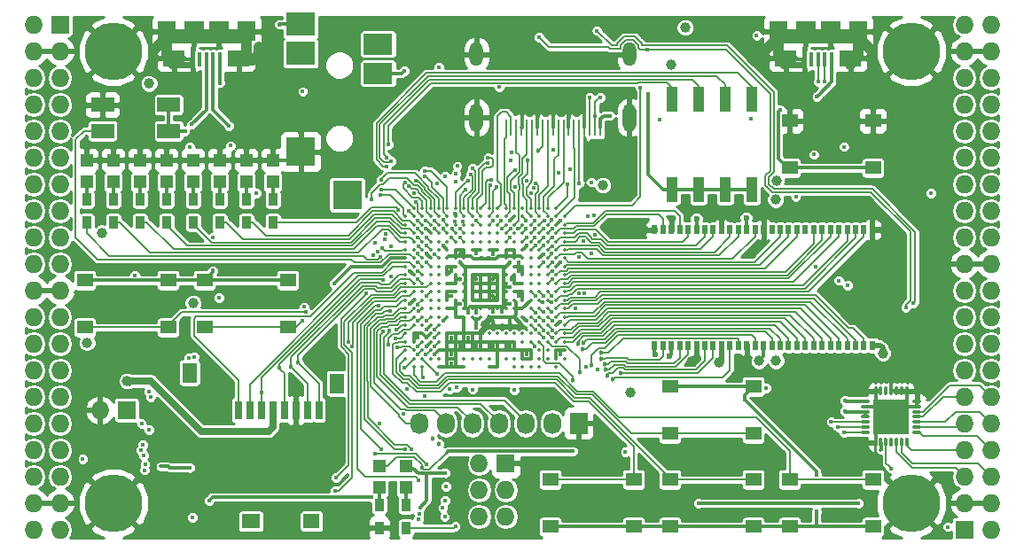
<source format=gtl>
G04 #@! TF.FileFunction,Copper,L1,Top,Signal*
%FSLAX46Y46*%
G04 Gerber Fmt 4.6, Leading zero omitted, Abs format (unit mm)*
G04 Created by KiCad (PCBNEW 4.0.7+dfsg1-1) date Wed Oct 11 10:43:22 2017*
%MOMM*%
%LPD*%
G01*
G04 APERTURE LIST*
%ADD10C,0.100000*%
%ADD11R,0.700000X1.800000*%
%ADD12R,1.600000X1.400000*%
%ADD13R,1.800000X1.400000*%
%ADD14R,1.400000X1.900000*%
%ADD15R,1.198880X1.198880*%
%ADD16R,0.560000X0.900000*%
%ADD17R,1.727200X1.727200*%
%ADD18O,1.727200X1.727200*%
%ADD19C,5.500000*%
%ADD20R,2.200000X1.400000*%
%ADD21R,0.900000X1.200000*%
%ADD22R,2.100000X1.600000*%
%ADD23R,1.900000X1.900000*%
%ADD24R,0.400000X1.350000*%
%ADD25R,1.800000X1.900000*%
%ADD26O,0.850000X0.300000*%
%ADD27O,0.300000X0.850000*%
%ADD28R,1.675000X1.675000*%
%ADD29R,1.727200X2.032000*%
%ADD30O,1.727200X2.032000*%
%ADD31R,2.800000X2.200000*%
%ADD32R,2.800000X2.800000*%
%ADD33R,2.800000X2.000000*%
%ADD34O,1.300000X2.700000*%
%ADD35O,1.300000X2.300000*%
%ADD36R,0.250000X1.600000*%
%ADD37R,1.550000X1.300000*%
%ADD38R,1.120000X2.440000*%
%ADD39C,0.350000*%
%ADD40C,0.400000*%
%ADD41C,0.454000*%
%ADD42C,1.000000*%
%ADD43C,0.600000*%
%ADD44C,0.300000*%
%ADD45C,1.000000*%
%ADD46C,0.600000*%
%ADD47C,0.500000*%
%ADD48C,0.190000*%
%ADD49C,0.200000*%
%ADD50C,0.700000*%
%ADD51C,0.254000*%
G04 APERTURE END LIST*
D10*
D11*
X114930000Y-99520000D03*
X116030000Y-99520000D03*
X117130000Y-99520000D03*
X118230000Y-99520000D03*
X119330000Y-99520000D03*
X120430000Y-99520000D03*
X121530000Y-99520000D03*
X122630000Y-99520000D03*
D12*
X121920000Y-110120000D03*
D13*
X116120000Y-110120000D03*
D14*
X124320000Y-96970000D03*
X110270000Y-95970000D03*
D15*
X118230000Y-77709020D03*
X118230000Y-75610980D03*
X115690000Y-77709020D03*
X115690000Y-75610980D03*
X113150000Y-77709020D03*
X113150000Y-75610980D03*
X110610000Y-77709020D03*
X110610000Y-75610980D03*
X108070000Y-77709020D03*
X108070000Y-75610980D03*
X105530000Y-77709020D03*
X105530000Y-75610980D03*
X102990000Y-77709020D03*
X102990000Y-75610980D03*
X100450000Y-77709020D03*
X100450000Y-75610980D03*
D16*
X175480000Y-82270000D03*
X154680000Y-93330000D03*
X155480000Y-93330000D03*
X156280000Y-93330000D03*
X157080000Y-93330000D03*
X157880000Y-93330000D03*
X158680000Y-93330000D03*
X159480000Y-93330000D03*
X160280000Y-93330000D03*
X161080000Y-93330000D03*
X161880000Y-93330000D03*
X162680000Y-93330000D03*
X163480000Y-93330000D03*
X164280000Y-93330000D03*
X165080000Y-93330000D03*
X165880000Y-93330000D03*
X166680000Y-93330000D03*
X167480000Y-93330000D03*
X168280000Y-93330000D03*
X169080000Y-93330000D03*
X169880000Y-93330000D03*
X170680000Y-93330000D03*
X171480000Y-93330000D03*
X172280000Y-93330000D03*
X173080000Y-93330000D03*
X173880000Y-93330000D03*
X174680000Y-93330000D03*
X175480000Y-93330000D03*
X174680000Y-82270000D03*
X173880000Y-82270000D03*
X173080000Y-82270000D03*
X172280000Y-82270000D03*
X171480000Y-82270000D03*
X170680000Y-82270000D03*
X169880000Y-82270000D03*
X169080000Y-82270000D03*
X168280000Y-82270000D03*
X167480000Y-82270000D03*
X166680000Y-82270000D03*
X165880000Y-82270000D03*
X165080000Y-82270000D03*
X164280000Y-82270000D03*
X163480000Y-82270000D03*
X162680000Y-82270000D03*
X161880000Y-82270000D03*
X161080000Y-82270000D03*
X160280000Y-82270000D03*
X159480000Y-82270000D03*
X158680000Y-82270000D03*
X157880000Y-82270000D03*
X157080000Y-82270000D03*
X156280000Y-82270000D03*
X155480000Y-82270000D03*
X154680000Y-82270000D03*
D17*
X97910000Y-62690000D03*
D18*
X95370000Y-62690000D03*
X97910000Y-65230000D03*
X95370000Y-65230000D03*
X97910000Y-67770000D03*
X95370000Y-67770000D03*
X97910000Y-70310000D03*
X95370000Y-70310000D03*
X97910000Y-72850000D03*
X95370000Y-72850000D03*
X97910000Y-75390000D03*
X95370000Y-75390000D03*
X97910000Y-77930000D03*
X95370000Y-77930000D03*
X97910000Y-80470000D03*
X95370000Y-80470000D03*
X97910000Y-83010000D03*
X95370000Y-83010000D03*
X97910000Y-85550000D03*
X95370000Y-85550000D03*
X97910000Y-88090000D03*
X95370000Y-88090000D03*
X97910000Y-90630000D03*
X95370000Y-90630000D03*
X97910000Y-93170000D03*
X95370000Y-93170000D03*
X97910000Y-95710000D03*
X95370000Y-95710000D03*
X97910000Y-98250000D03*
X95370000Y-98250000D03*
X97910000Y-100790000D03*
X95370000Y-100790000D03*
X97910000Y-103330000D03*
X95370000Y-103330000D03*
X97910000Y-105870000D03*
X95370000Y-105870000D03*
X97910000Y-108410000D03*
X95370000Y-108410000D03*
X97910000Y-110950000D03*
X95370000Y-110950000D03*
D17*
X184270000Y-110950000D03*
D18*
X186810000Y-110950000D03*
X184270000Y-108410000D03*
X186810000Y-108410000D03*
X184270000Y-105870000D03*
X186810000Y-105870000D03*
X184270000Y-103330000D03*
X186810000Y-103330000D03*
X184270000Y-100790000D03*
X186810000Y-100790000D03*
X184270000Y-98250000D03*
X186810000Y-98250000D03*
X184270000Y-95710000D03*
X186810000Y-95710000D03*
X184270000Y-93170000D03*
X186810000Y-93170000D03*
X184270000Y-90630000D03*
X186810000Y-90630000D03*
X184270000Y-88090000D03*
X186810000Y-88090000D03*
X184270000Y-85550000D03*
X186810000Y-85550000D03*
X184270000Y-83010000D03*
X186810000Y-83010000D03*
X184270000Y-80470000D03*
X186810000Y-80470000D03*
X184270000Y-77930000D03*
X186810000Y-77930000D03*
X184270000Y-75390000D03*
X186810000Y-75390000D03*
X184270000Y-72850000D03*
X186810000Y-72850000D03*
X184270000Y-70310000D03*
X186810000Y-70310000D03*
X184270000Y-67770000D03*
X186810000Y-67770000D03*
X184270000Y-65230000D03*
X186810000Y-65230000D03*
X184270000Y-62690000D03*
X186810000Y-62690000D03*
D19*
X102990000Y-108410000D03*
X179190000Y-108410000D03*
X179190000Y-65230000D03*
X102990000Y-65230000D03*
D20*
X108274000Y-70330000D03*
X101974000Y-70330000D03*
X101974000Y-72830000D03*
X108274000Y-72830000D03*
D17*
X104260000Y-99520000D03*
D18*
X101720000Y-99520000D03*
D15*
X128390000Y-104820980D03*
X128390000Y-106919020D03*
X130930000Y-104820980D03*
X130930000Y-106919020D03*
D21*
X128390000Y-108580000D03*
X128390000Y-110780000D03*
X130930000Y-110780000D03*
X130930000Y-108580000D03*
D22*
X114980000Y-65875000D03*
X108780000Y-65875000D03*
D23*
X113080000Y-63325000D03*
X110680000Y-63325000D03*
D24*
X113180000Y-66000000D03*
X112530000Y-66000000D03*
X111880000Y-66000000D03*
X111230000Y-66000000D03*
X110580000Y-66000000D03*
D25*
X115680000Y-63325000D03*
X108080000Y-63325000D03*
D22*
X173400000Y-65875000D03*
X167200000Y-65875000D03*
D23*
X171500000Y-63325000D03*
X169100000Y-63325000D03*
D24*
X171600000Y-66000000D03*
X170950000Y-66000000D03*
X170300000Y-66000000D03*
X169650000Y-66000000D03*
X169000000Y-66000000D03*
D25*
X174100000Y-63325000D03*
X166500000Y-63325000D03*
D17*
X140455000Y-104600000D03*
D18*
X137915000Y-104600000D03*
X140455000Y-107140000D03*
X137915000Y-107140000D03*
X140455000Y-109680000D03*
X137915000Y-109680000D03*
D21*
X118230000Y-81570000D03*
X118230000Y-79370000D03*
X115690000Y-81570000D03*
X115690000Y-79370000D03*
X113150000Y-81570000D03*
X113150000Y-79370000D03*
X110610000Y-81570000D03*
X110610000Y-79370000D03*
X108070000Y-81570000D03*
X108070000Y-79370000D03*
X105530000Y-81570000D03*
X105530000Y-79370000D03*
X102990000Y-81570000D03*
X102990000Y-79370000D03*
X100450000Y-81570000D03*
X100450000Y-79370000D03*
D26*
X179735000Y-101655000D03*
X179735000Y-101155000D03*
X179735000Y-100655000D03*
X179735000Y-100155000D03*
X179735000Y-99655000D03*
X179735000Y-99155000D03*
X179735000Y-98655000D03*
D27*
X178785000Y-97705000D03*
X178285000Y-97705000D03*
X177785000Y-97705000D03*
X177285000Y-97705000D03*
X176785000Y-97705000D03*
X176285000Y-97705000D03*
X175785000Y-97705000D03*
D26*
X174835000Y-98655000D03*
X174835000Y-99155000D03*
X174835000Y-99655000D03*
X174835000Y-100155000D03*
X174835000Y-100655000D03*
X174835000Y-101155000D03*
X174835000Y-101655000D03*
D27*
X175785000Y-102605000D03*
X176285000Y-102605000D03*
X176785000Y-102605000D03*
X177285000Y-102605000D03*
X177785000Y-102605000D03*
X178285000Y-102605000D03*
X178785000Y-102605000D03*
D28*
X176447500Y-99317500D03*
X176447500Y-100992500D03*
X178122500Y-99317500D03*
X178122500Y-100992500D03*
D29*
X147440000Y-100790000D03*
D30*
X144900000Y-100790000D03*
X142360000Y-100790000D03*
X139820000Y-100790000D03*
X137280000Y-100790000D03*
X134740000Y-100790000D03*
X132200000Y-100790000D03*
D31*
X120880000Y-62640000D03*
X120880000Y-65440000D03*
D32*
X120880000Y-74840000D03*
X125330000Y-78940000D03*
D33*
X128280000Y-67340000D03*
X128280000Y-64540000D03*
D34*
X152280000Y-71550000D03*
X137680000Y-71550000D03*
D35*
X137680000Y-65500000D03*
D36*
X140480000Y-72500000D03*
X140980000Y-72500000D03*
X141480000Y-72500000D03*
X141980000Y-72500000D03*
X142480000Y-72500000D03*
X142980000Y-72500000D03*
X143480000Y-72500000D03*
X143980000Y-72500000D03*
X144480000Y-72500000D03*
X144980000Y-72500000D03*
X145480000Y-72500000D03*
X145980000Y-72500000D03*
X146480000Y-72500000D03*
X146980000Y-72500000D03*
X147480000Y-72500000D03*
X147980000Y-72500000D03*
X148480000Y-72500000D03*
X148980000Y-72500000D03*
X149480000Y-72500000D03*
D35*
X152280000Y-65500000D03*
D37*
X175550000Y-71870000D03*
X175550000Y-76370000D03*
X167590000Y-76370000D03*
X167590000Y-71870000D03*
X100280000Y-91610000D03*
X100280000Y-87110000D03*
X108240000Y-87110000D03*
X108240000Y-91610000D03*
X111710000Y-91610000D03*
X111710000Y-87110000D03*
X119670000Y-87110000D03*
X119670000Y-91610000D03*
X156160000Y-101770000D03*
X156160000Y-97270000D03*
X164120000Y-97270000D03*
X164120000Y-101770000D03*
X164120000Y-106160000D03*
X164120000Y-110660000D03*
X156160000Y-110660000D03*
X156160000Y-106160000D03*
X152690000Y-106160000D03*
X152690000Y-110660000D03*
X144730000Y-110660000D03*
X144730000Y-106160000D03*
X175550000Y-106160000D03*
X175550000Y-110660000D03*
X167590000Y-110660000D03*
X167590000Y-106160000D03*
D38*
X163950000Y-69815000D03*
X156330000Y-78425000D03*
X161410000Y-69815000D03*
X158870000Y-78425000D03*
X158870000Y-69815000D03*
X161410000Y-78425000D03*
X156330000Y-69815000D03*
X163950000Y-78425000D03*
D39*
X131680000Y-80200000D03*
X132480000Y-80200000D03*
X133280000Y-80200000D03*
X134080000Y-80200000D03*
X134880000Y-80200000D03*
X135680000Y-80200000D03*
X136480000Y-80200000D03*
X137280000Y-80200000D03*
X138080000Y-80200000D03*
X138880000Y-80200000D03*
X139680000Y-80200000D03*
X140480000Y-80200000D03*
X141280000Y-80200000D03*
X142080000Y-80200000D03*
X142880000Y-80200000D03*
X143680000Y-80200000D03*
X144480000Y-80200000D03*
X145280000Y-80200000D03*
X130880000Y-81000000D03*
X131680000Y-81000000D03*
X132480000Y-81000000D03*
X133280000Y-81000000D03*
X134080000Y-81000000D03*
X134880000Y-81000000D03*
X135680000Y-81000000D03*
X136480000Y-81000000D03*
X137280000Y-81000000D03*
X138080000Y-81000000D03*
X138880000Y-81000000D03*
X139680000Y-81000000D03*
X140480000Y-81000000D03*
X141280000Y-81000000D03*
X142080000Y-81000000D03*
X142880000Y-81000000D03*
X143680000Y-81000000D03*
X144480000Y-81000000D03*
X145280000Y-81000000D03*
X146080000Y-81000000D03*
X130880000Y-81800000D03*
X131680000Y-81800000D03*
X132480000Y-81800000D03*
X133280000Y-81800000D03*
X134080000Y-81800000D03*
X134880000Y-81800000D03*
X135680000Y-81800000D03*
X136480000Y-81800000D03*
X137280000Y-81800000D03*
X138080000Y-81800000D03*
X138880000Y-81800000D03*
X139680000Y-81800000D03*
X140480000Y-81800000D03*
X141280000Y-81800000D03*
X142080000Y-81800000D03*
X142880000Y-81800000D03*
X143680000Y-81800000D03*
X144480000Y-81800000D03*
X145280000Y-81800000D03*
X146080000Y-81800000D03*
X130880000Y-82600000D03*
X131680000Y-82600000D03*
X132480000Y-82600000D03*
X133280000Y-82600000D03*
X134080000Y-82600000D03*
X134880000Y-82600000D03*
X135680000Y-82600000D03*
X136480000Y-82600000D03*
X137280000Y-82600000D03*
X138080000Y-82600000D03*
X138880000Y-82600000D03*
X139680000Y-82600000D03*
X140480000Y-82600000D03*
X141280000Y-82600000D03*
X142080000Y-82600000D03*
X142880000Y-82600000D03*
X143680000Y-82600000D03*
X144480000Y-82600000D03*
X145280000Y-82600000D03*
X146080000Y-82600000D03*
X130880000Y-83400000D03*
X131680000Y-83400000D03*
X132480000Y-83400000D03*
X133280000Y-83400000D03*
X134080000Y-83400000D03*
X134880000Y-83400000D03*
X135680000Y-83400000D03*
X136480000Y-83400000D03*
X137280000Y-83400000D03*
X138080000Y-83400000D03*
X138880000Y-83400000D03*
X139680000Y-83400000D03*
X140480000Y-83400000D03*
X141280000Y-83400000D03*
X142080000Y-83400000D03*
X142880000Y-83400000D03*
X143680000Y-83400000D03*
X144480000Y-83400000D03*
X145280000Y-83400000D03*
X146080000Y-83400000D03*
X130880000Y-84200000D03*
X131680000Y-84200000D03*
X132480000Y-84200000D03*
X133280000Y-84200000D03*
X134080000Y-84200000D03*
X134880000Y-84200000D03*
X135680000Y-84200000D03*
X136480000Y-84200000D03*
X137280000Y-84200000D03*
X138080000Y-84200000D03*
X138880000Y-84200000D03*
X139680000Y-84200000D03*
X140480000Y-84200000D03*
X141280000Y-84200000D03*
X142080000Y-84200000D03*
X142880000Y-84200000D03*
X143680000Y-84200000D03*
X144480000Y-84200000D03*
X145280000Y-84200000D03*
X146080000Y-84200000D03*
X130880000Y-85000000D03*
X131680000Y-85000000D03*
X132480000Y-85000000D03*
X133280000Y-85000000D03*
X134080000Y-85000000D03*
X134880000Y-85000000D03*
X135680000Y-85000000D03*
X136480000Y-85000000D03*
X137280000Y-85000000D03*
X138080000Y-85000000D03*
X138880000Y-85000000D03*
X139680000Y-85000000D03*
X140480000Y-85000000D03*
X141280000Y-85000000D03*
X142080000Y-85000000D03*
X142880000Y-85000000D03*
X143680000Y-85000000D03*
X144480000Y-85000000D03*
X145280000Y-85000000D03*
X146080000Y-85000000D03*
X130880000Y-85800000D03*
X131680000Y-85800000D03*
X132480000Y-85800000D03*
X133280000Y-85800000D03*
X134080000Y-85800000D03*
X134880000Y-85800000D03*
X135680000Y-85800000D03*
X136480000Y-85800000D03*
X137280000Y-85800000D03*
X138080000Y-85800000D03*
X138880000Y-85800000D03*
X139680000Y-85800000D03*
X140480000Y-85800000D03*
X141280000Y-85800000D03*
X142080000Y-85800000D03*
X142880000Y-85800000D03*
X143680000Y-85800000D03*
X144480000Y-85800000D03*
X145280000Y-85800000D03*
X146080000Y-85800000D03*
X130880000Y-86600000D03*
X131680000Y-86600000D03*
X132480000Y-86600000D03*
X133280000Y-86600000D03*
X134080000Y-86600000D03*
X134880000Y-86600000D03*
X135680000Y-86600000D03*
X136480000Y-86600000D03*
X137280000Y-86600000D03*
X138080000Y-86600000D03*
X138880000Y-86600000D03*
X139680000Y-86600000D03*
X140480000Y-86600000D03*
X141280000Y-86600000D03*
X142080000Y-86600000D03*
X142880000Y-86600000D03*
X143680000Y-86600000D03*
X144480000Y-86600000D03*
X145280000Y-86600000D03*
X146080000Y-86600000D03*
X130880000Y-87400000D03*
X131680000Y-87400000D03*
X132480000Y-87400000D03*
X133280000Y-87400000D03*
X134080000Y-87400000D03*
X134880000Y-87400000D03*
X135680000Y-87400000D03*
X136480000Y-87400000D03*
X137280000Y-87400000D03*
X138080000Y-87400000D03*
X138880000Y-87400000D03*
X139680000Y-87400000D03*
X140480000Y-87400000D03*
X141280000Y-87400000D03*
X142080000Y-87400000D03*
X142880000Y-87400000D03*
X143680000Y-87400000D03*
X144480000Y-87400000D03*
X145280000Y-87400000D03*
X146080000Y-87400000D03*
X130880000Y-88200000D03*
X131680000Y-88200000D03*
X132480000Y-88200000D03*
X133280000Y-88200000D03*
X134080000Y-88200000D03*
X134880000Y-88200000D03*
X135680000Y-88200000D03*
X136480000Y-88200000D03*
X137280000Y-88200000D03*
X138080000Y-88200000D03*
X138880000Y-88200000D03*
X139680000Y-88200000D03*
X140480000Y-88200000D03*
X141280000Y-88200000D03*
X142080000Y-88200000D03*
X142880000Y-88200000D03*
X143680000Y-88200000D03*
X144480000Y-88200000D03*
X145280000Y-88200000D03*
X146080000Y-88200000D03*
X130880000Y-89000000D03*
X131680000Y-89000000D03*
X132480000Y-89000000D03*
X133280000Y-89000000D03*
X134080000Y-89000000D03*
X134880000Y-89000000D03*
X135680000Y-89000000D03*
X136480000Y-89000000D03*
X137280000Y-89000000D03*
X138080000Y-89000000D03*
X138880000Y-89000000D03*
X139680000Y-89000000D03*
X140480000Y-89000000D03*
X141280000Y-89000000D03*
X142080000Y-89000000D03*
X142880000Y-89000000D03*
X143680000Y-89000000D03*
X144480000Y-89000000D03*
X145280000Y-89000000D03*
X146080000Y-89000000D03*
X130880000Y-89800000D03*
X131680000Y-89800000D03*
X132480000Y-89800000D03*
X133280000Y-89800000D03*
X134080000Y-89800000D03*
X134880000Y-89800000D03*
X135680000Y-89800000D03*
X136480000Y-89800000D03*
X137280000Y-89800000D03*
X138080000Y-89800000D03*
X138880000Y-89800000D03*
X139680000Y-89800000D03*
X140480000Y-89800000D03*
X141280000Y-89800000D03*
X142080000Y-89800000D03*
X142880000Y-89800000D03*
X143680000Y-89800000D03*
X144480000Y-89800000D03*
X145280000Y-89800000D03*
X146080000Y-89800000D03*
X130880000Y-90600000D03*
X131680000Y-90600000D03*
X132480000Y-90600000D03*
X133280000Y-90600000D03*
X134080000Y-90600000D03*
X134880000Y-90600000D03*
X135680000Y-90600000D03*
X136480000Y-90600000D03*
X137280000Y-90600000D03*
X138080000Y-90600000D03*
X138880000Y-90600000D03*
X139680000Y-90600000D03*
X140480000Y-90600000D03*
X141280000Y-90600000D03*
X142080000Y-90600000D03*
X142880000Y-90600000D03*
X143680000Y-90600000D03*
X144480000Y-90600000D03*
X145280000Y-90600000D03*
X146080000Y-90600000D03*
X130880000Y-91400000D03*
X131680000Y-91400000D03*
X132480000Y-91400000D03*
X133280000Y-91400000D03*
X134080000Y-91400000D03*
X142880000Y-91400000D03*
X143680000Y-91400000D03*
X144480000Y-91400000D03*
X145280000Y-91400000D03*
X146080000Y-91400000D03*
X130880000Y-92200000D03*
X131680000Y-92200000D03*
X132480000Y-92200000D03*
X133280000Y-92200000D03*
X134080000Y-92200000D03*
X134880000Y-92200000D03*
X135680000Y-92200000D03*
X136480000Y-92200000D03*
X137280000Y-92200000D03*
X138080000Y-92200000D03*
X138880000Y-92200000D03*
X139680000Y-92200000D03*
X140480000Y-92200000D03*
X141280000Y-92200000D03*
X142080000Y-92200000D03*
X142880000Y-92200000D03*
X143680000Y-92200000D03*
X144480000Y-92200000D03*
X145280000Y-92200000D03*
X146080000Y-92200000D03*
X130880000Y-93000000D03*
X131680000Y-93000000D03*
X132480000Y-93000000D03*
X133280000Y-93000000D03*
X134080000Y-93000000D03*
X134880000Y-93000000D03*
X135680000Y-93000000D03*
X136480000Y-93000000D03*
X137280000Y-93000000D03*
X138080000Y-93000000D03*
X138880000Y-93000000D03*
X139680000Y-93000000D03*
X140480000Y-93000000D03*
X141280000Y-93000000D03*
X142080000Y-93000000D03*
X142880000Y-93000000D03*
X143680000Y-93000000D03*
X144480000Y-93000000D03*
X145280000Y-93000000D03*
X146080000Y-93000000D03*
X130880000Y-93800000D03*
X131680000Y-93800000D03*
X132480000Y-93800000D03*
X133280000Y-93800000D03*
X134080000Y-93800000D03*
X134880000Y-93800000D03*
X135680000Y-93800000D03*
X136480000Y-93800000D03*
X137280000Y-93800000D03*
X138080000Y-93800000D03*
X138880000Y-93800000D03*
X139680000Y-93800000D03*
X140480000Y-93800000D03*
X141280000Y-93800000D03*
X142080000Y-93800000D03*
X142880000Y-93800000D03*
X143680000Y-93800000D03*
X144480000Y-93800000D03*
X145280000Y-93800000D03*
X146080000Y-93800000D03*
X130880000Y-94600000D03*
X131680000Y-94600000D03*
X132480000Y-94600000D03*
X133280000Y-94600000D03*
X134080000Y-94600000D03*
X134880000Y-94600000D03*
X135680000Y-94600000D03*
X136480000Y-94600000D03*
X137280000Y-94600000D03*
X138080000Y-94600000D03*
X138880000Y-94600000D03*
X139680000Y-94600000D03*
X140480000Y-94600000D03*
X141280000Y-94600000D03*
X142080000Y-94600000D03*
X142880000Y-94600000D03*
X143680000Y-94600000D03*
X144480000Y-94600000D03*
X145280000Y-94600000D03*
X146080000Y-94600000D03*
X131680000Y-95400000D03*
X132480000Y-95400000D03*
X134080000Y-95400000D03*
X134880000Y-95400000D03*
X135680000Y-95400000D03*
X136480000Y-95400000D03*
X138880000Y-95400000D03*
X139680000Y-95400000D03*
X141280000Y-95400000D03*
X142080000Y-95400000D03*
X142880000Y-95400000D03*
X143680000Y-95400000D03*
X145280000Y-95400000D03*
D40*
X110280000Y-105000000D03*
D41*
X139264636Y-91615205D03*
D40*
X139575609Y-69792857D03*
D42*
X116880503Y-64802940D03*
X106974809Y-64953974D03*
X175210328Y-64948943D03*
X165417246Y-64954666D03*
D40*
X175495631Y-71457432D03*
X146468970Y-70993942D03*
X144978424Y-71024054D03*
X143480350Y-71016526D03*
X142000564Y-71008511D03*
X147987361Y-71377791D03*
X144102010Y-84600000D03*
X132880424Y-84561218D03*
X135567436Y-80702302D03*
X132810347Y-82177990D03*
X145713035Y-91022010D03*
X145680000Y-94177990D03*
X177285000Y-95710000D03*
D42*
X177229911Y-82281349D03*
D40*
X170046000Y-85804000D03*
D43*
X164741832Y-81130572D03*
D40*
X120770000Y-72215000D03*
D43*
X161067993Y-81216119D03*
D42*
X158233687Y-94852616D03*
X162992748Y-94820185D03*
D43*
X156280000Y-81210838D03*
D40*
X131254529Y-86251357D03*
X140880000Y-81400000D03*
X136085174Y-89394826D03*
X145680000Y-81400000D03*
X120430000Y-97050000D03*
X150080000Y-81600000D03*
X131280000Y-89400000D03*
X133690245Y-94180159D03*
X140874194Y-91433353D03*
X145680000Y-85422010D03*
X135280000Y-95000000D03*
X135280000Y-94200000D03*
X142480000Y-94200000D03*
X140880000Y-93400000D03*
X139280000Y-93400000D03*
X137680000Y-93400000D03*
X136080000Y-93400000D03*
X136880000Y-92600000D03*
X135280000Y-92600000D03*
X132880000Y-91800000D03*
X132880000Y-93400000D03*
D41*
X141042859Y-86994997D03*
X139280000Y-87000000D03*
X136110990Y-86995403D03*
X137680000Y-87000000D03*
X136080000Y-84600000D03*
X139280000Y-88600000D03*
D40*
X127656639Y-107816792D03*
D42*
X156235582Y-66548363D03*
X166321614Y-77572282D03*
X166248957Y-79408030D03*
X101932065Y-82585048D03*
X106417803Y-68312483D03*
X166280000Y-94800000D03*
D40*
X112134000Y-108156000D03*
X150457224Y-71377791D03*
X172289562Y-87124051D03*
D42*
X157600000Y-62944000D03*
D40*
X137659051Y-91638034D03*
X139820000Y-68665673D03*
X128441330Y-100758313D03*
X172834633Y-99599920D03*
X172879922Y-98618650D03*
X176305593Y-103279812D03*
X165349214Y-97422919D03*
D42*
X160875897Y-94988750D03*
D40*
X164433885Y-63737451D03*
X148639876Y-77729346D03*
D42*
X149751640Y-78029346D03*
D40*
X134079160Y-66786153D03*
X109828000Y-72830000D03*
X116654336Y-78777990D03*
D42*
X176474303Y-94069095D03*
D40*
X173094000Y-87582000D03*
D42*
X100479904Y-93063904D03*
D43*
X163422030Y-81120665D03*
X154726292Y-94171363D03*
X156077107Y-94380779D03*
X158680000Y-81210838D03*
D40*
X112515000Y-83010000D03*
X181065000Y-78785000D03*
X110529662Y-109760338D03*
X100080000Y-104200000D03*
X113080000Y-88800000D03*
D42*
X164653770Y-94825547D03*
D40*
X135273306Y-88618602D03*
X139272517Y-84611349D03*
X137680556Y-84534085D03*
X141680000Y-86200000D03*
X135280000Y-86200000D03*
X132880000Y-92600000D03*
X132080000Y-92600000D03*
X141680000Y-88600000D03*
X141680000Y-85400000D03*
D42*
X152362985Y-97848768D03*
D40*
X136885174Y-90194826D03*
X140094890Y-90122990D03*
X139280000Y-90122990D03*
X140880000Y-89400000D03*
X137680000Y-90172990D03*
X140880000Y-87800000D03*
X140880000Y-85400000D03*
D41*
X136080000Y-85400000D03*
D40*
X121369010Y-90164222D03*
X130022933Y-91834237D03*
X121036481Y-91008234D03*
X129902064Y-92678248D03*
D42*
X110617371Y-89287199D03*
D40*
X142480000Y-91000000D03*
X142480000Y-83800000D03*
X134480000Y-83800000D03*
X134480000Y-91000000D03*
X105037711Y-86632990D03*
X155149360Y-71764535D03*
X121086654Y-69078528D03*
X170182962Y-69571012D03*
X174110000Y-108410000D03*
X158870000Y-108410000D03*
X134750646Y-106810513D03*
X137288700Y-97538741D03*
X133680000Y-91800000D03*
D41*
X134074414Y-102752225D03*
D40*
X134675868Y-108131585D03*
X135085458Y-97531790D03*
D41*
X133449289Y-102232615D03*
D40*
X133680000Y-92600000D03*
X127951328Y-103666396D03*
X132936956Y-104698915D03*
X134463998Y-108841973D03*
X132752670Y-98178920D03*
X133685668Y-93402482D03*
X134636872Y-109719950D03*
X130714529Y-99901000D03*
X131039363Y-97487286D03*
X132846234Y-94197073D03*
X118858690Y-62658970D03*
X130761990Y-67119621D03*
X148477832Y-69619684D03*
X149475951Y-69619684D03*
X148991194Y-71377791D03*
X153984196Y-65077116D03*
X153322343Y-68673419D03*
X143650666Y-63862520D03*
X178665908Y-89713903D03*
X149183754Y-63257114D03*
X179375977Y-89317806D03*
X140035989Y-81400000D03*
X128776655Y-87110882D03*
X132077895Y-86272150D03*
X117121665Y-97817265D03*
X118843798Y-95498222D03*
D41*
X119978162Y-95412951D03*
X120634035Y-94977604D03*
D40*
X113212238Y-68244401D03*
X146387166Y-77939336D03*
X147480000Y-77822010D03*
X131453853Y-103260518D03*
X144891634Y-91008466D03*
D41*
X148653935Y-95249010D03*
X149565978Y-94054788D03*
D40*
X144867244Y-90164455D03*
D41*
X150720500Y-96575802D03*
D40*
X144890381Y-83866022D03*
D41*
X151448039Y-95951686D03*
D40*
X144894101Y-83022010D03*
D41*
X150149219Y-96229829D03*
D40*
X144901285Y-86268736D03*
D41*
X150033441Y-95660469D03*
D40*
X144888562Y-86993817D03*
D41*
X149952517Y-95085120D03*
D40*
X144877648Y-88622010D03*
D41*
X149584522Y-94635504D03*
D40*
X144810610Y-89177990D03*
X144895773Y-91874444D03*
D41*
X147777713Y-93691005D03*
X147356233Y-93219138D03*
D40*
X144102010Y-92600000D03*
D41*
X147915304Y-93060979D03*
D40*
X144882352Y-92577990D03*
X130807074Y-95454141D03*
X130141304Y-93529144D03*
X132080000Y-93400000D03*
X129254670Y-93244631D03*
X133919980Y-96038729D03*
X141280000Y-97600000D03*
X132572818Y-96383863D03*
X135770000Y-97338127D03*
X132080000Y-94200000D03*
X128669601Y-84020243D03*
X105906712Y-103816552D03*
X130839486Y-103260518D03*
X129459184Y-90039192D03*
X132080000Y-89444020D03*
X128602801Y-103260518D03*
X132162861Y-106185868D03*
X128321313Y-89539949D03*
X132880000Y-88600000D03*
X127145130Y-88379076D03*
X124253981Y-105982535D03*
X132080000Y-87000000D03*
X125827283Y-93452662D03*
X124202418Y-107207639D03*
D41*
X142530990Y-75662841D03*
X143525587Y-74749772D03*
D40*
X110313517Y-74380698D03*
X132146108Y-109940263D03*
X114166000Y-74247000D03*
X132189000Y-109415000D03*
X135694981Y-77648547D03*
X135567436Y-81489225D03*
X134702010Y-77200000D03*
X134471354Y-81347908D03*
X132761172Y-77202673D03*
X132737245Y-76676207D03*
X128545566Y-77476577D03*
X127643658Y-79355564D03*
X110718734Y-94451783D03*
X128515897Y-78994176D03*
X110193102Y-94489889D03*
X128569727Y-78469921D03*
X106403813Y-97727799D03*
X131230910Y-78113843D03*
X106539540Y-98237033D03*
X131709326Y-78745875D03*
X132783332Y-81399993D03*
X129016746Y-82660638D03*
X105679715Y-100783924D03*
X132084821Y-83022010D03*
X128948848Y-83183258D03*
X106401171Y-101377901D03*
X132886504Y-83777990D03*
X129513931Y-83860979D03*
X105803161Y-102850427D03*
X132117443Y-83866021D03*
X127966259Y-83527946D03*
X105651866Y-103355255D03*
X132079996Y-84503337D03*
X128256283Y-84387285D03*
X106023598Y-104697574D03*
X133671942Y-84595200D03*
X127824162Y-84688968D03*
X105973679Y-105248709D03*
X132875802Y-85428138D03*
D41*
X146862501Y-96617499D03*
X147534467Y-95913260D03*
D40*
X148102806Y-95339021D03*
X143280000Y-91000000D03*
X149207706Y-95605291D03*
X144082424Y-90132858D03*
X143989948Y-89177990D03*
X147125926Y-89802879D03*
X143281824Y-90201951D03*
X144102010Y-85397219D03*
X147422472Y-84858593D03*
X144886544Y-85385186D03*
X144102010Y-83000000D03*
X148975652Y-82755341D03*
X144885092Y-82177990D03*
X147470668Y-88324835D03*
X144082832Y-88584510D03*
X147997681Y-88324844D03*
X143278026Y-88595030D03*
X144102010Y-82185600D03*
X148935852Y-80899014D03*
X148337768Y-80975785D03*
X144866392Y-81333979D03*
X139280000Y-81400000D03*
X139585116Y-78205862D03*
X138968064Y-78040948D03*
X139049357Y-77520244D03*
X138775679Y-75942989D03*
X138779198Y-75400762D03*
X137680000Y-81400000D03*
X137308732Y-76415018D03*
X137106948Y-76979922D03*
X136856003Y-77562978D03*
X136634118Y-78451672D03*
X135830698Y-76200613D03*
X136411444Y-81497309D03*
X148668800Y-84550385D03*
X144877691Y-84532933D03*
X144102010Y-83800000D03*
X147894174Y-83335809D03*
X142852716Y-78759927D03*
X142473549Y-82998913D03*
X143105106Y-78295223D03*
X142396423Y-82191394D03*
X145494012Y-76834828D03*
X144146021Y-81374784D03*
X143331797Y-77819457D03*
X146627648Y-76461302D03*
X143257990Y-82207154D03*
X143257990Y-81379632D03*
X141380161Y-78226966D03*
X145017056Y-74655847D03*
X141657990Y-82130345D03*
X142413979Y-81382236D03*
X140080000Y-82200000D03*
X141342967Y-76554996D03*
X141046643Y-74873804D03*
X140864029Y-83041403D03*
X140980062Y-75681941D03*
X140924011Y-82179283D03*
X129542604Y-86703515D03*
X132880000Y-83022010D03*
X132080000Y-82177990D03*
X132080000Y-81400000D03*
X131847310Y-79589886D03*
X130856828Y-77742623D03*
X131923295Y-77584853D03*
X133654358Y-82177990D03*
X133627343Y-81396408D03*
X129336756Y-91938993D03*
X132880000Y-91000000D03*
X128770628Y-92009836D03*
X132077648Y-90977990D03*
X130196821Y-80377733D03*
X131180000Y-80500000D03*
X128489708Y-84867377D03*
X132079620Y-85428138D03*
X163908850Y-71651861D03*
X134501414Y-82177578D03*
X133922194Y-77854836D03*
X135656559Y-110610712D03*
X132448438Y-104994496D03*
X146844288Y-103452739D03*
X134707351Y-105508447D03*
X132280000Y-108800000D03*
D42*
X104309083Y-96731596D03*
D40*
X112515000Y-86185000D03*
X163277422Y-98501717D03*
X170126036Y-109212466D03*
X170157734Y-105666345D03*
X169895346Y-75092988D03*
X143257990Y-83000000D03*
X168166438Y-79108038D03*
X151896383Y-103510715D03*
X114039000Y-72342000D03*
X110483000Y-72215000D03*
X177274002Y-105079115D03*
X143258015Y-93423150D03*
X172761273Y-101651681D03*
X143280000Y-91800000D03*
X172193360Y-101105663D03*
X144064831Y-91877646D03*
X171540304Y-100645743D03*
X144080000Y-91000000D03*
X154044000Y-69294000D03*
X129061632Y-76229575D03*
X135280000Y-83022010D03*
X129493343Y-75737814D03*
X136080000Y-83000000D03*
X129122249Y-75363607D03*
X135345425Y-82176814D03*
X135725421Y-76909376D03*
X129252218Y-74142461D03*
X136080000Y-82200000D03*
X172746637Y-74347988D03*
X143280000Y-83800000D03*
X142480000Y-77600000D03*
X170300000Y-68151000D03*
X170950000Y-68125562D03*
X125480000Y-93000000D03*
X121206217Y-89662983D03*
X132156079Y-90030946D03*
X182654362Y-110665838D03*
X124080000Y-87400000D03*
X124080000Y-87400000D03*
X166678914Y-70803555D03*
D44*
X108330000Y-105000000D02*
X110280000Y-105000000D01*
X107480000Y-104900000D02*
X108230000Y-104900000D01*
X108230000Y-104900000D02*
X108330000Y-105000000D01*
X139264636Y-91294179D02*
X139264636Y-91615205D01*
X139264636Y-90984636D02*
X139264636Y-91294179D01*
X138880000Y-90600000D02*
X139264636Y-90984636D01*
X139858451Y-69792857D02*
X139575609Y-69792857D01*
X140192348Y-69792857D02*
X139858451Y-69792857D01*
X140785205Y-69200000D02*
X140192348Y-69792857D01*
X141880000Y-69200000D02*
X140785205Y-69200000D01*
D45*
X116880503Y-65510046D02*
X116880503Y-64802940D01*
X116265561Y-66124988D02*
X116880503Y-65510046D01*
X115680000Y-65910000D02*
X115894988Y-66124988D01*
X115680000Y-63960000D02*
X115680000Y-65910000D01*
X115894988Y-66124988D02*
X116265561Y-66124988D01*
X107474808Y-64453975D02*
X106974809Y-64953974D01*
X107968783Y-63960000D02*
X107474808Y-64453975D01*
X108080000Y-63960000D02*
X107968783Y-63960000D01*
X174710329Y-64448944D02*
X175210328Y-64948943D01*
X174100000Y-63960000D02*
X174221385Y-63960000D01*
X174221385Y-63960000D02*
X174710329Y-64448944D01*
X165917245Y-64454667D02*
X165417246Y-64954666D01*
X166411912Y-63960000D02*
X165917245Y-64454667D01*
X166500000Y-63960000D02*
X166411912Y-63960000D01*
D44*
X175495631Y-71740274D02*
X175495631Y-71457432D01*
X175495631Y-72230631D02*
X175495631Y-71740274D01*
X175535000Y-72270000D02*
X175495631Y-72230631D01*
X143480000Y-72500000D02*
X143480000Y-71016876D01*
X143480000Y-71016876D02*
X143480350Y-71016526D01*
X144980000Y-72500000D02*
X144980000Y-71025630D01*
X144980000Y-71025630D02*
X144978424Y-71024054D01*
X146480000Y-72500000D02*
X146480000Y-71004972D01*
X146480000Y-71004972D02*
X146468970Y-70993942D01*
X147980000Y-72500000D02*
X147980000Y-71385152D01*
X147980000Y-71385152D02*
X147987361Y-71377791D01*
X146468970Y-70711100D02*
X146468970Y-70993942D01*
X146468970Y-69211030D02*
X146468970Y-70711100D01*
X146480000Y-69200000D02*
X146468970Y-69211030D01*
X144978424Y-70741212D02*
X144978424Y-71024054D01*
X144978424Y-69201576D02*
X144978424Y-70741212D01*
X144980000Y-69200000D02*
X144978424Y-69201576D01*
X143480350Y-70733684D02*
X143480350Y-71016526D01*
X143480350Y-69200350D02*
X143480350Y-70733684D01*
X143480000Y-69200000D02*
X143480350Y-69200350D01*
X142000564Y-71008511D02*
X142000564Y-72479436D01*
X142000564Y-72479436D02*
X141980000Y-72500000D01*
X142000564Y-70725669D02*
X142000564Y-71008511D01*
X142000564Y-69320564D02*
X142000564Y-70725669D01*
X141880000Y-69200000D02*
X142000564Y-69320564D01*
X146480000Y-69200000D02*
X147780000Y-69200000D01*
X147780000Y-69200000D02*
X147940542Y-69360542D01*
X147987361Y-71094949D02*
X147987361Y-71377791D01*
X147940542Y-71048130D02*
X147987361Y-71094949D01*
X147940542Y-69360542D02*
X147940542Y-71048130D01*
D46*
X108780000Y-66510000D02*
X110455000Y-66510000D01*
D44*
X110455000Y-66510000D02*
X110580000Y-66635000D01*
D45*
X108080000Y-63960000D02*
X108080000Y-65810000D01*
X108080000Y-65810000D02*
X108780000Y-66510000D01*
X115680000Y-63960000D02*
X115680000Y-65810000D01*
D44*
X115680000Y-65810000D02*
X114980000Y-66510000D01*
D45*
X113080000Y-63960000D02*
X115680000Y-63960000D01*
X110680000Y-63960000D02*
X113080000Y-63960000D01*
X108080000Y-63960000D02*
X110680000Y-63960000D01*
D46*
X167200000Y-66510000D02*
X168875000Y-66510000D01*
D44*
X168875000Y-66510000D02*
X169000000Y-66635000D01*
D45*
X174100000Y-63960000D02*
X174100000Y-65810000D01*
X174100000Y-65810000D02*
X173400000Y-66510000D01*
X166500000Y-63960000D02*
X166500000Y-65810000D01*
X166500000Y-65810000D02*
X167200000Y-66510000D01*
X171500000Y-63960000D02*
X174100000Y-63960000D01*
X169100000Y-63960000D02*
X171500000Y-63960000D01*
X166500000Y-63960000D02*
X169100000Y-63960000D01*
D44*
X143680000Y-85000000D02*
X144080000Y-84600000D01*
X144080000Y-84600000D02*
X144102010Y-84600000D01*
X132880424Y-84600424D02*
X132880424Y-84561218D01*
X133280000Y-85000000D02*
X132880424Y-84600424D01*
X135680000Y-80752513D02*
X135629789Y-80702302D01*
X135629789Y-80702302D02*
X135567436Y-80702302D01*
X135680000Y-81000000D02*
X135680000Y-80752513D01*
X132857990Y-82177990D02*
X132810347Y-82177990D01*
X133280000Y-82600000D02*
X132857990Y-82177990D01*
X145657990Y-91022010D02*
X145713035Y-91022010D01*
X145280000Y-91400000D02*
X145657990Y-91022010D01*
X145680000Y-93800000D02*
X145680000Y-94177990D01*
X178785000Y-97705000D02*
X178785000Y-98655000D01*
X178785000Y-98655000D02*
X178122500Y-99317500D01*
X176285000Y-97705000D02*
X175785000Y-97705000D01*
X175785000Y-102605000D02*
X175785000Y-101655000D01*
X175785000Y-101655000D02*
X176447500Y-100992500D01*
X178122500Y-99317500D02*
X178122500Y-100992500D01*
X176447500Y-99317500D02*
X178122500Y-99317500D01*
X176447500Y-100992500D02*
X178122500Y-100992500D01*
X177285000Y-97705000D02*
X177285000Y-95710000D01*
X178122500Y-99317500D02*
X178285000Y-99155000D01*
X178285000Y-99155000D02*
X179735000Y-99155000D01*
X179735000Y-98655000D02*
X179735000Y-99155000D01*
X177785000Y-97705000D02*
X177920000Y-97705000D01*
X177920000Y-97705000D02*
X178285000Y-97705000D01*
X178285000Y-97705000D02*
X178785000Y-97705000D01*
X177285000Y-97705000D02*
X177785000Y-97705000D01*
X175785000Y-97705000D02*
X175785000Y-98655000D01*
X175785000Y-98655000D02*
X176447500Y-99317500D01*
X174835000Y-99155000D02*
X176285000Y-99155000D01*
X176285000Y-99155000D02*
X176447500Y-99317500D01*
X177241260Y-82270000D02*
X177229911Y-82281349D01*
X164941831Y-81330571D02*
X164741832Y-81130572D01*
X165080000Y-81468740D02*
X164941831Y-81330571D01*
X165080000Y-82270000D02*
X165080000Y-81468740D01*
X120770000Y-73030000D02*
X120770000Y-72215000D01*
X120880000Y-74840000D02*
X120880000Y-73140000D01*
X120880000Y-73140000D02*
X120770000Y-73030000D01*
X118230000Y-75610980D02*
X120109020Y-75610980D01*
X120109020Y-75610980D02*
X120880000Y-74840000D01*
X142280000Y-69200000D02*
X141880000Y-69200000D01*
X161080000Y-81228126D02*
X161067993Y-81216119D01*
X161080000Y-82270000D02*
X161080000Y-81228126D01*
D47*
X175480000Y-82270000D02*
X177241260Y-82270000D01*
D44*
X158680000Y-94406303D02*
X158433686Y-94652617D01*
X158433686Y-94652617D02*
X158233687Y-94852616D01*
X158680000Y-93330000D02*
X158680000Y-94406303D01*
X163192747Y-94620186D02*
X162992748Y-94820185D01*
X163480000Y-94332933D02*
X163192747Y-94620186D01*
X163480000Y-93330000D02*
X163480000Y-94332933D01*
X156280000Y-82270000D02*
X156280000Y-81210838D01*
X131331357Y-86251357D02*
X131254529Y-86251357D01*
X131680000Y-86600000D02*
X131331357Y-86251357D01*
X141280000Y-81000000D02*
X140880000Y-81400000D01*
X135685174Y-89394826D02*
X135802332Y-89394826D01*
X135680000Y-89400000D02*
X135685174Y-89394826D01*
X135802332Y-89394826D02*
X136085174Y-89394826D01*
X135054999Y-84825001D02*
X137080000Y-84825001D01*
X137280000Y-85000000D02*
X137105001Y-84825001D01*
X137105001Y-84825001D02*
X137080000Y-84825001D01*
X138280000Y-85088351D02*
X137368351Y-85088351D01*
X137368351Y-85088351D02*
X137280000Y-85000000D01*
X139680000Y-86600000D02*
X139280000Y-87000000D01*
X139680000Y-88200000D02*
X139680000Y-89000000D01*
X139680000Y-87400000D02*
X139680000Y-88200000D01*
X139680000Y-86600000D02*
X139680000Y-87400000D01*
X137280000Y-88200000D02*
X137280000Y-89000000D01*
X137280000Y-87400000D02*
X137280000Y-88200000D01*
X137280000Y-86600000D02*
X137280000Y-87400000D01*
X138880000Y-87400000D02*
X138880000Y-88200000D01*
X138880000Y-86600000D02*
X138880000Y-87400000D01*
X138080000Y-87400000D02*
X138080000Y-86600000D01*
X138080000Y-88200000D02*
X138080000Y-87400000D01*
X138080000Y-89000000D02*
X138080000Y-88200000D01*
X138080000Y-88200000D02*
X138880000Y-88200000D01*
X138080000Y-87400000D02*
X138880000Y-87400000D01*
X137280000Y-87400000D02*
X138080000Y-87400000D01*
X145454999Y-81625001D02*
X145680000Y-81400000D01*
X145280000Y-81800000D02*
X145454999Y-81625001D01*
X120430000Y-99520000D02*
X120430000Y-97050000D01*
X153430000Y-81600000D02*
X150080000Y-81600000D01*
X154680000Y-82270000D02*
X154100000Y-82270000D01*
X154100000Y-82270000D02*
X153430000Y-81600000D01*
X141480000Y-89800000D02*
X141480000Y-89200000D01*
X141480000Y-89200000D02*
X141280000Y-89000000D01*
X141280000Y-89800000D02*
X141480000Y-89800000D01*
X141480000Y-89800000D02*
X142080000Y-89800000D01*
X141454999Y-90425001D02*
X141454999Y-89825001D01*
X141454999Y-89825001D02*
X141480000Y-89800000D01*
X131680000Y-89000000D02*
X131280000Y-89400000D01*
X133699841Y-94180159D02*
X133690245Y-94180159D01*
X134080000Y-93800000D02*
X133699841Y-94180159D01*
X140874194Y-90605806D02*
X140874194Y-91150511D01*
X140880000Y-90600000D02*
X140874194Y-90605806D01*
X140874194Y-91150511D02*
X140874194Y-91433353D01*
X140480000Y-90600000D02*
X140880000Y-90600000D01*
X140880000Y-90600000D02*
X141280000Y-90600000D01*
X139680000Y-90600000D02*
X140480000Y-90600000D01*
X138880000Y-90600000D02*
X139680000Y-90600000D01*
X145280000Y-85800000D02*
X145657990Y-85422010D01*
X145657990Y-85422010D02*
X145680000Y-85422010D01*
X141280000Y-85000000D02*
X141280000Y-84800000D01*
X141280000Y-84200000D02*
X141280000Y-85000000D01*
X140480000Y-84200000D02*
X141280000Y-84200000D01*
X141280000Y-84800000D02*
X141280000Y-84200000D01*
X141905001Y-84825001D02*
X141305001Y-84825001D01*
X141305001Y-84825001D02*
X141280000Y-84800000D01*
X140480000Y-85000000D02*
X140480000Y-84200000D01*
X139680000Y-85000000D02*
X139680000Y-84898347D01*
X139680000Y-84898347D02*
X139753346Y-84825001D01*
X138280000Y-85088351D02*
X138680000Y-85088351D01*
X138280000Y-85088351D02*
X139489996Y-85088351D01*
X138080000Y-85000000D02*
X138191649Y-85000000D01*
X138191649Y-85000000D02*
X138280000Y-85088351D01*
X138880000Y-85000000D02*
X138768351Y-85000000D01*
X138768351Y-85000000D02*
X138680000Y-85088351D01*
X135680000Y-84200000D02*
X135680000Y-84800000D01*
X135680000Y-84800000D02*
X135680000Y-85000000D01*
X135054999Y-84825001D02*
X135654999Y-84825001D01*
X135654999Y-84825001D02*
X135680000Y-84800000D01*
X136480000Y-85000000D02*
X136480000Y-84200000D01*
X134880000Y-85000000D02*
X135054999Y-84825001D01*
X138880000Y-87400000D02*
X139680000Y-87400000D01*
X138880000Y-88200000D02*
X138880000Y-89000000D01*
X138880000Y-88200000D02*
X139680000Y-88200000D01*
X137280000Y-88200000D02*
X138080000Y-88200000D01*
X141280000Y-90600000D02*
X141454999Y-90425001D01*
X142280000Y-69200000D02*
X143480000Y-69200000D01*
X143480000Y-69200000D02*
X144980000Y-69200000D01*
X144980000Y-69200000D02*
X146480000Y-69200000D01*
D47*
X115690000Y-75610980D02*
X118230000Y-75610980D01*
X113150000Y-75610980D02*
X115690000Y-75610980D01*
X110610000Y-75610980D02*
X113150000Y-75610980D01*
X108070000Y-75610980D02*
X110610000Y-75610980D01*
X105530000Y-75610980D02*
X108070000Y-75610980D01*
X102990000Y-75610980D02*
X105530000Y-75610980D01*
X100450000Y-75610980D02*
X102990000Y-75610980D01*
D44*
X142080000Y-89800000D02*
X142880000Y-89000000D01*
X145680000Y-93800000D02*
X145280000Y-93800000D01*
X146080000Y-93800000D02*
X145680000Y-93800000D01*
X135680000Y-89400000D02*
X135680000Y-89800000D01*
X135680000Y-89000000D02*
X135680000Y-89400000D01*
X135280000Y-95400000D02*
X135680000Y-95400000D01*
X134880000Y-95400000D02*
X135280000Y-95400000D01*
X135280000Y-95400000D02*
X135280000Y-95000000D01*
X135280000Y-93800000D02*
X135680000Y-93800000D01*
X134880000Y-93800000D02*
X135280000Y-93800000D01*
X135280000Y-93800000D02*
X135280000Y-94200000D01*
X142480000Y-93800000D02*
X142080000Y-93800000D01*
X142880000Y-93800000D02*
X142480000Y-93800000D01*
X142480000Y-93800000D02*
X142480000Y-94200000D01*
X140880000Y-93000000D02*
X141280000Y-93000000D01*
X140480000Y-93000000D02*
X140880000Y-93000000D01*
X140880000Y-93000000D02*
X140880000Y-93400000D01*
X139280000Y-93000000D02*
X138880000Y-93000000D01*
X139680000Y-93000000D02*
X139280000Y-93000000D01*
X139280000Y-93000000D02*
X139280000Y-93400000D01*
X137680000Y-93000000D02*
X137280000Y-93000000D01*
X137680000Y-93000000D02*
X137680000Y-93400000D01*
X138080000Y-93000000D02*
X137680000Y-93000000D01*
X136080000Y-93000000D02*
X135680000Y-93000000D01*
X136480000Y-93000000D02*
X136080000Y-93000000D01*
X136080000Y-93000000D02*
X136080000Y-93400000D01*
X136880000Y-93000000D02*
X136480000Y-93000000D01*
X137280000Y-93000000D02*
X136880000Y-93000000D01*
X136880000Y-93000000D02*
X136880000Y-92600000D01*
X135280000Y-93000000D02*
X135680000Y-93000000D01*
X134880000Y-93000000D02*
X135280000Y-93000000D01*
X135280000Y-93000000D02*
X135280000Y-92600000D01*
X133280000Y-91400000D02*
X132880000Y-91800000D01*
X133280000Y-93000000D02*
X132880000Y-93400000D01*
X139753346Y-84825001D02*
X141905001Y-84825001D01*
X139489996Y-85088351D02*
X139753346Y-84825001D01*
X141905001Y-84825001D02*
X142080000Y-85000000D01*
X141042859Y-86837141D02*
X141042859Y-86994997D01*
X141280000Y-86600000D02*
X141042859Y-86837141D01*
X135684597Y-86995403D02*
X135789964Y-86995403D01*
X135680000Y-87000000D02*
X135684597Y-86995403D01*
X135789964Y-86995403D02*
X136110990Y-86995403D01*
X135680000Y-87000000D02*
X135680000Y-86600000D01*
X135680000Y-87400000D02*
X135680000Y-87000000D01*
X138880000Y-90600000D02*
X138880000Y-91091880D01*
X138880000Y-91091880D02*
X138080000Y-91891880D01*
X138080000Y-91891880D02*
X138080000Y-92200000D01*
X136480000Y-90600000D02*
X136480000Y-92200000D01*
X139680000Y-89000000D02*
X139280000Y-88600000D01*
X137280000Y-86600000D02*
X137680000Y-87000000D01*
X136480000Y-84200000D02*
X136080000Y-84600000D01*
X141280000Y-86600000D02*
X141280000Y-87400000D01*
X142080000Y-87400000D02*
X141280000Y-87400000D01*
X135680000Y-84200000D02*
X136480000Y-84200000D01*
X134880000Y-87400000D02*
X135680000Y-87400000D01*
X138880000Y-86600000D02*
X139680000Y-86600000D01*
X138080000Y-86600000D02*
X138880000Y-86600000D01*
X137280000Y-86600000D02*
X138080000Y-86600000D01*
X138880000Y-89000000D02*
X139680000Y-89000000D01*
X138080000Y-89000000D02*
X138880000Y-89000000D01*
X137280000Y-89000000D02*
X138080000Y-89000000D01*
X135680000Y-89800000D02*
X134880000Y-89800000D01*
X135680000Y-90600000D02*
X135680000Y-89800000D01*
X135680000Y-90600000D02*
X136480000Y-90600000D01*
X140480000Y-93000000D02*
X139680000Y-93000000D01*
X139680000Y-93800000D02*
X140480000Y-93800000D01*
X139680000Y-93800000D02*
X139680000Y-94600000D01*
X139680000Y-95400000D02*
X139680000Y-94600000D01*
X138880000Y-95400000D02*
X139680000Y-95400000D01*
X135680000Y-95400000D02*
X136480000Y-95400000D01*
X135680000Y-95400000D02*
X135680000Y-94600000D01*
X134880000Y-95400000D02*
X134080000Y-95400000D01*
X134880000Y-94600000D02*
X134880000Y-95400000D01*
X134080000Y-93800000D02*
X134880000Y-93800000D01*
X134880000Y-94600000D02*
X134880000Y-93800000D01*
X135680000Y-94600000D02*
X134880000Y-94600000D01*
X135680000Y-93800000D02*
X135680000Y-94600000D01*
X134880000Y-93000000D02*
X134880000Y-93800000D01*
X134880000Y-92200000D02*
X134880000Y-93000000D01*
X135680000Y-92200000D02*
X134880000Y-92200000D01*
X135680000Y-93800000D02*
X136480000Y-93800000D01*
X135680000Y-93000000D02*
X135680000Y-93800000D01*
X135680000Y-92200000D02*
X135680000Y-93000000D01*
X135680000Y-92200000D02*
X136480000Y-92200000D01*
X136480000Y-92200000D02*
X137280000Y-92200000D01*
X137280000Y-93800000D02*
X137280000Y-93000000D01*
X136480000Y-93800000D02*
X137280000Y-93800000D01*
X136480000Y-93000000D02*
X136480000Y-93800000D01*
X136480000Y-92200000D02*
X136480000Y-93000000D01*
X137280000Y-92200000D02*
X138080000Y-92200000D01*
X137280000Y-93800000D02*
X138080000Y-93800000D01*
X137280000Y-92200000D02*
X137280000Y-93000000D01*
X138080000Y-92200000D02*
X138080000Y-93000000D01*
X138080000Y-93000000D02*
X138880000Y-93000000D01*
X138080000Y-93800000D02*
X138080000Y-93000000D01*
X138880000Y-93800000D02*
X138080000Y-93800000D01*
X138880000Y-93000000D02*
X138880000Y-93800000D01*
X139680000Y-93800000D02*
X139680000Y-93000000D01*
X138880000Y-93800000D02*
X139680000Y-93800000D01*
X140480000Y-93000000D02*
X140480000Y-93800000D01*
X141280000Y-93000000D02*
X141280000Y-93800000D01*
X141280000Y-93800000D02*
X142080000Y-93800000D01*
X140480000Y-93800000D02*
X141280000Y-93800000D01*
X142080000Y-94600000D02*
X142880000Y-94600000D01*
X142080000Y-93800000D02*
X142080000Y-94600000D01*
X142880000Y-94600000D02*
X142880000Y-93800000D01*
X145280000Y-93800000D02*
X145280000Y-94600000D01*
X127373797Y-107816792D02*
X127656639Y-107816792D01*
X112473208Y-107816792D02*
X127373797Y-107816792D01*
X112134000Y-108156000D02*
X112473208Y-107816792D01*
X149480000Y-71700000D02*
X149802209Y-71377791D01*
X149802209Y-71377791D02*
X150457224Y-71377791D01*
X149480000Y-72500000D02*
X149480000Y-71700000D01*
X186810000Y-62877865D02*
X186810000Y-62690000D01*
X137659051Y-91355192D02*
X137659051Y-91638034D01*
X137659051Y-90820949D02*
X137659051Y-91355192D01*
X137680000Y-90800000D02*
X137659051Y-90820949D01*
X172889713Y-99655000D02*
X172834633Y-99599920D01*
X174835000Y-99655000D02*
X172889713Y-99655000D01*
X172916272Y-98655000D02*
X172879922Y-98618650D01*
X174835000Y-98655000D02*
X172916272Y-98655000D01*
X176305593Y-102996970D02*
X176305593Y-103279812D01*
X176285000Y-102605000D02*
X176305593Y-102625593D01*
X176285000Y-103300405D02*
X176305593Y-103279812D01*
X176285000Y-103330000D02*
X176285000Y-103300405D01*
X176305593Y-102625593D02*
X176305593Y-102996970D01*
X176280000Y-103335000D02*
X176285000Y-103330000D01*
D47*
X161080000Y-94784647D02*
X160875897Y-94988750D01*
X161080000Y-93330000D02*
X161080000Y-94784647D01*
D44*
X108274000Y-72830000D02*
X109828000Y-72830000D01*
X108274000Y-70330000D02*
X108274000Y-72830000D01*
X174835000Y-99655000D02*
X174835000Y-100155000D01*
D47*
X176260000Y-93330000D02*
X176474303Y-93544303D01*
X176474303Y-93544303D02*
X176474303Y-94069095D01*
X175480000Y-93330000D02*
X176260000Y-93330000D01*
D44*
X163480000Y-81178635D02*
X163422030Y-81120665D01*
X163480000Y-82270000D02*
X163480000Y-81178635D01*
X154680000Y-93330000D02*
X154680000Y-94125071D01*
X154680000Y-94125071D02*
X154726292Y-94171363D01*
X156280000Y-94177886D02*
X156077107Y-94380779D01*
X156280000Y-93330000D02*
X156280000Y-94177886D01*
X158680000Y-82270000D02*
X158680000Y-81210838D01*
X134880000Y-86600000D02*
X135280000Y-86200000D01*
X135280000Y-85800000D02*
X135280000Y-86200000D01*
X134880000Y-85800000D02*
X134880000Y-86600000D01*
X164853769Y-94625548D02*
X164653770Y-94825547D01*
X165080000Y-94399317D02*
X164853769Y-94625548D01*
X165080000Y-93330000D02*
X165080000Y-94399317D01*
X137680000Y-90800000D02*
X137880000Y-90800000D01*
X137480000Y-90800000D02*
X137680000Y-90800000D01*
X137880000Y-90800000D02*
X138080000Y-90600000D01*
X137280000Y-90600000D02*
X137480000Y-90800000D01*
X132880000Y-92600000D02*
X133280000Y-92200000D01*
X132480000Y-92200000D02*
X132880000Y-92600000D01*
X134990464Y-88618602D02*
X135273306Y-88618602D01*
X134898602Y-88618602D02*
X134990464Y-88618602D01*
X134880000Y-88600000D02*
X134898602Y-88618602D01*
X139272517Y-84328507D02*
X139272517Y-84611349D01*
X139272517Y-84207483D02*
X139272517Y-84328507D01*
X139280000Y-84200000D02*
X139272517Y-84207483D01*
X137680556Y-84200556D02*
X137680556Y-84251243D01*
X137680000Y-84200000D02*
X137680556Y-84200556D01*
X137680556Y-84251243D02*
X137680556Y-84534085D01*
X142080000Y-88600000D02*
X142080000Y-89000000D01*
X142080000Y-88200000D02*
X142080000Y-88600000D01*
X141680000Y-85800000D02*
X141680000Y-86200000D01*
X135280000Y-85800000D02*
X135680000Y-85800000D01*
X134880000Y-85800000D02*
X135280000Y-85800000D01*
X132080000Y-92200000D02*
X132480000Y-92200000D01*
X131680000Y-92200000D02*
X132080000Y-92200000D01*
X132080000Y-92200000D02*
X132080000Y-92600000D01*
X131680000Y-93000000D02*
X131680000Y-92200000D01*
X134880000Y-88600000D02*
X134880000Y-89000000D01*
X134880000Y-88200000D02*
X134880000Y-88600000D01*
X141680000Y-88200000D02*
X142080000Y-88200000D01*
X141280000Y-88200000D02*
X141680000Y-88200000D01*
X141680000Y-88200000D02*
X141680000Y-88600000D01*
X141680000Y-85800000D02*
X142080000Y-85800000D01*
X141280000Y-85800000D02*
X141680000Y-85800000D01*
X141680000Y-85800000D02*
X141680000Y-85400000D01*
X139280000Y-84200000D02*
X139680000Y-84200000D01*
X138880000Y-84200000D02*
X139280000Y-84200000D01*
X137680000Y-84200000D02*
X138080000Y-84200000D01*
X137280000Y-84200000D02*
X137680000Y-84200000D01*
X142080000Y-85800000D02*
X142080000Y-86600000D01*
X134880000Y-88200000D02*
X135680000Y-88200000D01*
X136654999Y-86800000D02*
X136654999Y-87200000D01*
X136654999Y-86600000D02*
X136654999Y-86800000D01*
X136654999Y-86800000D02*
X136654999Y-86774999D01*
X136654999Y-86774999D02*
X136480000Y-86600000D01*
X136654999Y-87200000D02*
X136654999Y-88200000D01*
X136480000Y-87400000D02*
X136654999Y-87225001D01*
X136654999Y-87225001D02*
X136654999Y-87200000D01*
X136885174Y-89911984D02*
X136885174Y-90194826D01*
X136880000Y-89800000D02*
X136885174Y-89805174D01*
X136885174Y-89805174D02*
X136885174Y-89911984D01*
X138080000Y-89625001D02*
X138880000Y-89625001D01*
X138880000Y-89625001D02*
X139280000Y-89625001D01*
X138880000Y-89800000D02*
X138880000Y-89625001D01*
X138080000Y-89800000D02*
X138080000Y-89625001D01*
X137054999Y-89625001D02*
X137280000Y-89625001D01*
X137280000Y-89625001D02*
X137680000Y-89625001D01*
X137280000Y-89800000D02*
X137280000Y-89625001D01*
X137680000Y-89625001D02*
X138080000Y-89625001D01*
X136480000Y-89000000D02*
X136654999Y-89000000D01*
X136654999Y-88200000D02*
X136654999Y-89000000D01*
X136480000Y-88200000D02*
X136654999Y-88200000D01*
X140094890Y-89840148D02*
X140094890Y-90122990D01*
X140094890Y-89639891D02*
X140094890Y-89840148D01*
X140080000Y-89625001D02*
X140094890Y-89639891D01*
X139280000Y-89625001D02*
X139280000Y-90122990D01*
X139280000Y-89625001D02*
X139680000Y-89625001D01*
X139680000Y-89625001D02*
X140080000Y-89625001D01*
X140080000Y-89625001D02*
X140305001Y-89625001D01*
X139680000Y-89800000D02*
X139680000Y-89625001D01*
X140305001Y-89400000D02*
X140305001Y-89000000D01*
X140305001Y-89000000D02*
X140305001Y-88200000D01*
X140480000Y-89000000D02*
X140305001Y-89000000D01*
X140305001Y-88200000D02*
X140305001Y-87800000D01*
X140480000Y-88200000D02*
X140305001Y-88200000D01*
X140305001Y-87800000D02*
X140305001Y-87400000D01*
X140305001Y-87400000D02*
X140305001Y-86600000D01*
X140480000Y-87400000D02*
X140305001Y-87400000D01*
X140305001Y-86600000D02*
X140305001Y-85974999D01*
X140480000Y-86600000D02*
X140305001Y-86600000D01*
X140480000Y-85800000D02*
X139480000Y-85800000D01*
X139480000Y-85800000D02*
X138680000Y-85800000D01*
X139680000Y-85800000D02*
X139480000Y-85800000D01*
X138680000Y-85800000D02*
X137880000Y-85800000D01*
X138880000Y-85800000D02*
X138680000Y-85800000D01*
X137880000Y-85800000D02*
X137080000Y-85800000D01*
X138080000Y-85800000D02*
X137880000Y-85800000D01*
X137080000Y-85800000D02*
X136480000Y-85800000D01*
X137280000Y-85800000D02*
X137080000Y-85800000D01*
X136654999Y-85974999D02*
X136654999Y-86600000D01*
X136654999Y-89000000D02*
X136654999Y-89625001D01*
X140305001Y-89400000D02*
X140880000Y-89400000D01*
X137680000Y-89625001D02*
X137680000Y-90172990D01*
X136880000Y-89800000D02*
X137054999Y-89625001D01*
X140305001Y-89625001D02*
X140480000Y-89800000D01*
X140305001Y-87800000D02*
X140880000Y-87800000D01*
X140305001Y-89625001D02*
X140305001Y-89400000D01*
X140480000Y-85800000D02*
X140880000Y-85400000D01*
X136480000Y-89800000D02*
X136880000Y-89800000D01*
X136480000Y-85800000D02*
X136080000Y-85400000D01*
X140305001Y-85974999D02*
X140480000Y-85800000D01*
X136480000Y-85800000D02*
X136654999Y-85974999D01*
X136654999Y-89625001D02*
X136480000Y-89800000D01*
D48*
X156160000Y-106160000D02*
X164120000Y-106160000D01*
X148488968Y-98358968D02*
X147062304Y-98358968D01*
X134101837Y-97439899D02*
X132070901Y-97439899D01*
X147062304Y-98358968D02*
X145302445Y-96599106D01*
X156690000Y-106560000D02*
X148488968Y-98358968D01*
X145302445Y-96599106D02*
X134942630Y-96599106D01*
X134942630Y-96599106D02*
X134101837Y-97439899D01*
X131207825Y-96576823D02*
X130706357Y-96576823D01*
X132070901Y-97439899D02*
X131207825Y-96576823D01*
X130706357Y-96576823D02*
X130041550Y-95912016D01*
X130041550Y-95912016D02*
X130041550Y-94638450D01*
X130041550Y-94638450D02*
X130880000Y-93800000D01*
X108450000Y-91210000D02*
X109495778Y-90164222D01*
X121086168Y-90164222D02*
X121369010Y-90164222D01*
X109495778Y-90164222D02*
X121086168Y-90164222D01*
X108240000Y-91610000D02*
X100280000Y-91610000D01*
X130525433Y-91400000D02*
X130091196Y-91834237D01*
X130091196Y-91834237D02*
X130022933Y-91834237D01*
X130880000Y-91400000D02*
X130525433Y-91400000D01*
X119670000Y-91610000D02*
X120434715Y-91610000D01*
X120434715Y-91610000D02*
X121036481Y-91008234D01*
X119670000Y-91610000D02*
X111710000Y-91610000D01*
X119425148Y-91210000D02*
X119484873Y-91269725D01*
X130401752Y-92678248D02*
X130184906Y-92678248D01*
X130880000Y-92200000D02*
X130401752Y-92678248D01*
X130184906Y-92678248D02*
X129902064Y-92678248D01*
X130880000Y-93000000D02*
X130193100Y-93000000D01*
X130081742Y-93111358D02*
X129816881Y-93111358D01*
X130193100Y-93000000D02*
X130081742Y-93111358D01*
X130575047Y-96893834D02*
X131076515Y-96893834D01*
X129816881Y-93111358D02*
X129702002Y-93226237D01*
X134233147Y-97756910D02*
X135073940Y-96916117D01*
X129702002Y-93226237D02*
X129702002Y-96020789D01*
X129702002Y-96020789D02*
X130575047Y-96893834D01*
X131076515Y-96893834D02*
X131939591Y-97756910D01*
X131939591Y-97756910D02*
X134233147Y-97756910D01*
X135073940Y-96916117D02*
X145171135Y-96916117D01*
X148357659Y-98675979D02*
X152690000Y-103008320D01*
X152690000Y-103008320D02*
X152690000Y-106160000D01*
X145171135Y-96916117D02*
X145453236Y-97198218D01*
X145453236Y-97198218D02*
X146930994Y-98675979D01*
X146930994Y-98675979D02*
X148357659Y-98675979D01*
X144730000Y-106160000D02*
X152690000Y-106160000D01*
X167590000Y-106160000D02*
X175550000Y-106160000D01*
X167590000Y-106160000D02*
X167590000Y-103406071D01*
X167590000Y-103406071D02*
X164359767Y-100175838D01*
X133839217Y-96805877D02*
X132343079Y-96805877D01*
X164359767Y-100175838D02*
X151274968Y-100175838D01*
X151274968Y-100175838D02*
X148824076Y-97724946D01*
X131680000Y-96142798D02*
X131680000Y-95400000D01*
X148824076Y-97724946D02*
X147324924Y-97724946D01*
X147324924Y-97724946D02*
X145565065Y-95965084D01*
X145565065Y-95965084D02*
X134680010Y-95965084D01*
X134680010Y-95965084D02*
X133839217Y-96805877D01*
X132343079Y-96805877D02*
X131680000Y-96142798D01*
X156160000Y-101770000D02*
X152420809Y-101770000D01*
X152420809Y-101770000D02*
X148692766Y-98041957D01*
X148692766Y-98041957D02*
X147193614Y-98041957D01*
X132202211Y-97122888D02*
X131301595Y-96222272D01*
X147193614Y-98041957D02*
X147007913Y-97856256D01*
X147007913Y-97856256D02*
X145433755Y-96282095D01*
X134811320Y-96282095D02*
X133970527Y-97122888D01*
X130358561Y-95780706D02*
X130358561Y-95121439D01*
X145433755Y-96282095D02*
X134811320Y-96282095D01*
X130358561Y-95121439D02*
X130705001Y-94774999D01*
X133970527Y-97122888D02*
X132202211Y-97122888D01*
X130705001Y-94774999D02*
X130880000Y-94600000D01*
X131301595Y-96222272D02*
X130800127Y-96222272D01*
X130800127Y-96222272D02*
X130358561Y-95780706D01*
X164120000Y-101770000D02*
X156160000Y-101770000D01*
D44*
X142080000Y-90600000D02*
X142480000Y-91000000D01*
X142254999Y-84025001D02*
X142480000Y-83800000D01*
X142080000Y-84200000D02*
X142254999Y-84025001D01*
X134880000Y-84200000D02*
X134480000Y-83800000D01*
X134880000Y-90600000D02*
X134480000Y-91000000D01*
X171600000Y-66635000D02*
X171600000Y-68153974D01*
X170382961Y-69371013D02*
X170182962Y-69571012D01*
X171600000Y-68153974D02*
X170382961Y-69371013D01*
X158870000Y-108410000D02*
X174110000Y-108410000D01*
D48*
X134080000Y-91400000D02*
X133680000Y-91800000D01*
X134080000Y-92200000D02*
X133680000Y-92600000D01*
X128234170Y-103666396D02*
X127951328Y-103666396D01*
X128250302Y-103682528D02*
X128234170Y-103666396D01*
X132936956Y-104698915D02*
X131920569Y-103682528D01*
X131920569Y-103682528D02*
X128250302Y-103682528D01*
X133685668Y-93394332D02*
X133685668Y-93402482D01*
X134080000Y-93000000D02*
X133685668Y-93394332D01*
X133280000Y-93800000D02*
X132882927Y-94197073D01*
X132882927Y-94197073D02*
X132846234Y-94197073D01*
D44*
X120880000Y-62640000D02*
X118877660Y-62640000D01*
X118877660Y-62640000D02*
X118858690Y-62658970D01*
X130561991Y-67319620D02*
X130761990Y-67119621D01*
X130541611Y-67340000D02*
X130561991Y-67319620D01*
X128280000Y-67340000D02*
X130541611Y-67340000D01*
D48*
X148480000Y-72500000D02*
X148480000Y-69621852D01*
X148480000Y-69621852D02*
X148477832Y-69619684D01*
X149275952Y-69819683D02*
X149475951Y-69619684D01*
X148991194Y-71377791D02*
X148991194Y-70104441D01*
X148991194Y-70104441D02*
X149275952Y-69819683D01*
X148980000Y-72500000D02*
X148980000Y-71388985D01*
X148980000Y-71388985D02*
X148991194Y-71377791D01*
X165282602Y-78050153D02*
X165282602Y-77094411D01*
X153325968Y-65077116D02*
X153984196Y-65077116D01*
X153152010Y-64638802D02*
X153152010Y-64903158D01*
X179110133Y-88986836D02*
X179110133Y-82466041D01*
X179110133Y-82466041D02*
X175330120Y-78686028D01*
X165748975Y-69285251D02*
X161540840Y-65077116D01*
X153152010Y-64903158D02*
X153325968Y-65077116D01*
X150450436Y-64972117D02*
X151407990Y-64972117D01*
X150289532Y-64811213D02*
X150450436Y-64972117D01*
X165748975Y-76628038D02*
X165748975Y-69285251D01*
X161540840Y-65077116D02*
X154267038Y-65077116D01*
X175330120Y-78686028D02*
X165918477Y-78686028D01*
X152641198Y-64127990D02*
X153152010Y-64638802D01*
X154267038Y-65077116D02*
X153984196Y-65077116D01*
X151407990Y-64638802D02*
X151918802Y-64127990D01*
X143650666Y-63862520D02*
X144599359Y-64811213D01*
X151407990Y-64972117D02*
X151407990Y-64638802D01*
X165282602Y-77094411D02*
X165748975Y-76628038D01*
X144599359Y-64811213D02*
X150289532Y-64811213D01*
X178665908Y-89713903D02*
X178665908Y-89431061D01*
X151918802Y-64127990D02*
X152641198Y-64127990D01*
X165918477Y-78686028D02*
X165282602Y-78050153D01*
X178665908Y-89431061D02*
X179110133Y-88986836D01*
X147118000Y-79962000D02*
X152520000Y-79962000D01*
X146080000Y-81000000D02*
X147118000Y-79962000D01*
X152520000Y-79962000D02*
X153322343Y-79159657D01*
X153322343Y-68956261D02*
X153322343Y-68673419D01*
X153322343Y-79159657D02*
X153322343Y-68956261D01*
X153469021Y-64507492D02*
X153469021Y-64655106D01*
X151090979Y-64507492D02*
X151787492Y-63810979D01*
X151090979Y-64655106D02*
X151090979Y-64507492D01*
X150581746Y-64655106D02*
X151090979Y-64655106D01*
X165599613Y-77918843D02*
X166049787Y-78369017D01*
X179575976Y-89117807D02*
X179375977Y-89317806D01*
X153469021Y-64655106D02*
X161567151Y-64655106D01*
X149183754Y-63257114D02*
X150581746Y-64655106D01*
X151787492Y-63810979D02*
X152772508Y-63810979D01*
X166065986Y-69153941D02*
X166065986Y-76759348D01*
X152772508Y-63810979D02*
X153469021Y-64507492D01*
X161567151Y-64655106D02*
X166065986Y-69153941D01*
X166065986Y-76759348D02*
X165599613Y-77225721D01*
X165599613Y-77225721D02*
X165599613Y-77918843D01*
X166049787Y-78369017D02*
X175461430Y-78369017D01*
X175461430Y-78369017D02*
X179575976Y-82483563D01*
X179575976Y-82483563D02*
X179575976Y-89117807D01*
X139680000Y-81800000D02*
X140035989Y-81444011D01*
X140035989Y-81444011D02*
X140035989Y-81400000D01*
X117121665Y-96423804D02*
X126539436Y-87006033D01*
X126539436Y-87006033D02*
X128671806Y-87006033D01*
X117121665Y-97817265D02*
X117121665Y-96423804D01*
X128671806Y-87006033D02*
X128776655Y-87110882D01*
X132152150Y-86272150D02*
X132077895Y-86272150D01*
X132480000Y-86600000D02*
X132152150Y-86272150D01*
X117130000Y-99520000D02*
X117130000Y-97825600D01*
X117130000Y-97825600D02*
X117121665Y-97817265D01*
X126670745Y-87323044D02*
X118843798Y-95149991D01*
X118843798Y-95215380D02*
X118843798Y-95498222D01*
X118843798Y-95149991D02*
X118843798Y-95215380D01*
X128345953Y-87323044D02*
X126670745Y-87323044D01*
X130880000Y-86600000D02*
X130258328Y-86600000D01*
X128555793Y-87532884D02*
X128345953Y-87323044D01*
X130258328Y-86600000D02*
X129325444Y-87532884D01*
X129325444Y-87532884D02*
X128555793Y-87532884D01*
X119330000Y-95984424D02*
X119043797Y-95698221D01*
X119330000Y-99520000D02*
X119330000Y-95984424D01*
X119043797Y-95698221D02*
X118843798Y-95498222D01*
X131680000Y-87400000D02*
X131280000Y-87000000D01*
X131280000Y-87000000D02*
X130338304Y-87000000D01*
X119978162Y-95091925D02*
X119978162Y-95412951D01*
X119978162Y-94463947D02*
X119978162Y-95091925D01*
X130338304Y-87000000D02*
X129488409Y-87849895D01*
X126802054Y-87640055D02*
X119978162Y-94463947D01*
X128272516Y-87849895D02*
X128062676Y-87640055D01*
X129488409Y-87849895D02*
X128272516Y-87849895D01*
X128062676Y-87640055D02*
X126802054Y-87640055D01*
X120205161Y-95639950D02*
X119978162Y-95412951D01*
X121530000Y-96964789D02*
X120205161Y-95639950D01*
X121530000Y-99520000D02*
X121530000Y-96964789D01*
X126933363Y-87957066D02*
X120634035Y-94256394D01*
X120634035Y-94256394D02*
X120634035Y-94656578D01*
X120634035Y-94656578D02*
X120634035Y-94977604D01*
X128141206Y-88166906D02*
X127931366Y-87957066D01*
X129619719Y-88166906D02*
X128141206Y-88166906D01*
X130880000Y-87400000D02*
X130434324Y-87400000D01*
X130315084Y-87471540D02*
X129619719Y-88166906D01*
X127931366Y-87957066D02*
X126933363Y-87957066D01*
X130434324Y-87400000D02*
X130315084Y-87471540D01*
X122630000Y-99520000D02*
X122630000Y-96973569D01*
X122630000Y-96973569D02*
X120861034Y-95204603D01*
X120861034Y-95204603D02*
X120634035Y-94977604D01*
D44*
X113180000Y-68212163D02*
X113212238Y-68244401D01*
X113180000Y-66635000D02*
X113180000Y-68212163D01*
D48*
X147480000Y-72500000D02*
X147480000Y-77822010D01*
X146387166Y-78222178D02*
X146387166Y-77939336D01*
X146387166Y-79092834D02*
X146387166Y-78222178D01*
X145280000Y-80200000D02*
X146387166Y-79092834D01*
X147480000Y-77539168D02*
X147480000Y-77822010D01*
X131031852Y-102838517D02*
X131253854Y-103060519D01*
X131253854Y-103060519D02*
X131453853Y-103260518D01*
X127272943Y-100233059D02*
X129878401Y-102838517D01*
X129878401Y-102838517D02*
X131031852Y-102838517D01*
X127247614Y-96706165D02*
X127272943Y-96731494D01*
X127272943Y-96731494D02*
X127272943Y-100233059D01*
X127247614Y-91591075D02*
X127247614Y-96706165D01*
X128242716Y-90595973D02*
X127247614Y-91591075D01*
X128786495Y-90595973D02*
X128242716Y-90595973D01*
X128921274Y-90461194D02*
X128786495Y-90595973D01*
X130322940Y-89800000D02*
X129661746Y-90461194D01*
X129661746Y-90461194D02*
X128921274Y-90461194D01*
X130880000Y-89800000D02*
X130322940Y-89800000D01*
X146441738Y-86000768D02*
X165221281Y-86000768D01*
X168280000Y-82942049D02*
X168280000Y-82910000D01*
X168280000Y-82910000D02*
X168280000Y-82270000D01*
X165221281Y-86000768D02*
X168280000Y-82942049D01*
X146245505Y-86197001D02*
X146441738Y-86000768D01*
X145280000Y-86600000D02*
X145682999Y-86197001D01*
X145682999Y-86197001D02*
X146245505Y-86197001D01*
X172280000Y-82910000D02*
X172280000Y-82270000D01*
X145680000Y-87800000D02*
X146225446Y-87800000D01*
X167921188Y-87268812D02*
X172280000Y-82910000D01*
X146992034Y-87268812D02*
X167921188Y-87268812D01*
X146500286Y-87760560D02*
X146992034Y-87268812D01*
X146264886Y-87760560D02*
X146500286Y-87760560D01*
X146225446Y-87800000D02*
X146264886Y-87760560D01*
X145280000Y-88200000D02*
X145680000Y-87800000D01*
X155480000Y-82270000D02*
X155480000Y-81200000D01*
X155080000Y-80800000D02*
X150080000Y-80800000D01*
X147186067Y-81955651D02*
X146938720Y-82202999D01*
X155480000Y-81200000D02*
X155080000Y-80800000D01*
X150080000Y-80800000D02*
X148924349Y-81955651D01*
X148924349Y-81955651D02*
X147186067Y-81955651D01*
X146938720Y-82202999D02*
X145677001Y-82202999D01*
X145677001Y-82202999D02*
X145280000Y-82600000D01*
X170680000Y-92690000D02*
X170680000Y-93330000D01*
X147348179Y-91188397D02*
X149223760Y-91188397D01*
X145680000Y-91800000D02*
X146736576Y-91800000D01*
X145280000Y-92200000D02*
X145680000Y-91800000D01*
X146736576Y-91800000D02*
X147348179Y-91188397D01*
X168111911Y-90121911D02*
X170680000Y-92690000D01*
X150290246Y-90121911D02*
X168111911Y-90121911D01*
X149223760Y-91188397D02*
X150290246Y-90121911D01*
X164280000Y-92690000D02*
X163930988Y-92340988D01*
X149350456Y-93605786D02*
X148653935Y-94302307D01*
X163930988Y-92340988D02*
X151209416Y-92340988D01*
X148653935Y-94302307D02*
X148653935Y-94927984D01*
X149944618Y-93605786D02*
X149350456Y-93605786D01*
X164280000Y-93330000D02*
X164280000Y-92690000D01*
X148653935Y-94927984D02*
X148653935Y-95249010D01*
X151209416Y-92340988D02*
X149944618Y-93605786D01*
X144888466Y-91008466D02*
X144891634Y-91008466D01*
X144480000Y-90600000D02*
X144888466Y-91008466D01*
X147123344Y-87585823D02*
X168888739Y-87585823D01*
X146631596Y-88077571D02*
X147123344Y-87585823D01*
X146396196Y-88077571D02*
X146631596Y-88077571D01*
X173080000Y-82910000D02*
X173080000Y-82270000D01*
X146273767Y-88200000D02*
X146396196Y-88077571D01*
X146080000Y-88200000D02*
X146273767Y-88200000D01*
X173080000Y-83394562D02*
X173080000Y-82910000D01*
X168888739Y-87585823D02*
X173080000Y-83394562D01*
X146196243Y-85683757D02*
X164752418Y-85683757D01*
X167480000Y-82956175D02*
X167480000Y-82910000D01*
X164752418Y-85683757D02*
X167480000Y-82956175D01*
X167480000Y-82910000D02*
X167480000Y-82270000D01*
X146080000Y-85800000D02*
X146196243Y-85683757D01*
X149089786Y-82272662D02*
X150281803Y-83464680D01*
X157325320Y-83464680D02*
X157880000Y-82910000D01*
X157880000Y-82910000D02*
X157880000Y-82270000D01*
X150281803Y-83464680D02*
X157325320Y-83464680D01*
X146990039Y-82600000D02*
X147317378Y-82272662D01*
X146080000Y-82600000D02*
X146990039Y-82600000D01*
X147317378Y-82272662D02*
X149089786Y-82272662D01*
X169880000Y-92690000D02*
X169880000Y-93330000D01*
X150421556Y-90438922D02*
X167628922Y-90438922D01*
X167628922Y-90438922D02*
X169880000Y-92690000D01*
X146080000Y-92200000D02*
X146784897Y-92200000D01*
X149355070Y-91505408D02*
X150421556Y-90438922D01*
X146784897Y-92200000D02*
X147479489Y-91505408D01*
X147479489Y-91505408D02*
X149355070Y-91505408D01*
X162680000Y-93330000D02*
X162680000Y-92690000D01*
X149887004Y-94054788D02*
X149565978Y-94054788D01*
X150262536Y-94054788D02*
X149887004Y-94054788D01*
X151659325Y-92657999D02*
X150262536Y-94054788D01*
X162680000Y-92690000D02*
X162647999Y-92657999D01*
X162647999Y-92657999D02*
X151659325Y-92657999D01*
X144480000Y-89800000D02*
X144844455Y-90164455D01*
X144844455Y-90164455D02*
X144867244Y-90164455D01*
X173880000Y-83042883D02*
X173880000Y-82910000D01*
X169020049Y-87902834D02*
X173880000Y-83042883D01*
X145280000Y-89000000D02*
X145680000Y-88600000D01*
X147254654Y-87902834D02*
X169020049Y-87902834D01*
X173880000Y-82910000D02*
X173880000Y-82270000D01*
X146527506Y-88394582D02*
X146762906Y-88394582D01*
X146762906Y-88394582D02*
X147254654Y-87902834D01*
X146322088Y-88600000D02*
X146527506Y-88394582D01*
X145680000Y-88600000D02*
X146322088Y-88600000D01*
X146080000Y-81800000D02*
X146254999Y-81625001D01*
X146254999Y-81625001D02*
X148806678Y-81625001D01*
X148806678Y-81625001D02*
X149961679Y-80470000D01*
X149961679Y-80470000D02*
X156591710Y-80470000D01*
X156591710Y-80470000D02*
X157080000Y-80958290D01*
X157080000Y-80958290D02*
X157080000Y-81630000D01*
X157080000Y-81630000D02*
X157080000Y-82270000D01*
X157080000Y-82270000D02*
X157080000Y-82599602D01*
X169880000Y-82910000D02*
X169880000Y-82270000D01*
X146598104Y-86317779D02*
X167201352Y-86317779D01*
X169880000Y-83639131D02*
X169880000Y-82910000D01*
X167201352Y-86317779D02*
X169880000Y-83639131D01*
X146080000Y-86600000D02*
X146315883Y-86600000D01*
X146315883Y-86600000D02*
X146598104Y-86317779D01*
X148773091Y-83177342D02*
X149546144Y-83177342D01*
X150150493Y-83781691D02*
X158608309Y-83781691D01*
X158608309Y-83781691D02*
X159480000Y-82910000D01*
X149546144Y-83177342D02*
X150150493Y-83781691D01*
X148553651Y-82923035D02*
X148553651Y-82957902D01*
X159480000Y-82910000D02*
X159480000Y-82270000D01*
X148220289Y-82589673D02*
X148553651Y-82923035D01*
X145280000Y-83400000D02*
X145682999Y-82997001D01*
X147448687Y-82589673D02*
X148220289Y-82589673D01*
X147041359Y-82997001D02*
X147448687Y-82589673D01*
X145682999Y-82997001D02*
X147041359Y-82997001D01*
X148553651Y-82957902D02*
X148773091Y-83177342D01*
X161155905Y-96400696D02*
X161880000Y-95676601D01*
X157115298Y-96400696D02*
X161155905Y-96400696D01*
X155204702Y-96400696D02*
X155207399Y-96397999D01*
X161880000Y-95676601D02*
X161880000Y-93330000D01*
X150720500Y-96575802D02*
X150895606Y-96400696D01*
X150895606Y-96400696D02*
X155204702Y-96400696D01*
X155207399Y-96397999D02*
X157112601Y-96397999D01*
X157112601Y-96397999D02*
X157115298Y-96400696D01*
D49*
X144480000Y-84200000D02*
X144813978Y-83866022D01*
X144813978Y-83866022D02*
X144890381Y-83866022D01*
D48*
X169417298Y-88219845D02*
X174680000Y-82957143D01*
X174680000Y-82910000D02*
X174680000Y-82270000D01*
X148975386Y-88746846D02*
X149502386Y-88219845D01*
X174680000Y-82957143D02*
X174680000Y-82910000D01*
X146370410Y-89000000D02*
X146623564Y-88746845D01*
X146623564Y-88746845D02*
X148975386Y-88746846D01*
X146080000Y-89000000D02*
X146370410Y-89000000D01*
X149502386Y-88219845D02*
X169417298Y-88219845D01*
X149092450Y-90871386D02*
X150158936Y-89804900D01*
X171480000Y-92690000D02*
X171480000Y-93330000D01*
X146080000Y-91400000D02*
X146608614Y-90871386D01*
X168594900Y-89804900D02*
X171480000Y-92690000D01*
X150158936Y-89804900D02*
X168594900Y-89804900D01*
X146608614Y-90871386D02*
X149092450Y-90871386D01*
X150019183Y-84098702D02*
X159091298Y-84098702D01*
X148088979Y-82906684D02*
X148236640Y-83054345D01*
X147579997Y-82906684D02*
X148088979Y-82906684D01*
X160280000Y-82910000D02*
X160280000Y-82270000D01*
X148236640Y-83054345D02*
X148236640Y-83089212D01*
X146080000Y-83400000D02*
X147086681Y-83400000D01*
X149414834Y-83494353D02*
X150019183Y-84098702D01*
X148236640Y-83089212D02*
X148641781Y-83494353D01*
X159091298Y-84098702D02*
X160280000Y-82910000D01*
X147086681Y-83400000D02*
X147579997Y-82906684D01*
X148641781Y-83494353D02*
X149414834Y-83494353D01*
X149633696Y-88536856D02*
X170035667Y-88536856D01*
X174680000Y-92690000D02*
X174680000Y-93330000D01*
X173664011Y-91674011D02*
X174680000Y-92690000D01*
X146754874Y-89063856D02*
X149106697Y-89063856D01*
X146418730Y-89400000D02*
X146754874Y-89063856D01*
X173172822Y-91674011D02*
X173664011Y-91674011D01*
X145280000Y-89800000D02*
X145680000Y-89400000D01*
X145680000Y-89400000D02*
X146418730Y-89400000D01*
X170035667Y-88536856D02*
X173172822Y-91674011D01*
X149106697Y-89063856D02*
X149633696Y-88536856D01*
X158781610Y-95993382D02*
X151489735Y-95993382D01*
X160280000Y-93330000D02*
X160280000Y-94494992D01*
X160280000Y-94494992D02*
X158781610Y-95993382D01*
X151489735Y-95993382D02*
X151448039Y-95951686D01*
D49*
X144480000Y-83400000D02*
X144857990Y-83022010D01*
X144857990Y-83022010D02*
X144894101Y-83022010D01*
D48*
X148501668Y-83802561D02*
X145677439Y-83802561D01*
X148510471Y-83811364D02*
X148501668Y-83802561D01*
X160374287Y-84415713D02*
X149887873Y-84415713D01*
X145454999Y-84025001D02*
X145280000Y-84200000D01*
X149283527Y-83811364D02*
X148510471Y-83811364D01*
X149702172Y-84230012D02*
X149283527Y-83811364D01*
X149887873Y-84415713D02*
X149702172Y-84230012D01*
X145677439Y-83802561D02*
X145454999Y-84025001D01*
X161880000Y-82910000D02*
X160374287Y-84415713D01*
X161880000Y-82270000D02*
X161880000Y-82910000D01*
X162680000Y-82910000D02*
X162680000Y-82270000D01*
X148379161Y-84128375D02*
X149152218Y-84128375D01*
X148370358Y-84119572D02*
X148379161Y-84128375D01*
X149756563Y-84732724D02*
X160857276Y-84732724D01*
X146407915Y-84119572D02*
X148370358Y-84119572D01*
X146327487Y-84200000D02*
X146407915Y-84119572D01*
X160857276Y-84732724D02*
X162680000Y-82910000D01*
X146080000Y-84200000D02*
X146327487Y-84200000D01*
X149152218Y-84128375D02*
X149756563Y-84732724D01*
X170680000Y-83287452D02*
X170680000Y-82910000D01*
X167332662Y-86634790D02*
X170680000Y-83287452D01*
X145680000Y-87000000D02*
X146364204Y-87000000D01*
X146729414Y-86634790D02*
X167332662Y-86634790D01*
X146364204Y-87000000D02*
X146729414Y-86634790D01*
X145280000Y-87400000D02*
X145680000Y-87000000D01*
X170680000Y-82910000D02*
X170680000Y-82270000D01*
X151828192Y-95667315D02*
X151663561Y-95502684D01*
X158639317Y-95667315D02*
X151828192Y-95667315D01*
X151160375Y-95502684D02*
X150660229Y-96002830D01*
X151663561Y-95502684D02*
X151160375Y-95502684D01*
X159480000Y-94826632D02*
X158639317Y-95667315D01*
X159480000Y-93330000D02*
X159480000Y-94826632D01*
X150660229Y-96002830D02*
X150376218Y-96002830D01*
X150376218Y-96002830D02*
X150149219Y-96229829D01*
X144811264Y-86268736D02*
X144901285Y-86268736D01*
X144480000Y-86600000D02*
X144811264Y-86268736D01*
X147727616Y-84436583D02*
X148340768Y-85049735D01*
X164280000Y-82910000D02*
X164280000Y-82270000D01*
X148340768Y-85049735D02*
X162140265Y-85049735D01*
X147070550Y-84597001D02*
X147230968Y-84436583D01*
X145682999Y-84597001D02*
X147070550Y-84597001D01*
X145280000Y-85000000D02*
X145682999Y-84597001D01*
X162140265Y-85049735D02*
X164280000Y-82910000D01*
X147230968Y-84436583D02*
X147727616Y-84436583D01*
X171480000Y-82910000D02*
X171480000Y-82270000D01*
X171480000Y-82940475D02*
X171480000Y-82910000D01*
X146860724Y-86951801D02*
X167468674Y-86951801D01*
X146080000Y-87400000D02*
X146412525Y-87400000D01*
X146412525Y-87400000D02*
X146860724Y-86951801D01*
X167468674Y-86951801D02*
X171480000Y-82940475D01*
X173880000Y-92829510D02*
X173880000Y-93330000D01*
X169904357Y-88853867D02*
X173880000Y-92829510D01*
X149765006Y-88853867D02*
X169904357Y-88853867D01*
X146467051Y-89800000D02*
X146886184Y-89380867D01*
X146886184Y-89380867D02*
X149238007Y-89380867D01*
X146080000Y-89800000D02*
X146467051Y-89800000D01*
X149238007Y-89380867D02*
X149765006Y-88853867D01*
X145280000Y-90600000D02*
X145678604Y-90201396D01*
X149896316Y-89170878D02*
X169596075Y-89170878D01*
X145678604Y-90201396D02*
X146899881Y-90201396D01*
X169596075Y-89170878D02*
X173080000Y-92654803D01*
X146923365Y-90224880D02*
X148842314Y-90224880D01*
X148842314Y-90224880D02*
X149896316Y-89170878D01*
X146899881Y-90201396D02*
X146923365Y-90224880D01*
X173080000Y-92654803D02*
X173080000Y-92690000D01*
X173080000Y-92690000D02*
X173080000Y-93330000D01*
X172280000Y-92690000D02*
X172280000Y-93330000D01*
X150027626Y-89487889D02*
X169077889Y-89487889D01*
X148961140Y-90554375D02*
X150027626Y-89487889D01*
X146327487Y-90600000D02*
X146373112Y-90554375D01*
X169077889Y-89487889D02*
X172280000Y-92690000D01*
X146080000Y-90600000D02*
X146327487Y-90600000D01*
X146373112Y-90554375D02*
X148961140Y-90554375D01*
X151794871Y-95185673D02*
X150829263Y-95185673D01*
X150354467Y-95660469D02*
X150033441Y-95660469D01*
X157880000Y-93330000D02*
X157880000Y-94162570D01*
X150829263Y-95185673D02*
X150354467Y-95660469D01*
X156692266Y-95350304D02*
X151959502Y-95350304D01*
X157880000Y-94162570D02*
X156692266Y-95350304D01*
X151959502Y-95350304D02*
X151794871Y-95185673D01*
X144886183Y-86993817D02*
X144888562Y-86993817D01*
X144480000Y-87400000D02*
X144886183Y-86993817D01*
X157080000Y-94514249D02*
X156560956Y-95033293D01*
X150490001Y-94868662D02*
X150273543Y-95085120D01*
X151926181Y-94868662D02*
X150490001Y-94868662D01*
X150273543Y-95085120D02*
X149952517Y-95085120D01*
X156560956Y-95033293D02*
X152090812Y-95033293D01*
X157080000Y-93330000D02*
X157080000Y-94514249D01*
X152090812Y-95033293D02*
X151926181Y-94868662D01*
X144877648Y-88597648D02*
X144877648Y-88622010D01*
X144480000Y-88200000D02*
X144877648Y-88597648D01*
X149905548Y-94635504D02*
X149584522Y-94635504D01*
X149989401Y-94551651D02*
X149905548Y-94635504D01*
X152215594Y-94709754D02*
X152057491Y-94551651D01*
X155147284Y-94709754D02*
X152215594Y-94709754D01*
X155480000Y-94377038D02*
X155147284Y-94709754D01*
X152057491Y-94551651D02*
X149989401Y-94551651D01*
X155480000Y-93330000D02*
X155480000Y-94377038D01*
X144480000Y-89000000D02*
X144657990Y-89177990D01*
X144657990Y-89177990D02*
X144810610Y-89177990D01*
X144480000Y-91400000D02*
X144895773Y-91815773D01*
X144895773Y-91815773D02*
X144895773Y-91874444D01*
X165880000Y-93330000D02*
X165880000Y-92690000D01*
X165213977Y-92023977D02*
X151078106Y-92023977D01*
X151078106Y-92023977D02*
X150011620Y-93090463D01*
X148754539Y-93090463D02*
X148153997Y-93691005D01*
X150011620Y-93090463D02*
X148754539Y-93090463D01*
X165880000Y-92690000D02*
X165213977Y-92023977D01*
X148098739Y-93691005D02*
X147777713Y-93691005D01*
X148153997Y-93691005D02*
X148098739Y-93691005D01*
X169080000Y-92690000D02*
X169080000Y-93330000D01*
X149486380Y-91822419D02*
X150552866Y-90755933D01*
X167145933Y-90755933D02*
X169080000Y-92690000D01*
X147610798Y-91822419D02*
X149486380Y-91822419D01*
X150552866Y-90755933D02*
X167145933Y-90755933D01*
X145680000Y-92600000D02*
X146833217Y-92600000D01*
X146833217Y-92600000D02*
X147610798Y-91822419D01*
X145280000Y-93000000D02*
X145680000Y-92600000D01*
X150684176Y-91072944D02*
X166662944Y-91072944D01*
X168280000Y-92690000D02*
X168280000Y-93330000D01*
X146881538Y-93000000D02*
X147742108Y-92139430D01*
X147742108Y-92139430D02*
X149617690Y-92139430D01*
X166662944Y-91072944D02*
X168280000Y-92690000D01*
X149617690Y-92139430D02*
X150684176Y-91072944D01*
X146080000Y-93000000D02*
X146881538Y-93000000D01*
X146080000Y-85000000D02*
X146446746Y-85366746D01*
X166680000Y-82910000D02*
X166680000Y-82270000D01*
X164223254Y-85366746D02*
X166680000Y-82910000D01*
X146446746Y-85366746D02*
X164223254Y-85366746D01*
X167480000Y-93330000D02*
X167480000Y-92690000D01*
X147356233Y-92973626D02*
X147356233Y-93219138D01*
X150815486Y-91389955D02*
X149749000Y-92456441D01*
X166179955Y-91389955D02*
X150815486Y-91389955D01*
X147873418Y-92456441D02*
X147356233Y-92973626D01*
X149749000Y-92456441D02*
X147873418Y-92456441D01*
X167480000Y-92690000D02*
X166179955Y-91389955D01*
X143680000Y-92200000D02*
X144080000Y-92600000D01*
X144080000Y-92600000D02*
X144102010Y-92600000D01*
X148202831Y-92773452D02*
X148142303Y-92833980D01*
X150946796Y-91706966D02*
X149880310Y-92773452D01*
X148142303Y-92833980D02*
X147915304Y-93060979D01*
X149880310Y-92773452D02*
X148202831Y-92773452D01*
X166680000Y-92690000D02*
X165696966Y-91706966D01*
X166680000Y-93330000D02*
X166680000Y-92690000D01*
X165696966Y-91706966D02*
X150946796Y-91706966D01*
X144857990Y-92577990D02*
X144882352Y-92577990D01*
X144480000Y-92200000D02*
X144857990Y-92577990D01*
X131680000Y-94600000D02*
X130825859Y-95454141D01*
X130825859Y-95454141D02*
X130807074Y-95454141D01*
X130553290Y-93400000D02*
X130424146Y-93529144D01*
X130424146Y-93529144D02*
X130141304Y-93529144D01*
X131680000Y-93800000D02*
X131280000Y-93400000D01*
X131280000Y-93400000D02*
X130553290Y-93400000D01*
X132080000Y-93400000D02*
X132480000Y-93000000D01*
X129254670Y-92961789D02*
X129254670Y-93244631D01*
X131280000Y-91800000D02*
X130681734Y-91800000D01*
X129254670Y-92645643D02*
X129254670Y-92961789D01*
X129644074Y-92256239D02*
X129254670Y-92645643D01*
X131680000Y-91400000D02*
X131280000Y-91800000D01*
X130681734Y-91800000D02*
X130225495Y-92256239D01*
X130225495Y-92256239D02*
X129644074Y-92256239D01*
X133918729Y-96038729D02*
X133919980Y-96038729D01*
X132480000Y-94600000D02*
X133918729Y-96038729D01*
X132480000Y-96291045D02*
X132572818Y-96383863D01*
X132480000Y-95400000D02*
X132480000Y-96291045D01*
X132480000Y-93800000D02*
X132080000Y-94200000D01*
X131505001Y-90774999D02*
X131680000Y-90600000D01*
X128198647Y-96312235D02*
X128198647Y-91985012D01*
X137280000Y-100790000D02*
X137280000Y-100637600D01*
X131282913Y-90997087D02*
X131505001Y-90774999D01*
X129180425Y-91547006D02*
X129315204Y-91412227D01*
X128636653Y-91547006D02*
X129180425Y-91547006D01*
X128198647Y-91985012D02*
X128636653Y-91547006D01*
X135877379Y-99234979D02*
X131121391Y-99234979D01*
X131121391Y-99234979D02*
X128198647Y-96312235D01*
X137280000Y-100637600D02*
X135877379Y-99234979D01*
X129315204Y-91412227D02*
X130064886Y-91412227D01*
X130480025Y-90997087D02*
X131282913Y-90997087D01*
X130064886Y-91412227D02*
X130480025Y-90997087D01*
X128505343Y-91229995D02*
X129049115Y-91229995D01*
X129049115Y-91229995D02*
X129183894Y-91095216D01*
X130632513Y-90600000D02*
X130880000Y-90600000D01*
X127906965Y-96468874D02*
X127881636Y-96443545D01*
X127881636Y-91853702D02*
X128505343Y-91229995D01*
X133654390Y-99551990D02*
X130990081Y-99551990D01*
X127906965Y-96933601D02*
X127906965Y-96468874D01*
X130452363Y-99478999D02*
X127906965Y-96933601D01*
X130990081Y-99551990D02*
X130917090Y-99478999D01*
X134740000Y-100637600D02*
X133654390Y-99551990D01*
X134740000Y-100790000D02*
X134740000Y-100637600D01*
X129933576Y-91095216D02*
X130428792Y-90600000D01*
X130917090Y-99478999D02*
X130452363Y-99478999D01*
X129183894Y-91095216D02*
X129933576Y-91095216D01*
X127881636Y-96443545D02*
X127881636Y-91853702D01*
X130428792Y-90600000D02*
X130632513Y-90600000D01*
X127589954Y-96600184D02*
X127589954Y-97233554D01*
X130978967Y-100790000D02*
X131146400Y-100790000D01*
X130292528Y-100103561D02*
X130978967Y-100790000D01*
X127589954Y-97233554D02*
X130292528Y-99936128D01*
X127564625Y-96574855D02*
X127589954Y-96600184D01*
X129802266Y-90778205D02*
X129052584Y-90778205D01*
X131277001Y-90202999D02*
X130377472Y-90202999D01*
X131680000Y-89800000D02*
X131277001Y-90202999D01*
X127564625Y-91722385D02*
X127564625Y-96574855D01*
X130377472Y-90202999D02*
X129802266Y-90778205D01*
X131146400Y-100790000D02*
X132200000Y-100790000D01*
X128374026Y-90912984D02*
X127564625Y-91722385D01*
X128917805Y-90912984D02*
X128374026Y-90912984D01*
X130292528Y-99936128D02*
X130292528Y-100103561D01*
X129052584Y-90778205D02*
X128917805Y-90912984D01*
X130632513Y-84200000D02*
X130549524Y-84282989D01*
X128932347Y-84282989D02*
X128869600Y-84220242D01*
X128869600Y-84220242D02*
X128669601Y-84020243D01*
X130880000Y-84200000D02*
X130632513Y-84200000D01*
X130549524Y-84282989D02*
X128932347Y-84282989D01*
X126930603Y-96837475D02*
X126955932Y-96862804D01*
X128894955Y-90039192D02*
X128655185Y-90278962D01*
X126955932Y-100364369D02*
X129852081Y-103260518D01*
X128111406Y-90278962D02*
X126930603Y-91459765D01*
X126930603Y-91459765D02*
X126930603Y-96837475D01*
X129459184Y-90039192D02*
X128894955Y-90039192D01*
X129852081Y-103260518D02*
X130556644Y-103260518D01*
X126955932Y-96862804D02*
X126955932Y-100364369D01*
X128655185Y-90278962D02*
X128111406Y-90278962D01*
X130556644Y-103260518D02*
X130839486Y-103260518D01*
X132080000Y-89400000D02*
X132080000Y-89444020D01*
X132480000Y-89000000D02*
X132080000Y-89400000D01*
X127980096Y-89961951D02*
X126613592Y-91328455D01*
X128523875Y-89961951D02*
X127980096Y-89961951D01*
X128868644Y-89617182D02*
X128523875Y-89961951D01*
X126613592Y-101271309D02*
X128402802Y-103060519D01*
X128402802Y-103060519D02*
X128602801Y-103260518D01*
X126613592Y-91328455D02*
X126613592Y-101271309D01*
X130015331Y-89617182D02*
X128868644Y-89617182D01*
X130880000Y-89000000D02*
X130632513Y-89000000D01*
X130632513Y-89000000D02*
X130015331Y-89617182D01*
X126296581Y-105146714D02*
X127019867Y-105870000D01*
X127019867Y-105870000D02*
X131846993Y-105870000D01*
X131846993Y-105870000D02*
X132162861Y-106185868D01*
X128321313Y-89539949D02*
X127953784Y-89539949D01*
X127953784Y-89539949D02*
X127741620Y-89752111D01*
X127741620Y-89752111D02*
X126296581Y-91197149D01*
X126296581Y-91197149D02*
X126296581Y-105146714D01*
X133280000Y-88200000D02*
X132880000Y-88600000D01*
X125486323Y-94184585D02*
X124740987Y-93439249D01*
X124740987Y-93439249D02*
X124740987Y-90783219D01*
X124253981Y-105982535D02*
X125486323Y-104750193D01*
X126945131Y-88579075D02*
X127145130Y-88379076D01*
X124740987Y-90783219D02*
X126945131Y-88579075D01*
X125486323Y-104750193D02*
X125486323Y-94184585D01*
X132480000Y-87400000D02*
X132080000Y-87000000D01*
X125902002Y-93377943D02*
X125827283Y-93452662D01*
X130531793Y-88599796D02*
X130013648Y-89117939D01*
X131680000Y-88200000D02*
X131280204Y-88599796D01*
X131280204Y-88599796D02*
X130531793Y-88599796D01*
X130013648Y-89117939D02*
X127927472Y-89117939D01*
X127927472Y-89117939D02*
X125902002Y-91143408D01*
X125902002Y-91143408D02*
X125902002Y-93377943D01*
X127664853Y-88483917D02*
X125057998Y-91090772D01*
X125057998Y-91090772D02*
X125057998Y-93288040D01*
X125057998Y-93288040D02*
X125803334Y-94033376D01*
X124550876Y-107207639D02*
X124485260Y-107207639D01*
X129751028Y-88483917D02*
X127664853Y-88483917D01*
X124485260Y-107207639D02*
X124202418Y-107207639D01*
X130434945Y-87800000D02*
X129751028Y-88483917D01*
X133280000Y-87400000D02*
X132880000Y-87800000D01*
X132880000Y-87800000D02*
X130434945Y-87800000D01*
X125803334Y-94033376D02*
X125803334Y-105955181D01*
X125803334Y-105955181D02*
X124550876Y-107207639D01*
X140480000Y-79952513D02*
X140480000Y-80200000D01*
X140324129Y-73645871D02*
X140324129Y-79796642D01*
X140324129Y-79796642D02*
X140480000Y-79952513D01*
X140480000Y-73490000D02*
X140324129Y-73645871D01*
X140480000Y-72500000D02*
X140480000Y-73490000D01*
X140482921Y-71012921D02*
X140980000Y-71510000D01*
X140007118Y-77959473D02*
X139680000Y-77632355D01*
X140007118Y-79872882D02*
X140007118Y-77959473D01*
X139680000Y-80200000D02*
X140007118Y-79872882D01*
X139680000Y-71404608D02*
X140071687Y-71012921D01*
X140071687Y-71012921D02*
X140482921Y-71012921D01*
X140980000Y-71510000D02*
X140980000Y-72500000D01*
X139680000Y-77632355D02*
X139680000Y-71404608D01*
X141480000Y-74864363D02*
X141764977Y-75149340D01*
X141764977Y-76793819D02*
X140958151Y-77600645D01*
X141280000Y-79952513D02*
X141280000Y-80200000D01*
X141280000Y-78784847D02*
X141280000Y-79952513D01*
X141480000Y-72500000D02*
X141480000Y-74864363D01*
X140958151Y-78462998D02*
X141280000Y-78784847D01*
X141764977Y-75149340D02*
X141764977Y-76793819D01*
X140958151Y-77600645D02*
X140958151Y-78462998D01*
X142480000Y-75049307D02*
X142081988Y-75447319D01*
X141678144Y-81401856D02*
X141454999Y-81625001D01*
X141802162Y-78024405D02*
X141802162Y-78429527D01*
X141802162Y-78429527D02*
X141678144Y-78553545D01*
X142480000Y-72500000D02*
X142480000Y-75049307D01*
X141678144Y-78553545D02*
X141678144Y-81401856D01*
X142081988Y-76925129D02*
X141740988Y-77266129D01*
X142081988Y-75447319D02*
X142081988Y-76925129D01*
X141740988Y-77266129D02*
X141740988Y-77963231D01*
X141740988Y-77963231D02*
X141802162Y-78024405D01*
X141454999Y-81625001D02*
X141280000Y-81800000D01*
X142429622Y-78962311D02*
X142880000Y-79412689D01*
X142902001Y-77583836D02*
X142902001Y-77802561D01*
X142880000Y-79952513D02*
X142880000Y-80200000D01*
X142436184Y-78692147D02*
X142429622Y-78698709D01*
X142429622Y-78698709D02*
X142429622Y-78962311D01*
X142980000Y-77505837D02*
X142902001Y-77583836D01*
X142902001Y-77802561D02*
X142436184Y-78268378D01*
X142880000Y-79412689D02*
X142880000Y-79952513D01*
X142980000Y-72500000D02*
X142980000Y-77505837D01*
X142436184Y-78268378D02*
X142436184Y-78692147D01*
X142481747Y-79462757D02*
X142085693Y-79066703D01*
X142085693Y-79066703D02*
X142085693Y-78594317D01*
X142119173Y-78560837D02*
X142119173Y-77893095D01*
X142057999Y-77831921D02*
X142057999Y-77397439D01*
X142530990Y-75983867D02*
X142530990Y-75662841D01*
X142119173Y-77893095D02*
X142057999Y-77831921D01*
X142530990Y-76924448D02*
X142530990Y-75983867D01*
X142481747Y-80601747D02*
X142481747Y-79462757D01*
X142085693Y-78594317D02*
X142119173Y-78560837D01*
X142880000Y-81000000D02*
X142481747Y-80601747D01*
X142057999Y-77397439D02*
X142530990Y-76924448D01*
X143980000Y-72500000D02*
X143980000Y-74295359D01*
X143980000Y-74295359D02*
X143752586Y-74522773D01*
X143752586Y-74522773D02*
X143525587Y-74749772D01*
X143680000Y-78946664D02*
X143680000Y-79952513D01*
X144480000Y-72500000D02*
X144480000Y-78146664D01*
X143680000Y-79952513D02*
X143680000Y-80200000D01*
X144480000Y-78146664D02*
X143680000Y-78946664D01*
X145480000Y-72500000D02*
X145480000Y-75108013D01*
X145480000Y-75108013D02*
X145066567Y-75521446D01*
X145066567Y-75521446D02*
X145066567Y-78115651D01*
X145066567Y-78115651D02*
X144076359Y-79105859D01*
X144080000Y-80449943D02*
X144480000Y-80849943D01*
X144480000Y-80849943D02*
X144480000Y-81000000D01*
X144080000Y-79109500D02*
X144080000Y-80449943D01*
X144076359Y-79105859D02*
X144080000Y-79109500D01*
X144076359Y-79105859D02*
X144077001Y-79106501D01*
X145980000Y-72500000D02*
X145980000Y-77727460D01*
X145980000Y-77727460D02*
X144480000Y-79227460D01*
X144480000Y-80200000D02*
X144480000Y-79227460D01*
X146025720Y-72782904D02*
X145980000Y-72737184D01*
X145280000Y-81000000D02*
X147049658Y-79230342D01*
X147049658Y-74519658D02*
X146980000Y-74450000D01*
X147049658Y-79230342D02*
X147049658Y-74519658D01*
X146980000Y-74450000D02*
X146980000Y-72500000D01*
X135680000Y-81552513D02*
X135616712Y-81489225D01*
X135616712Y-81489225D02*
X135567436Y-81489225D01*
X135680000Y-81800000D02*
X135680000Y-81552513D01*
X134880000Y-81800000D02*
X134471354Y-81391354D01*
X134471354Y-81391354D02*
X134471354Y-81347908D01*
X132762490Y-77201355D02*
X132761172Y-77202673D01*
X134880000Y-81000000D02*
X134480099Y-80600099D01*
X132798256Y-77201355D02*
X132762490Y-77201355D01*
X133403202Y-77806301D02*
X132798256Y-77201355D01*
X134480099Y-79265604D02*
X133403202Y-78188707D01*
X133403202Y-78188707D02*
X133403202Y-77806301D01*
X134480099Y-80600099D02*
X134480099Y-79265604D01*
X134880000Y-78195200D02*
X133361007Y-76676207D01*
X134880000Y-80200000D02*
X134880000Y-78195200D01*
X133361007Y-76676207D02*
X133020087Y-76676207D01*
X133020087Y-76676207D02*
X132737245Y-76676207D01*
X131788503Y-76852273D02*
X129169870Y-76852273D01*
X131960745Y-77025490D02*
X131960745Y-77024515D01*
X134080000Y-80200000D02*
X134080000Y-79313826D01*
X134080000Y-79313826D02*
X133086191Y-78320017D01*
X133086191Y-78320017D02*
X133086191Y-78150936D01*
X133086191Y-78150936D02*
X131960745Y-77025490D01*
X131960745Y-77024515D02*
X131788503Y-76852273D01*
X129169870Y-76852273D02*
X128745565Y-77276578D01*
X128745565Y-77276578D02*
X128545566Y-77476577D01*
X131729266Y-78006854D02*
X131043025Y-77320613D01*
X128748128Y-77898579D02*
X128509436Y-77898579D01*
X128509436Y-77898579D02*
X127643658Y-78764357D01*
X129326094Y-77320613D02*
X128748128Y-77898579D01*
X132045468Y-78006854D02*
X131729266Y-78006854D01*
X132452169Y-78413555D02*
X132045468Y-78006854D01*
X132452169Y-78582637D02*
X132452169Y-78413555D01*
X133280000Y-79410468D02*
X132452169Y-78582637D01*
X127643658Y-78764357D02*
X127643658Y-79072722D01*
X127643658Y-79072722D02*
X127643658Y-79355564D01*
X133280000Y-80200000D02*
X133280000Y-79410468D01*
X131043025Y-77320613D02*
X129326094Y-77320613D01*
X130705001Y-80265096D02*
X129434081Y-78994176D01*
X130705001Y-80825001D02*
X130705001Y-80265096D01*
X130880000Y-81000000D02*
X130705001Y-80825001D01*
X128798739Y-78994176D02*
X128515897Y-78994176D01*
X129434081Y-78994176D02*
X128798739Y-78994176D01*
X128852569Y-78469921D02*
X128569727Y-78469921D01*
X129949921Y-78469921D02*
X128852569Y-78469921D01*
X131680000Y-80200000D02*
X129949921Y-78469921D01*
X131440932Y-78323865D02*
X131430909Y-78313842D01*
X133280000Y-81000000D02*
X132877001Y-80597001D01*
X132877001Y-80597001D02*
X132877001Y-79455789D01*
X132877001Y-79455789D02*
X132135158Y-78713947D01*
X132135158Y-78713947D02*
X132135158Y-78544866D01*
X132135158Y-78544866D02*
X131914158Y-78323865D01*
X131914158Y-78323865D02*
X131440932Y-78323865D01*
X131430909Y-78313842D02*
X131230910Y-78113843D01*
D49*
X132879993Y-81399993D02*
X132783332Y-81399993D01*
X133280000Y-81800000D02*
X132879993Y-81399993D01*
D48*
X132102010Y-83022010D02*
X132084821Y-83022010D01*
X132480000Y-83400000D02*
X132102010Y-83022010D01*
X133280000Y-84200000D02*
X132886504Y-83806504D01*
X132886504Y-83806504D02*
X132886504Y-83777990D01*
D49*
X132146021Y-83866021D02*
X132117443Y-83866021D01*
X132480000Y-84200000D02*
X132146021Y-83866021D01*
X132079996Y-84599996D02*
X132079996Y-84503337D01*
X132480000Y-85000000D02*
X132079996Y-84599996D01*
X133675200Y-84595200D02*
X133671942Y-84595200D01*
X134080000Y-85000000D02*
X133675200Y-84595200D01*
X132908138Y-85428138D02*
X132875802Y-85428138D01*
X133280000Y-85800000D02*
X132908138Y-85428138D01*
D48*
X144082999Y-94790561D02*
X144295437Y-95002999D01*
X143680000Y-93000000D02*
X144082999Y-93402999D01*
X144295437Y-95002999D02*
X145569027Y-95002999D01*
X145569027Y-95002999D02*
X146862501Y-96296473D01*
X146862501Y-96296473D02*
X146862501Y-96617499D01*
X144082999Y-93402999D02*
X144082999Y-94790561D01*
X183406401Y-105006401D02*
X184270000Y-105870000D01*
X179287017Y-105006401D02*
X183406401Y-105006401D01*
X177785000Y-103504384D02*
X179287017Y-105006401D01*
X177785000Y-102605000D02*
X177785000Y-103504384D01*
X178285000Y-102605000D02*
X178285000Y-103556063D01*
X178285000Y-103556063D02*
X179328937Y-104600000D01*
X179328937Y-104600000D02*
X185540000Y-104600000D01*
X185540000Y-104600000D02*
X186810000Y-105870000D01*
X147534467Y-95592234D02*
X147534467Y-95913260D01*
X144480000Y-93000000D02*
X144880000Y-93400000D01*
X144880000Y-93400000D02*
X146280000Y-93400000D01*
X147534467Y-94654467D02*
X147534467Y-95592234D01*
X146280000Y-93400000D02*
X147534467Y-94654467D01*
X178785000Y-102605000D02*
X178785000Y-102880000D01*
X178785000Y-102880000D02*
X179235000Y-103330000D01*
X179235000Y-103330000D02*
X183048686Y-103330000D01*
X183048686Y-103330000D02*
X184270000Y-103330000D01*
X143280000Y-91000000D02*
X142880000Y-90600000D01*
X179735000Y-101655000D02*
X180010000Y-101655000D01*
X180010000Y-101655000D02*
X180350000Y-101995000D01*
X185475000Y-101995000D02*
X185946401Y-102466401D01*
X180350000Y-101995000D02*
X185475000Y-101995000D01*
X185946401Y-102466401D02*
X186810000Y-103330000D01*
X144012858Y-90132858D02*
X144082424Y-90132858D01*
X143680000Y-89800000D02*
X144012858Y-90132858D01*
X143857990Y-89177990D02*
X143989948Y-89177990D01*
X143680000Y-89000000D02*
X143857990Y-89177990D01*
X179735000Y-101155000D02*
X183905000Y-101155000D01*
X183905000Y-101155000D02*
X184270000Y-100790000D01*
X179735000Y-100655000D02*
X182460641Y-100655000D01*
X182460641Y-100655000D02*
X183411242Y-99704399D01*
X183411242Y-99704399D02*
X185724399Y-99704399D01*
X185724399Y-99704399D02*
X185946401Y-99926401D01*
X185946401Y-99926401D02*
X186810000Y-100790000D01*
X143281824Y-90201824D02*
X143281824Y-90201951D01*
X142880000Y-89800000D02*
X143281824Y-90201824D01*
X143680000Y-85800000D02*
X144082781Y-85397219D01*
X144082781Y-85397219D02*
X144102010Y-85397219D01*
X144480000Y-85800000D02*
X144886544Y-85393456D01*
X144886544Y-85393456D02*
X144886544Y-85385186D01*
X143680000Y-83400000D02*
X144080000Y-83000000D01*
X144080000Y-83000000D02*
X144102010Y-83000000D01*
X144480000Y-82600000D02*
X144885092Y-82194908D01*
X144885092Y-82194908D02*
X144885092Y-82177990D01*
X179735000Y-100155000D02*
X180350000Y-100155000D01*
X180350000Y-100155000D02*
X182255000Y-98250000D01*
X182255000Y-98250000D02*
X183048686Y-98250000D01*
X183048686Y-98250000D02*
X184270000Y-98250000D01*
X144064510Y-88584510D02*
X144082832Y-88584510D01*
X143680000Y-88200000D02*
X144064510Y-88584510D01*
X179735000Y-99655000D02*
X180350000Y-99655000D01*
X180350000Y-99655000D02*
X182840601Y-97164399D01*
X182840601Y-97164399D02*
X185724399Y-97164399D01*
X185724399Y-97164399D02*
X185946401Y-97386401D01*
X185946401Y-97386401D02*
X186810000Y-98250000D01*
X143275030Y-88595030D02*
X143278026Y-88595030D01*
X142880000Y-88200000D02*
X143275030Y-88595030D01*
X144094400Y-82185600D02*
X144102010Y-82185600D01*
X143680000Y-82600000D02*
X144094400Y-82185600D01*
X144866392Y-81413608D02*
X144866392Y-81333979D01*
X144480000Y-81800000D02*
X144866392Y-81413608D01*
X139280000Y-81400000D02*
X138880000Y-81800000D01*
X139280000Y-78510978D02*
X139385117Y-78405861D01*
X139280000Y-80600000D02*
X139280000Y-78510978D01*
X138880000Y-81000000D02*
X139280000Y-80600000D01*
X139385117Y-78405861D02*
X139585116Y-78205862D01*
X138880000Y-78129012D02*
X138968064Y-78040948D01*
X138880000Y-80200000D02*
X138880000Y-78129012D01*
X138546057Y-77740702D02*
X138766515Y-77520244D01*
X138080000Y-80200000D02*
X138546057Y-79733943D01*
X138546057Y-79733943D02*
X138546057Y-77740702D01*
X138766515Y-77520244D02*
X139049357Y-77520244D01*
X137280000Y-79326994D02*
X137912035Y-78694959D01*
X137280000Y-80200000D02*
X137280000Y-79326994D01*
X138492837Y-75943073D02*
X138775679Y-75943073D01*
X137912035Y-78694959D02*
X137912035Y-76523875D01*
X138775679Y-75943073D02*
X138775679Y-75942989D01*
X137912035Y-76523875D02*
X138492837Y-75943073D01*
X139002888Y-76364999D02*
X139243247Y-76124640D01*
X139062040Y-75400762D02*
X138779198Y-75400762D01*
X139243247Y-75581969D02*
X139062040Y-75400762D01*
X138229046Y-78826268D02*
X138229046Y-76676432D01*
X137682630Y-80602630D02*
X137682630Y-79372684D01*
X138080000Y-81000000D02*
X137682630Y-80602630D01*
X138540479Y-76364999D02*
X139002888Y-76364999D01*
X139243247Y-76124640D02*
X139243247Y-75581969D01*
X137682630Y-79372684D02*
X138229046Y-78826268D01*
X138229046Y-76676432D02*
X138540479Y-76364999D01*
X137680000Y-81400000D02*
X138080000Y-81800000D01*
X136880000Y-80600000D02*
X136880000Y-79278673D01*
X137595024Y-76701310D02*
X137508731Y-76615017D01*
X137280000Y-81000000D02*
X136880000Y-80600000D01*
X136880000Y-79278673D02*
X137595024Y-78563649D01*
X137595024Y-78563649D02*
X137595024Y-76701310D01*
X137508731Y-76615017D02*
X137308732Y-76415018D01*
X136480000Y-80200000D02*
X136480000Y-79230352D01*
X137278013Y-77150987D02*
X137106948Y-76979922D01*
X136480000Y-79230352D02*
X137278013Y-78432339D01*
X137278013Y-78432339D02*
X137278013Y-77150987D01*
X135680000Y-78738981D02*
X136656004Y-77762977D01*
X135680000Y-80200000D02*
X135680000Y-78738981D01*
X136656004Y-77762977D02*
X136856003Y-77562978D01*
X136077561Y-80597561D02*
X136077561Y-79008229D01*
X136077561Y-79008229D02*
X136434119Y-78651671D01*
X136434119Y-78651671D02*
X136634118Y-78451672D01*
X136480000Y-81000000D02*
X136077561Y-80597561D01*
X136424796Y-81497309D02*
X136411444Y-81497309D01*
X136480000Y-81800000D02*
X136480000Y-81552513D01*
X136480000Y-81552513D02*
X136424796Y-81497309D01*
X144480000Y-85000000D02*
X144877691Y-84602309D01*
X144877691Y-84602309D02*
X144877691Y-84532933D01*
X144080000Y-83800000D02*
X144102010Y-83800000D01*
X143680000Y-84200000D02*
X144080000Y-83800000D01*
X142473549Y-83006451D02*
X142473549Y-82998913D01*
X142080000Y-83400000D02*
X142473549Y-83006451D01*
X142080000Y-82600000D02*
X142396423Y-82283577D01*
X142396423Y-82283577D02*
X142396423Y-82191394D01*
X144105216Y-81374784D02*
X144146021Y-81374784D01*
X143680000Y-81800000D02*
X144105216Y-81374784D01*
X143271122Y-80582320D02*
X143282999Y-80570443D01*
X143282999Y-80570443D02*
X143282999Y-78863039D01*
X143282999Y-78863039D02*
X143531796Y-78614242D01*
X143531796Y-78614242D02*
X143531796Y-78019456D01*
X143531796Y-78019456D02*
X143331797Y-77819457D01*
X143271122Y-80582320D02*
X143271122Y-80591122D01*
X143271122Y-80591122D02*
X143680000Y-81000000D01*
X143285964Y-80597162D02*
X143271122Y-80582320D01*
X143257990Y-82222010D02*
X143257990Y-82207154D01*
X142880000Y-82600000D02*
X143257990Y-82222010D01*
X142880000Y-81800000D02*
X143257990Y-81422010D01*
X143257990Y-81422010D02*
X143257990Y-81379632D01*
X142080000Y-81800000D02*
X141749655Y-82130345D01*
X141749655Y-82130345D02*
X141657990Y-82130345D01*
X142413979Y-81333979D02*
X142413979Y-81382236D01*
X142080000Y-81000000D02*
X142413979Y-81333979D01*
X140480000Y-81800000D02*
X140080000Y-82200000D01*
X140641140Y-78594308D02*
X140641140Y-77256823D01*
X140480000Y-81000000D02*
X140878407Y-80601593D01*
X140641140Y-77256823D02*
X141142968Y-76754995D01*
X140878407Y-78831575D02*
X140641140Y-78594308D01*
X141142968Y-76754995D02*
X141342967Y-76554996D01*
X140878407Y-80601593D02*
X140878407Y-78831575D01*
X140838597Y-83041403D02*
X140864029Y-83041403D01*
X140480000Y-83400000D02*
X140838597Y-83041403D01*
X140900717Y-82179283D02*
X140924011Y-82179283D01*
X140480000Y-82600000D02*
X140900717Y-82179283D01*
X116030000Y-98430000D02*
X116030000Y-99520000D01*
X130880000Y-85800000D02*
X129654424Y-85800000D01*
X129654424Y-85800000D02*
X128765402Y-86689022D01*
X116030000Y-97067149D02*
X116030000Y-98430000D01*
X128765402Y-86689022D02*
X126408127Y-86689022D01*
X126408127Y-86689022D02*
X116030000Y-97067149D01*
X133280000Y-83400000D02*
X132902010Y-83022010D01*
X132902010Y-83022010D02*
X132880000Y-83022010D01*
X132080000Y-82200000D02*
X132080000Y-82177990D01*
X132480000Y-82600000D02*
X132080000Y-82200000D01*
X132480000Y-81800000D02*
X132080000Y-81400000D01*
X132047309Y-79789885D02*
X131847310Y-79589886D01*
X132082999Y-79825575D02*
X132047309Y-79789885D01*
X132082999Y-80602999D02*
X132082999Y-79825575D01*
X132480000Y-81000000D02*
X132082999Y-80602999D01*
X132140767Y-79167876D02*
X131511031Y-79167876D01*
X131511031Y-79167876D02*
X130656829Y-78313674D01*
X130656829Y-78313674D02*
X130656829Y-77942622D01*
X130656829Y-77942622D02*
X130856828Y-77742623D01*
X132480000Y-80200000D02*
X132480000Y-79507109D01*
X132480000Y-79507109D02*
X132140767Y-79167876D01*
X132769180Y-78451327D02*
X132769180Y-78282246D01*
X132769180Y-78282246D02*
X132071787Y-77584853D01*
X134080000Y-81000000D02*
X133677001Y-80597001D01*
X132071787Y-77584853D02*
X131923295Y-77584853D01*
X133677001Y-79359148D02*
X132769180Y-78451327D01*
X133677001Y-80597001D02*
X133677001Y-79359148D01*
X133657990Y-82177990D02*
X133654358Y-82177990D01*
X134080000Y-82600000D02*
X133657990Y-82177990D01*
X134080000Y-81800000D02*
X133676408Y-81396408D01*
X133676408Y-81396408D02*
X133627343Y-81396408D01*
X128832669Y-92561277D02*
X129336756Y-92057190D01*
X128832669Y-96049615D02*
X128832669Y-92561277D01*
X142360000Y-100790000D02*
X142360000Y-100637600D01*
X142360000Y-100637600D02*
X140323357Y-98600957D01*
X140323357Y-98600957D02*
X131384011Y-98600957D01*
X131384011Y-98600957D02*
X128832669Y-96049615D01*
X129336756Y-92057190D02*
X129336756Y-91938993D01*
X133280000Y-90600000D02*
X132880000Y-91000000D01*
X139820000Y-100637600D02*
X138100368Y-98917968D01*
X128570629Y-92209835D02*
X128770628Y-92009836D01*
X128515658Y-92264806D02*
X128570629Y-92209835D01*
X128515658Y-96180925D02*
X128515658Y-92264806D01*
X131252701Y-98917968D02*
X128515658Y-96180925D01*
X139820000Y-100790000D02*
X139820000Y-100637600D01*
X138100368Y-98917968D02*
X131252701Y-98917968D01*
X132102010Y-90977990D02*
X132077648Y-90977990D01*
X132480000Y-90600000D02*
X132102010Y-90977990D01*
X139820000Y-100790000D02*
X139820000Y-100942400D01*
X118230000Y-81570000D02*
X126243837Y-81570000D01*
X126243837Y-81570000D02*
X127636103Y-80177734D01*
X127636103Y-80177734D02*
X129996822Y-80177734D01*
X129996822Y-80177734D02*
X130196821Y-80377733D01*
X131680000Y-81000000D02*
X131180000Y-80500000D01*
X129732229Y-80509955D02*
X130622274Y-81400000D01*
X131505001Y-81625001D02*
X131680000Y-81800000D01*
X131280000Y-81400000D02*
X131505001Y-81625001D01*
X130622274Y-81400000D02*
X131280000Y-81400000D01*
X125423238Y-82838917D02*
X127752199Y-80509955D01*
X127752199Y-80509955D02*
X129732229Y-80509955D01*
X117598917Y-82838917D02*
X125423238Y-82838917D01*
X115690000Y-81570000D02*
X116330000Y-81570000D01*
X116330000Y-81570000D02*
X117598917Y-82838917D01*
X130632513Y-81800000D02*
X130880000Y-81800000D01*
X129600920Y-80826966D02*
X130573954Y-81800000D01*
X127883509Y-80826966D02*
X129600920Y-80826966D01*
X115387596Y-83167596D02*
X125542879Y-83167596D01*
X113150000Y-81570000D02*
X113790000Y-81570000D01*
X130573954Y-81800000D02*
X130632513Y-81800000D01*
X113790000Y-81570000D02*
X115387596Y-83167596D01*
X125542879Y-83167596D02*
X127883509Y-80826966D01*
X130527680Y-82202047D02*
X131282047Y-82202047D01*
X110610000Y-81570000D02*
X110610000Y-81720000D01*
X110610000Y-81720000D02*
X112375472Y-83485472D01*
X131282047Y-82202047D02*
X131505001Y-82425001D01*
X128014819Y-81143977D02*
X129469610Y-81143977D01*
X131505001Y-82425001D02*
X131680000Y-82600000D01*
X112375472Y-83485472D02*
X125673324Y-83485472D01*
X129469610Y-81143977D02*
X130527680Y-82202047D01*
X125673324Y-83485472D02*
X128014819Y-81143977D01*
X125790106Y-83817011D02*
X112515000Y-83817011D01*
X129338300Y-81460988D02*
X128146129Y-81460988D01*
X128146129Y-81460988D02*
X125790106Y-83817011D01*
X130880000Y-82600000D02*
X130477312Y-82600000D01*
X130477312Y-82600000D02*
X129338300Y-81460988D01*
X108070000Y-81570000D02*
X108070000Y-81808518D01*
X108070000Y-81808518D02*
X110078493Y-83817011D01*
X110078493Y-83817011D02*
X112515000Y-83817011D01*
X112515000Y-83817011D02*
X112427431Y-83817011D01*
X129350617Y-81921626D02*
X130425992Y-82997001D01*
X131277001Y-82997001D02*
X131505001Y-83225001D01*
X128133812Y-81921626D02*
X129350617Y-81921626D01*
X125921416Y-84134022D02*
X128133812Y-81921626D01*
X108734022Y-84134022D02*
X125921416Y-84134022D01*
X131505001Y-83225001D02*
X131680000Y-83400000D01*
X105530000Y-81570000D02*
X106170000Y-81570000D01*
X130425992Y-82997001D02*
X131277001Y-82997001D01*
X106170000Y-81570000D02*
X108734022Y-84134022D01*
X106511033Y-84451033D02*
X126418610Y-84451033D01*
X102990000Y-81570000D02*
X103630000Y-81570000D01*
X129219307Y-82238637D02*
X130380670Y-83400000D01*
X103630000Y-81570000D02*
X106511033Y-84451033D01*
X126418610Y-84451033D02*
X128631006Y-82238637D01*
X128631006Y-82238637D02*
X129219307Y-82238637D01*
X130380670Y-83400000D02*
X130632513Y-83400000D01*
X130632513Y-83400000D02*
X130880000Y-83400000D01*
X100450000Y-82610254D02*
X102612731Y-84772985D01*
X128289709Y-85067376D02*
X128489708Y-84867377D01*
X128246107Y-85110978D02*
X128289709Y-85067376D01*
X100450000Y-81570000D02*
X100450000Y-82610254D01*
X127203251Y-85110978D02*
X128246107Y-85110978D01*
X126865258Y-84772985D02*
X127203251Y-85110978D01*
X102612731Y-84772985D02*
X126865258Y-84772985D01*
X132480000Y-85800000D02*
X132108138Y-85428138D01*
X132108138Y-85428138D02*
X132079620Y-85428138D01*
X134501414Y-82221414D02*
X134501414Y-82177578D01*
X134880000Y-82600000D02*
X134501414Y-82221414D01*
X134232000Y-110780000D02*
X130930000Y-110780000D01*
X135487271Y-110780000D02*
X135656559Y-110610712D01*
X134232000Y-110780000D02*
X135487271Y-110780000D01*
X128390000Y-104820980D02*
X129179440Y-104820980D01*
X129179440Y-104820980D02*
X130000881Y-103999539D01*
X130000881Y-103999539D02*
X131736323Y-103999539D01*
X131736323Y-103999539D02*
X132448438Y-104711654D01*
X132448438Y-104711654D02*
X132448438Y-104994496D01*
X132634249Y-105180307D02*
X132448438Y-104994496D01*
X133193574Y-105180307D02*
X132634249Y-105180307D01*
X134805677Y-103568204D02*
X133193574Y-105180307D01*
D44*
X134921142Y-103452739D02*
X134805677Y-103568204D01*
X146844288Y-103452739D02*
X134921142Y-103452739D01*
X128390000Y-106919020D02*
X128390000Y-108580000D01*
X130930000Y-108580000D02*
X130930000Y-107173020D01*
X132115703Y-105552318D02*
X132835000Y-105552318D01*
X132835000Y-105552318D02*
X134380638Y-105552318D01*
X132927443Y-108152557D02*
X132927443Y-105644761D01*
X132927443Y-105644761D02*
X132835000Y-105552318D01*
X134380638Y-105552318D02*
X134424509Y-105508447D01*
X130930000Y-105074980D02*
X131638365Y-105074980D01*
X131638365Y-105074980D02*
X132115703Y-105552318D01*
X132280000Y-108800000D02*
X132927443Y-108152557D01*
X134424509Y-105508447D02*
X134707351Y-105508447D01*
D50*
X117829318Y-101520682D02*
X111372000Y-101520682D01*
X105021785Y-96726000D02*
X106577318Y-96726000D01*
X106577318Y-96726000D02*
X111372000Y-101520682D01*
X104309083Y-96731596D02*
X105016189Y-96731596D01*
D44*
X105016189Y-96731596D02*
X105021785Y-96726000D01*
D50*
X118230000Y-101120000D02*
X117829318Y-101520682D01*
X118230000Y-99520000D02*
X118230000Y-101120000D01*
D47*
X104509082Y-96981399D02*
X104309083Y-96781400D01*
X104309083Y-96781400D02*
X104309083Y-96731596D01*
D48*
X110712999Y-92437601D02*
X110712999Y-90782399D01*
X110909166Y-90586232D02*
X121770881Y-90586232D01*
X128634092Y-86372011D02*
X129606102Y-85400000D01*
X114930000Y-96654602D02*
X110712999Y-92437601D01*
X121770881Y-90586232D02*
X125985101Y-86372011D01*
X114930000Y-99520000D02*
X114930000Y-96654602D01*
X125985101Y-86372011D02*
X128634092Y-86372011D01*
X110712999Y-90782399D02*
X110909166Y-90586232D01*
X131505001Y-85625001D02*
X131680000Y-85800000D01*
X131280000Y-85400000D02*
X131505001Y-85625001D01*
X129606102Y-85400000D02*
X131280000Y-85400000D01*
X131680000Y-85000000D02*
X131280000Y-84600000D01*
X131280000Y-84600000D02*
X129353897Y-84600000D01*
X129353897Y-84600000D02*
X128525908Y-85427989D01*
X128525908Y-85427989D02*
X126037641Y-85427989D01*
X101452173Y-85102334D02*
X99391404Y-83041565D01*
X126037641Y-85427989D02*
X125711986Y-85102334D01*
X125711986Y-85102334D02*
X101452173Y-85102334D01*
X99391404Y-83041565D02*
X99391404Y-73654596D01*
X99391404Y-73654596D02*
X100216000Y-72830000D01*
X100216000Y-72830000D02*
X101974000Y-72830000D01*
D44*
X112515000Y-86185000D02*
X112515000Y-86305000D01*
X112515000Y-86305000D02*
X111710000Y-87110000D01*
X108240000Y-87110000D02*
X100280000Y-87110000D01*
X111710000Y-87110000D02*
X110635000Y-87110000D01*
X110635000Y-87110000D02*
X108240000Y-87110000D01*
X119670000Y-87110000D02*
X111710000Y-87110000D01*
X163277422Y-98501717D02*
X163277422Y-98112578D01*
X163277422Y-98112578D02*
X164120000Y-97270000D01*
X164120000Y-97270000D02*
X156160000Y-97270000D01*
X175550000Y-110660000D02*
X170046000Y-110660000D01*
X170046000Y-110660000D02*
X167590000Y-110660000D01*
X170126036Y-109212466D02*
X170126036Y-110579964D01*
X170126036Y-110579964D02*
X170046000Y-110660000D01*
X152690000Y-110660000D02*
X144730000Y-110660000D01*
X156160000Y-110660000D02*
X155085000Y-110660000D01*
X155085000Y-110660000D02*
X152690000Y-110660000D01*
X164120000Y-110660000D02*
X156160000Y-110660000D01*
X167590000Y-110660000D02*
X166515000Y-110660000D01*
X166515000Y-110660000D02*
X164120000Y-110660000D01*
X163477421Y-98701716D02*
X163277422Y-98501717D01*
X170157734Y-105666345D02*
X170157734Y-105382029D01*
X170157734Y-105382029D02*
X163477421Y-98701716D01*
D48*
X143257990Y-83022010D02*
X143257990Y-83000000D01*
X142880000Y-83400000D02*
X143257990Y-83022010D01*
D44*
X118230000Y-77709020D02*
X118230000Y-79370000D01*
X115690000Y-77709020D02*
X115690000Y-79370000D01*
X113150000Y-77709020D02*
X113150000Y-79370000D01*
X110610000Y-77709020D02*
X110610000Y-79370000D01*
X108070000Y-77709020D02*
X108070000Y-79370000D01*
X105530000Y-77709020D02*
X105530000Y-79370000D01*
X102990000Y-77709020D02*
X102990000Y-79370000D01*
X100450000Y-77709020D02*
X100450000Y-79370000D01*
X112515000Y-70818000D02*
X114039000Y-72342000D01*
X112515000Y-67625000D02*
X112515000Y-70818000D01*
X112530000Y-66635000D02*
X112530000Y-67610000D01*
X112530000Y-67610000D02*
X112515000Y-67625000D01*
X111880000Y-70818000D02*
X110483000Y-72215000D01*
X111880000Y-67610000D02*
X111880000Y-70818000D01*
X111880000Y-66635000D02*
X111880000Y-67610000D01*
D48*
X176785000Y-104590113D02*
X177074003Y-104879116D01*
X177074003Y-104879116D02*
X177274002Y-105079115D01*
X176785000Y-102605000D02*
X176785000Y-104590113D01*
X143258015Y-93378015D02*
X143258015Y-93423150D01*
X142880000Y-93000000D02*
X143258015Y-93378015D01*
X172764592Y-101655000D02*
X172761273Y-101651681D01*
X174835000Y-101655000D02*
X172764592Y-101655000D01*
X142880000Y-91400000D02*
X143280000Y-91800000D01*
X172242697Y-101155000D02*
X172193360Y-101105663D01*
X174835000Y-101155000D02*
X172242697Y-101155000D01*
X144064831Y-91784831D02*
X144064831Y-91877646D01*
X143680000Y-91400000D02*
X144064831Y-91784831D01*
X171549561Y-100655000D02*
X171540304Y-100645743D01*
X174835000Y-100655000D02*
X171549561Y-100655000D01*
X143680000Y-90600000D02*
X144080000Y-91000000D01*
D44*
X156330000Y-78425000D02*
X155470000Y-78425000D01*
X155470000Y-78425000D02*
X154044000Y-76999000D01*
X154044000Y-76999000D02*
X154044000Y-76579000D01*
X161410000Y-78425000D02*
X163950000Y-78425000D01*
X158870000Y-78425000D02*
X161410000Y-78425000D01*
X156330000Y-78425000D02*
X158870000Y-78425000D01*
X154044000Y-69294000D02*
X154044000Y-76579000D01*
D48*
X128778790Y-76229575D02*
X129061632Y-76229575D01*
X132915231Y-67292630D02*
X128126736Y-72081125D01*
X128126736Y-72081125D02*
X128126736Y-75577521D01*
X152613558Y-67292630D02*
X132915231Y-67292630D01*
X152635815Y-67270373D02*
X152613558Y-67292630D01*
X162598931Y-67270373D02*
X152635815Y-67270373D01*
X164014181Y-68685623D02*
X162598931Y-67270373D01*
X128126736Y-75577521D02*
X128778790Y-76229575D01*
X163950000Y-69815000D02*
X163950000Y-68621442D01*
X135302010Y-83022010D02*
X135280000Y-83022010D01*
X135680000Y-83400000D02*
X135302010Y-83022010D01*
X129423592Y-75807565D02*
X129493343Y-75737814D01*
X152744868Y-67609641D02*
X133046541Y-67609641D01*
X152767125Y-67587384D02*
X152744868Y-67609641D01*
X160619467Y-67587384D02*
X152767125Y-67587384D01*
X133046541Y-67609641D02*
X128443747Y-72212435D01*
X161382213Y-69808178D02*
X161410000Y-69780391D01*
X128443747Y-75375568D02*
X128875744Y-75807565D01*
X128875744Y-75807565D02*
X129423592Y-75807565D01*
X161410000Y-69780391D02*
X161410000Y-68377917D01*
X161410000Y-68377917D02*
X160619467Y-67587384D01*
X128443747Y-72212435D02*
X128443747Y-75375568D01*
X136480000Y-83400000D02*
X136080000Y-83000000D01*
X128810253Y-72294250D02*
X128810253Y-75051611D01*
X133177851Y-67926652D02*
X128810253Y-72294250D01*
X158265315Y-67904395D02*
X152898435Y-67904395D01*
X158870000Y-68509080D02*
X158265315Y-67904395D01*
X158870000Y-69702255D02*
X158870000Y-68509080D01*
X158880218Y-69712473D02*
X158870000Y-69702255D01*
X152898435Y-67904395D02*
X152876178Y-67926652D01*
X152876178Y-67926652D02*
X133177851Y-67926652D01*
X128922250Y-75163608D02*
X129122249Y-75363607D01*
X128810253Y-75051611D02*
X128922250Y-75163608D01*
X135680000Y-82600000D02*
X135345425Y-82265425D01*
X135345425Y-82265425D02*
X135345425Y-82176814D01*
X153029745Y-68221406D02*
X153007488Y-68243663D01*
X156309863Y-69685129D02*
X156309863Y-68668453D01*
X133360390Y-68243663D02*
X129239970Y-72364083D01*
X129239970Y-74130213D02*
X129252218Y-74142461D01*
X155862816Y-68221406D02*
X153029745Y-68221406D01*
X129239970Y-72364083D02*
X129239970Y-74130213D01*
X153007488Y-68243663D02*
X133360390Y-68243663D01*
X156309863Y-68668453D02*
X155862816Y-68221406D01*
X136480000Y-82600000D02*
X136080000Y-82200000D01*
X142880000Y-84200000D02*
X143280000Y-83800000D01*
X170300000Y-66635000D02*
X170300000Y-68151000D01*
X170950000Y-66635000D02*
X170950000Y-68125562D01*
X125480000Y-92717158D02*
X125480000Y-93000000D01*
X129882338Y-88800928D02*
X127796163Y-88800928D01*
X125480000Y-91117090D02*
X125480000Y-92717158D01*
X127796163Y-88800928D02*
X125480000Y-91117090D01*
X130483268Y-88200000D02*
X129882338Y-88800928D01*
X130880000Y-88200000D02*
X130483268Y-88200000D01*
X132249054Y-90030946D02*
X132156079Y-90030946D01*
X132480000Y-89800000D02*
X132249054Y-90030946D01*
D44*
X128679999Y-85799999D02*
X125680001Y-85799999D01*
X125680001Y-85799999D02*
X124080000Y-87400000D01*
X129480000Y-85000000D02*
X129479997Y-85000000D01*
X129479997Y-85000000D02*
X128679999Y-85799999D01*
X130880000Y-85000000D02*
X129480000Y-85000000D01*
X167590000Y-76370000D02*
X167394757Y-76370000D01*
X167394757Y-76370000D02*
X166478915Y-75454158D01*
X166478915Y-75454158D02*
X166478915Y-71003554D01*
X166478915Y-71003554D02*
X166678914Y-70803555D01*
X175550000Y-76370000D02*
X167590000Y-76370000D01*
X167590000Y-76370000D02*
X167524219Y-76370000D01*
X167590000Y-76370000D02*
X167715000Y-76370000D01*
D51*
G36*
X101079629Y-62355620D02*
X101065487Y-62365068D01*
X100753339Y-62813734D01*
X102990000Y-65050395D01*
X105226661Y-62813734D01*
X104914513Y-62365068D01*
X103921789Y-61951000D01*
X106705974Y-61951000D01*
X106641673Y-62015301D01*
X106545000Y-62248690D01*
X106545000Y-63039250D01*
X106703750Y-63198000D01*
X107953000Y-63198000D01*
X107953000Y-63178000D01*
X108207000Y-63178000D01*
X108207000Y-63198000D01*
X110553000Y-63198000D01*
X110553000Y-63178000D01*
X110807000Y-63178000D01*
X110807000Y-63198000D01*
X112953000Y-63198000D01*
X112953000Y-63178000D01*
X113207000Y-63178000D01*
X113207000Y-63198000D01*
X115553000Y-63198000D01*
X115553000Y-63178000D01*
X115807000Y-63178000D01*
X115807000Y-63198000D01*
X117056250Y-63198000D01*
X117215000Y-63039250D01*
X117215000Y-62248690D01*
X117118327Y-62015301D01*
X117054026Y-61951000D01*
X119091536Y-61951000D01*
X119091536Y-62109000D01*
X119049248Y-62109000D01*
X118974765Y-62078072D01*
X118743629Y-62077870D01*
X118530010Y-62166135D01*
X118366430Y-62329430D01*
X118277792Y-62542895D01*
X118277590Y-62774031D01*
X118365855Y-62987650D01*
X118529150Y-63151230D01*
X118742615Y-63239868D01*
X118973751Y-63240070D01*
X119091536Y-63191403D01*
X119091536Y-63740000D01*
X119118103Y-63881190D01*
X119201546Y-64010865D01*
X119243426Y-64039480D01*
X119209135Y-64061546D01*
X119122141Y-64188866D01*
X119091536Y-64340000D01*
X119091536Y-66540000D01*
X119118103Y-66681190D01*
X119201546Y-66810865D01*
X119328866Y-66897859D01*
X119480000Y-66928464D01*
X122280000Y-66928464D01*
X122421190Y-66901897D01*
X122550865Y-66818454D01*
X122554795Y-66812701D01*
X123202762Y-66812701D01*
X123411956Y-67318989D01*
X123798974Y-67706683D01*
X124304896Y-67916760D01*
X124852701Y-67917238D01*
X125358989Y-67708044D01*
X125746683Y-67321026D01*
X125956760Y-66815104D01*
X125957174Y-66340000D01*
X126491536Y-66340000D01*
X126491536Y-68340000D01*
X126518103Y-68481190D01*
X126601546Y-68610865D01*
X126728866Y-68697859D01*
X126880000Y-68728464D01*
X129680000Y-68728464D01*
X129821190Y-68701897D01*
X129950865Y-68618454D01*
X130037859Y-68491134D01*
X130068464Y-68340000D01*
X130068464Y-67871000D01*
X130541611Y-67871000D01*
X130744816Y-67830580D01*
X130917085Y-67715474D01*
X130937462Y-67695096D01*
X130937465Y-67695094D01*
X130970415Y-67662144D01*
X131090670Y-67612456D01*
X131254250Y-67449161D01*
X131342888Y-67235696D01*
X131343090Y-67004560D01*
X131254825Y-66790941D01*
X131091530Y-66627361D01*
X130878065Y-66538723D01*
X130646929Y-66538521D01*
X130433310Y-66626786D01*
X130269730Y-66790081D01*
X130261874Y-66809000D01*
X130068464Y-66809000D01*
X130068464Y-66340000D01*
X130041897Y-66198810D01*
X129958454Y-66069135D01*
X129831134Y-65982141D01*
X129680000Y-65951536D01*
X126880000Y-65951536D01*
X126738810Y-65978103D01*
X126609135Y-66061546D01*
X126522141Y-66188866D01*
X126491536Y-66340000D01*
X125957174Y-66340000D01*
X125957238Y-66267299D01*
X125748044Y-65761011D01*
X125361026Y-65373317D01*
X124855104Y-65163240D01*
X124307299Y-65162762D01*
X123801011Y-65371956D01*
X123413317Y-65758974D01*
X123203240Y-66264896D01*
X123202762Y-66812701D01*
X122554795Y-66812701D01*
X122637859Y-66691134D01*
X122668464Y-66540000D01*
X122668464Y-64340000D01*
X122641897Y-64198810D01*
X122558454Y-64069135D01*
X122516574Y-64040520D01*
X122550865Y-64018454D01*
X122637859Y-63891134D01*
X122668464Y-63740000D01*
X122668464Y-63540000D01*
X126491536Y-63540000D01*
X126491536Y-65540000D01*
X126518103Y-65681190D01*
X126601546Y-65810865D01*
X126728866Y-65897859D01*
X126880000Y-65928464D01*
X129680000Y-65928464D01*
X129821190Y-65901897D01*
X129950865Y-65818454D01*
X130037859Y-65691134D01*
X130068464Y-65540000D01*
X130068464Y-64873000D01*
X136395000Y-64873000D01*
X136395000Y-65373000D01*
X137553000Y-65373000D01*
X137553000Y-63880933D01*
X137807000Y-63880933D01*
X137807000Y-65373000D01*
X138965000Y-65373000D01*
X138965000Y-64873000D01*
X138818584Y-64390919D01*
X138498829Y-64001565D01*
X138054415Y-63764214D01*
X138005471Y-63756901D01*
X137807000Y-63880933D01*
X137553000Y-63880933D01*
X137354529Y-63756901D01*
X137305585Y-63764214D01*
X136861171Y-64001565D01*
X136541416Y-64390919D01*
X136395000Y-64873000D01*
X130068464Y-64873000D01*
X130068464Y-63540000D01*
X130041897Y-63398810D01*
X129958454Y-63269135D01*
X129831134Y-63182141D01*
X129680000Y-63151536D01*
X126880000Y-63151536D01*
X126738810Y-63178103D01*
X126609135Y-63261546D01*
X126522141Y-63388866D01*
X126491536Y-63540000D01*
X122668464Y-63540000D01*
X122668464Y-61951000D01*
X165125974Y-61951000D01*
X165061673Y-62015301D01*
X164965000Y-62248690D01*
X164965000Y-63039250D01*
X165123750Y-63198000D01*
X166373000Y-63198000D01*
X166373000Y-63178000D01*
X166627000Y-63178000D01*
X166627000Y-63198000D01*
X168973000Y-63198000D01*
X168973000Y-63178000D01*
X169227000Y-63178000D01*
X169227000Y-63198000D01*
X171373000Y-63198000D01*
X171373000Y-63178000D01*
X171627000Y-63178000D01*
X171627000Y-63198000D01*
X173973000Y-63198000D01*
X173973000Y-63178000D01*
X174227000Y-63178000D01*
X174227000Y-63198000D01*
X175476250Y-63198000D01*
X175635000Y-63039250D01*
X175635000Y-62248690D01*
X175538327Y-62015301D01*
X175474026Y-61951000D01*
X178263317Y-61951000D01*
X177279629Y-62355620D01*
X177265487Y-62365068D01*
X176953339Y-62813734D01*
X179190000Y-65050395D01*
X181426661Y-62813734D01*
X181114513Y-62365068D01*
X180121789Y-61951000D01*
X183279386Y-61951000D01*
X183120140Y-62189329D01*
X183025400Y-62665617D01*
X183025400Y-62714383D01*
X183120140Y-63190671D01*
X183389935Y-63594448D01*
X183756172Y-63839159D01*
X183495053Y-63947312D01*
X183063179Y-64341510D01*
X182815032Y-64870973D01*
X182935531Y-65103000D01*
X184143000Y-65103000D01*
X184143000Y-65083000D01*
X184397000Y-65083000D01*
X184397000Y-65103000D01*
X186683000Y-65103000D01*
X186683000Y-65083000D01*
X186937000Y-65083000D01*
X186937000Y-65103000D01*
X186957000Y-65103000D01*
X186957000Y-65357000D01*
X186937000Y-65357000D01*
X186937000Y-65377000D01*
X186683000Y-65377000D01*
X186683000Y-65357000D01*
X184397000Y-65357000D01*
X184397000Y-65377000D01*
X184143000Y-65377000D01*
X184143000Y-65357000D01*
X182935531Y-65357000D01*
X182815032Y-65589027D01*
X183063179Y-66118490D01*
X183495053Y-66512688D01*
X183756172Y-66620841D01*
X183389935Y-66865552D01*
X183120140Y-67269329D01*
X183025400Y-67745617D01*
X183025400Y-67794383D01*
X183120140Y-68270671D01*
X183389935Y-68674448D01*
X183793712Y-68944243D01*
X184270000Y-69038983D01*
X184746288Y-68944243D01*
X185150065Y-68674448D01*
X185419860Y-68270671D01*
X185514600Y-67794383D01*
X185514600Y-67745617D01*
X185419860Y-67269329D01*
X185150065Y-66865552D01*
X184783828Y-66620841D01*
X185044947Y-66512688D01*
X185476821Y-66118490D01*
X185540000Y-65983687D01*
X185603179Y-66118490D01*
X186035053Y-66512688D01*
X186296172Y-66620841D01*
X185929935Y-66865552D01*
X185660140Y-67269329D01*
X185565400Y-67745617D01*
X185565400Y-67794383D01*
X185660140Y-68270671D01*
X185929935Y-68674448D01*
X186333712Y-68944243D01*
X186810000Y-69038983D01*
X187286288Y-68944243D01*
X187549000Y-68768705D01*
X187549000Y-69311295D01*
X187286288Y-69135757D01*
X186810000Y-69041017D01*
X186333712Y-69135757D01*
X185929935Y-69405552D01*
X185660140Y-69809329D01*
X185565400Y-70285617D01*
X185565400Y-70334383D01*
X185660140Y-70810671D01*
X185929935Y-71214448D01*
X186333712Y-71484243D01*
X186810000Y-71578983D01*
X187286288Y-71484243D01*
X187549000Y-71308705D01*
X187549000Y-71851295D01*
X187286288Y-71675757D01*
X186810000Y-71581017D01*
X186333712Y-71675757D01*
X185929935Y-71945552D01*
X185660140Y-72349329D01*
X185565400Y-72825617D01*
X185565400Y-72874383D01*
X185660140Y-73350671D01*
X185929935Y-73754448D01*
X186333712Y-74024243D01*
X186810000Y-74118983D01*
X187286288Y-74024243D01*
X187549000Y-73848705D01*
X187549000Y-74391295D01*
X187286288Y-74215757D01*
X186810000Y-74121017D01*
X186333712Y-74215757D01*
X185929935Y-74485552D01*
X185660140Y-74889329D01*
X185565400Y-75365617D01*
X185565400Y-75414383D01*
X185660140Y-75890671D01*
X185929935Y-76294448D01*
X186333712Y-76564243D01*
X186810000Y-76658983D01*
X187286288Y-76564243D01*
X187549000Y-76388705D01*
X187549000Y-76931295D01*
X187286288Y-76755757D01*
X186810000Y-76661017D01*
X186333712Y-76755757D01*
X185929935Y-77025552D01*
X185660140Y-77429329D01*
X185565400Y-77905617D01*
X185565400Y-77954383D01*
X185660140Y-78430671D01*
X185929935Y-78834448D01*
X186333712Y-79104243D01*
X186810000Y-79198983D01*
X187286288Y-79104243D01*
X187549000Y-78928705D01*
X187549000Y-79471295D01*
X187286288Y-79295757D01*
X186810000Y-79201017D01*
X186333712Y-79295757D01*
X185929935Y-79565552D01*
X185660140Y-79969329D01*
X185565400Y-80445617D01*
X185565400Y-80494383D01*
X185660140Y-80970671D01*
X185929935Y-81374448D01*
X186333712Y-81644243D01*
X186810000Y-81738983D01*
X187286288Y-81644243D01*
X187549000Y-81468705D01*
X187549000Y-82011295D01*
X187286288Y-81835757D01*
X186810000Y-81741017D01*
X186333712Y-81835757D01*
X185929935Y-82105552D01*
X185660140Y-82509329D01*
X185565400Y-82985617D01*
X185565400Y-83034383D01*
X185660140Y-83510671D01*
X185929935Y-83914448D01*
X186296172Y-84159159D01*
X186035053Y-84267312D01*
X185603179Y-84661510D01*
X185540000Y-84796313D01*
X185476821Y-84661510D01*
X185044947Y-84267312D01*
X184783828Y-84159159D01*
X185150065Y-83914448D01*
X185419860Y-83510671D01*
X185514600Y-83034383D01*
X185514600Y-82985617D01*
X185419860Y-82509329D01*
X185150065Y-82105552D01*
X184746288Y-81835757D01*
X184270000Y-81741017D01*
X183793712Y-81835757D01*
X183389935Y-82105552D01*
X183120140Y-82509329D01*
X183025400Y-82985617D01*
X183025400Y-83034383D01*
X183120140Y-83510671D01*
X183389935Y-83914448D01*
X183756172Y-84159159D01*
X183495053Y-84267312D01*
X183063179Y-84661510D01*
X182815032Y-85190973D01*
X182935531Y-85423000D01*
X184143000Y-85423000D01*
X184143000Y-85403000D01*
X184397000Y-85403000D01*
X184397000Y-85423000D01*
X186683000Y-85423000D01*
X186683000Y-85403000D01*
X186937000Y-85403000D01*
X186937000Y-85423000D01*
X186957000Y-85423000D01*
X186957000Y-85677000D01*
X186937000Y-85677000D01*
X186937000Y-85697000D01*
X186683000Y-85697000D01*
X186683000Y-85677000D01*
X184397000Y-85677000D01*
X184397000Y-85697000D01*
X184143000Y-85697000D01*
X184143000Y-85677000D01*
X182935531Y-85677000D01*
X182815032Y-85909027D01*
X183063179Y-86438490D01*
X183495053Y-86832688D01*
X183756172Y-86940841D01*
X183389935Y-87185552D01*
X183120140Y-87589329D01*
X183025400Y-88065617D01*
X183025400Y-88114383D01*
X183120140Y-88590671D01*
X183389935Y-88994448D01*
X183793712Y-89264243D01*
X184270000Y-89358983D01*
X184746288Y-89264243D01*
X185150065Y-88994448D01*
X185419860Y-88590671D01*
X185514600Y-88114383D01*
X185514600Y-88065617D01*
X185419860Y-87589329D01*
X185150065Y-87185552D01*
X184783828Y-86940841D01*
X185044947Y-86832688D01*
X185476821Y-86438490D01*
X185540000Y-86303687D01*
X185603179Y-86438490D01*
X186035053Y-86832688D01*
X186296172Y-86940841D01*
X185929935Y-87185552D01*
X185660140Y-87589329D01*
X185565400Y-88065617D01*
X185565400Y-88114383D01*
X185660140Y-88590671D01*
X185929935Y-88994448D01*
X186333712Y-89264243D01*
X186810000Y-89358983D01*
X187286288Y-89264243D01*
X187549000Y-89088705D01*
X187549000Y-89631295D01*
X187286288Y-89455757D01*
X186810000Y-89361017D01*
X186333712Y-89455757D01*
X185929935Y-89725552D01*
X185660140Y-90129329D01*
X185565400Y-90605617D01*
X185565400Y-90654383D01*
X185660140Y-91130671D01*
X185929935Y-91534448D01*
X186333712Y-91804243D01*
X186810000Y-91898983D01*
X187286288Y-91804243D01*
X187549000Y-91628705D01*
X187549000Y-92171295D01*
X187286288Y-91995757D01*
X186810000Y-91901017D01*
X186333712Y-91995757D01*
X185929935Y-92265552D01*
X185660140Y-92669329D01*
X185565400Y-93145617D01*
X185565400Y-93194383D01*
X185660140Y-93670671D01*
X185929935Y-94074448D01*
X186333712Y-94344243D01*
X186810000Y-94438983D01*
X187286288Y-94344243D01*
X187549000Y-94168705D01*
X187549000Y-94711295D01*
X187286288Y-94535757D01*
X186810000Y-94441017D01*
X186333712Y-94535757D01*
X185929935Y-94805552D01*
X185660140Y-95209329D01*
X185565400Y-95685617D01*
X185565400Y-95734383D01*
X185660140Y-96210671D01*
X185929935Y-96614448D01*
X186333712Y-96884243D01*
X186810000Y-96978983D01*
X187286288Y-96884243D01*
X187549000Y-96708705D01*
X187549000Y-97251295D01*
X187286288Y-97075757D01*
X186810000Y-96981017D01*
X186333712Y-97075757D01*
X186318852Y-97085686D01*
X186060982Y-96827816D01*
X185906557Y-96724632D01*
X185724399Y-96688399D01*
X185039389Y-96688399D01*
X185150065Y-96614448D01*
X185419860Y-96210671D01*
X185514600Y-95734383D01*
X185514600Y-95685617D01*
X185419860Y-95209329D01*
X185150065Y-94805552D01*
X184746288Y-94535757D01*
X184270000Y-94441017D01*
X183793712Y-94535757D01*
X183389935Y-94805552D01*
X183120140Y-95209329D01*
X183025400Y-95685617D01*
X183025400Y-95734383D01*
X183120140Y-96210671D01*
X183389935Y-96614448D01*
X183500611Y-96688399D01*
X182840601Y-96688399D01*
X182658443Y-96724632D01*
X182504018Y-96827816D01*
X180795000Y-98536834D01*
X180795000Y-98527998D01*
X180691031Y-98527998D01*
X180770056Y-98458684D01*
X180654881Y-98189723D01*
X180427739Y-97978355D01*
X180137000Y-97870000D01*
X179862000Y-97870000D01*
X179862000Y-98802000D01*
X179608000Y-98802000D01*
X179608000Y-97870000D01*
X179570000Y-97870000D01*
X179570000Y-97832000D01*
X177638000Y-97832000D01*
X177638000Y-97578000D01*
X179570000Y-97578000D01*
X179570000Y-97303000D01*
X179461645Y-97012261D01*
X179250277Y-96785119D01*
X178981316Y-96669944D01*
X178860000Y-96808257D01*
X178860000Y-96903030D01*
X178750277Y-96785119D01*
X178653269Y-96743578D01*
X178588684Y-96669944D01*
X178535000Y-96692933D01*
X178481316Y-96669944D01*
X178416731Y-96743578D01*
X178319723Y-96785119D01*
X178285000Y-96822433D01*
X178250277Y-96785119D01*
X178153269Y-96743578D01*
X178088684Y-96669944D01*
X178035000Y-96692933D01*
X177981316Y-96669944D01*
X177916731Y-96743578D01*
X177819723Y-96785119D01*
X177785000Y-96822433D01*
X177750277Y-96785119D01*
X177653269Y-96743578D01*
X177588684Y-96669944D01*
X177535000Y-96692933D01*
X177481316Y-96669944D01*
X177416731Y-96743578D01*
X177319723Y-96785119D01*
X177210000Y-96903030D01*
X177210000Y-96808257D01*
X177088684Y-96669944D01*
X176819723Y-96785119D01*
X176785000Y-96822433D01*
X176750277Y-96785119D01*
X176481316Y-96669944D01*
X176360000Y-96808257D01*
X176360000Y-96903030D01*
X176250277Y-96785119D01*
X176153269Y-96743578D01*
X176088684Y-96669944D01*
X176035000Y-96692933D01*
X175981316Y-96669944D01*
X175916731Y-96743578D01*
X175819723Y-96785119D01*
X175710000Y-96903030D01*
X175710000Y-96808257D01*
X175588684Y-96669944D01*
X175319723Y-96785119D01*
X175108355Y-97012261D01*
X175000000Y-97303000D01*
X175000000Y-97578000D01*
X175932000Y-97578000D01*
X175932000Y-97832000D01*
X175000000Y-97832000D01*
X175000000Y-98107000D01*
X175006336Y-98124000D01*
X173203706Y-98124000D01*
X172995997Y-98037752D01*
X172764861Y-98037550D01*
X172551242Y-98125815D01*
X172387662Y-98289110D01*
X172299024Y-98502575D01*
X172298822Y-98733711D01*
X172387087Y-98947330D01*
X172534705Y-99095205D01*
X172505953Y-99107085D01*
X172342373Y-99270380D01*
X172253735Y-99483845D01*
X172253533Y-99714981D01*
X172341798Y-99928600D01*
X172505093Y-100092180D01*
X172714180Y-100179000D01*
X171895317Y-100179000D01*
X171869844Y-100153483D01*
X171656379Y-100064845D01*
X171425243Y-100064643D01*
X171211624Y-100152908D01*
X171048044Y-100316203D01*
X170959406Y-100529668D01*
X170959204Y-100760804D01*
X171047469Y-100974423D01*
X171210764Y-101138003D01*
X171424229Y-101226641D01*
X171614774Y-101226808D01*
X171700525Y-101434343D01*
X171863820Y-101597923D01*
X172077285Y-101686561D01*
X172180243Y-101686651D01*
X172180173Y-101766742D01*
X172268438Y-101980361D01*
X172431733Y-102143941D01*
X172645198Y-102232579D01*
X172876334Y-102232781D01*
X173089953Y-102144516D01*
X173103493Y-102131000D01*
X174319184Y-102131000D01*
X174341005Y-102145580D01*
X174544210Y-102186000D01*
X175006336Y-102186000D01*
X175000000Y-102203000D01*
X175000000Y-102478000D01*
X175710000Y-102478000D01*
X175710000Y-102465000D01*
X175754000Y-102465000D01*
X175754000Y-102895790D01*
X175774593Y-102999318D01*
X175774593Y-103043569D01*
X175724695Y-103163737D01*
X175724493Y-103394873D01*
X175812758Y-103608492D01*
X175884210Y-103680068D01*
X175904526Y-103710474D01*
X175934666Y-103730613D01*
X175976053Y-103772072D01*
X176030632Y-103794735D01*
X176076795Y-103825580D01*
X176130772Y-103836317D01*
X176189518Y-103860710D01*
X176253687Y-103860766D01*
X176280000Y-103866000D01*
X176306082Y-103860812D01*
X176309000Y-103860814D01*
X176309000Y-104590113D01*
X176345233Y-104772271D01*
X176448417Y-104926696D01*
X176692922Y-105171201D01*
X176692902Y-105194176D01*
X176781167Y-105407795D01*
X176944462Y-105571375D01*
X177157927Y-105660013D01*
X177185500Y-105660037D01*
X176953339Y-105993734D01*
X179190000Y-108230395D01*
X181426661Y-105993734D01*
X181114513Y-105545068D01*
X180964270Y-105482401D01*
X183097648Y-105482401D01*
X183025400Y-105845617D01*
X183025400Y-105894383D01*
X183120140Y-106370671D01*
X183389935Y-106774448D01*
X183756172Y-107019159D01*
X183495053Y-107127312D01*
X183063179Y-107521510D01*
X182815032Y-108050973D01*
X182935531Y-108283000D01*
X184143000Y-108283000D01*
X184143000Y-108263000D01*
X184397000Y-108263000D01*
X184397000Y-108283000D01*
X186683000Y-108283000D01*
X186683000Y-108263000D01*
X186937000Y-108263000D01*
X186937000Y-108283000D01*
X186957000Y-108283000D01*
X186957000Y-108537000D01*
X186937000Y-108537000D01*
X186937000Y-108557000D01*
X186683000Y-108557000D01*
X186683000Y-108537000D01*
X184397000Y-108537000D01*
X184397000Y-108557000D01*
X184143000Y-108557000D01*
X184143000Y-108537000D01*
X182935531Y-108537000D01*
X182815032Y-108769027D01*
X183063179Y-109298490D01*
X183495053Y-109692688D01*
X183507724Y-109697936D01*
X183406400Y-109697936D01*
X183265210Y-109724503D01*
X183135535Y-109807946D01*
X183048541Y-109935266D01*
X183017936Y-110086400D01*
X183017936Y-110207671D01*
X182983902Y-110173578D01*
X182770437Y-110084940D01*
X182539301Y-110084738D01*
X182325682Y-110173003D01*
X182162102Y-110336298D01*
X182073464Y-110549763D01*
X182073262Y-110780899D01*
X182161527Y-110994518D01*
X182324822Y-111158098D01*
X182538287Y-111246736D01*
X182769423Y-111246938D01*
X182983042Y-111158673D01*
X183017936Y-111123840D01*
X183017936Y-111689000D01*
X180116683Y-111689000D01*
X181100371Y-111284380D01*
X181114513Y-111274932D01*
X181426661Y-110826266D01*
X179190000Y-108589605D01*
X176953339Y-110826266D01*
X177265487Y-111274932D01*
X178258211Y-111689000D01*
X176375296Y-111689000D01*
X176466190Y-111671897D01*
X176595865Y-111588454D01*
X176682859Y-111461134D01*
X176713464Y-111310000D01*
X176713464Y-110604730D01*
X176773734Y-110646661D01*
X179010395Y-108410000D01*
X179369605Y-108410000D01*
X181606266Y-110646661D01*
X182054932Y-110334513D01*
X182573331Y-109091657D01*
X182576648Y-107745024D01*
X182064380Y-106499629D01*
X182054932Y-106485487D01*
X181606266Y-106173339D01*
X179369605Y-108410000D01*
X179010395Y-108410000D01*
X176773734Y-106173339D01*
X176713464Y-106215270D01*
X176713464Y-105510000D01*
X176686897Y-105368810D01*
X176603454Y-105239135D01*
X176476134Y-105152141D01*
X176325000Y-105121536D01*
X174775000Y-105121536D01*
X174633810Y-105148103D01*
X174504135Y-105231546D01*
X174417141Y-105358866D01*
X174386536Y-105510000D01*
X174386536Y-105684000D01*
X170738718Y-105684000D01*
X170738834Y-105551284D01*
X170688734Y-105430032D01*
X170688734Y-105382029D01*
X170648314Y-105178824D01*
X170533208Y-105006555D01*
X168258653Y-102732000D01*
X175000000Y-102732000D01*
X175000000Y-103007000D01*
X175108355Y-103297739D01*
X175319723Y-103524881D01*
X175588684Y-103640056D01*
X175710000Y-103501743D01*
X175710000Y-102732000D01*
X175000000Y-102732000D01*
X168258653Y-102732000D01*
X163852895Y-98326242D01*
X163852892Y-98326240D01*
X163835116Y-98308464D01*
X164895000Y-98308464D01*
X165036190Y-98281897D01*
X165165865Y-98198454D01*
X165252859Y-98071134D01*
X165266485Y-98003846D01*
X165464275Y-98004019D01*
X165677894Y-97915754D01*
X165841474Y-97752459D01*
X165930112Y-97538994D01*
X165930314Y-97307858D01*
X165842049Y-97094239D01*
X165678754Y-96930659D01*
X165465289Y-96842021D01*
X165283464Y-96841862D01*
X165283464Y-96620000D01*
X165256897Y-96478810D01*
X165173454Y-96349135D01*
X165046134Y-96262141D01*
X164895000Y-96231536D01*
X163345000Y-96231536D01*
X163203810Y-96258103D01*
X163074135Y-96341546D01*
X162987141Y-96468866D01*
X162956536Y-96620000D01*
X162956536Y-96739000D01*
X161489912Y-96739000D01*
X161492488Y-96737279D01*
X162216583Y-96013184D01*
X162319767Y-95858759D01*
X162356000Y-95676601D01*
X162356000Y-94159554D01*
X162400000Y-94168464D01*
X162690439Y-94168464D01*
X162840301Y-94318327D01*
X163073690Y-94415000D01*
X163194250Y-94415000D01*
X163353000Y-94256250D01*
X163353000Y-93457000D01*
X163348464Y-93457000D01*
X163348464Y-93203000D01*
X163353000Y-93203000D01*
X163353000Y-93183000D01*
X163607000Y-93183000D01*
X163607000Y-93203000D01*
X163611536Y-93203000D01*
X163611536Y-93457000D01*
X163607000Y-93457000D01*
X163607000Y-94256250D01*
X163765750Y-94415000D01*
X163870311Y-94415000D01*
X163772923Y-94649536D01*
X163772617Y-95000020D01*
X163906459Y-95323942D01*
X164154072Y-95571987D01*
X164477759Y-95706394D01*
X164828243Y-95706700D01*
X165152165Y-95572858D01*
X165400210Y-95325245D01*
X165472174Y-95151937D01*
X165532689Y-95298395D01*
X165780302Y-95546440D01*
X166103989Y-95680847D01*
X166454473Y-95681153D01*
X166778395Y-95547311D01*
X167026440Y-95299698D01*
X167160847Y-94976011D01*
X167161153Y-94625527D01*
X167027311Y-94301605D01*
X166894402Y-94168464D01*
X166960000Y-94168464D01*
X167084404Y-94145056D01*
X167200000Y-94168464D01*
X167760000Y-94168464D01*
X167884404Y-94145056D01*
X168000000Y-94168464D01*
X168560000Y-94168464D01*
X168684404Y-94145056D01*
X168800000Y-94168464D01*
X169360000Y-94168464D01*
X169484404Y-94145056D01*
X169600000Y-94168464D01*
X170160000Y-94168464D01*
X170284404Y-94145056D01*
X170400000Y-94168464D01*
X170960000Y-94168464D01*
X171084404Y-94145056D01*
X171200000Y-94168464D01*
X171760000Y-94168464D01*
X171884404Y-94145056D01*
X172000000Y-94168464D01*
X172560000Y-94168464D01*
X172684404Y-94145056D01*
X172800000Y-94168464D01*
X173360000Y-94168464D01*
X173484404Y-94145056D01*
X173600000Y-94168464D01*
X174160000Y-94168464D01*
X174284404Y-94145056D01*
X174400000Y-94168464D01*
X174960000Y-94168464D01*
X175084404Y-94145056D01*
X175200000Y-94168464D01*
X175593216Y-94168464D01*
X175593150Y-94243568D01*
X175726992Y-94567490D01*
X175974605Y-94815535D01*
X176298292Y-94949942D01*
X176648776Y-94950248D01*
X176972698Y-94816406D01*
X177220743Y-94568793D01*
X177355150Y-94245106D01*
X177355456Y-93894622D01*
X177221614Y-93570700D01*
X177082917Y-93431761D01*
X177063985Y-93336583D01*
X177057271Y-93302829D01*
X176952225Y-93145617D01*
X183025400Y-93145617D01*
X183025400Y-93194383D01*
X183120140Y-93670671D01*
X183389935Y-94074448D01*
X183793712Y-94344243D01*
X184270000Y-94438983D01*
X184746288Y-94344243D01*
X185150065Y-94074448D01*
X185419860Y-93670671D01*
X185514600Y-93194383D01*
X185514600Y-93145617D01*
X185419860Y-92669329D01*
X185150065Y-92265552D01*
X184746288Y-91995757D01*
X184270000Y-91901017D01*
X183793712Y-91995757D01*
X183389935Y-92265552D01*
X183120140Y-92669329D01*
X183025400Y-93145617D01*
X176952225Y-93145617D01*
X176920487Y-93098118D01*
X176706184Y-92883816D01*
X176501473Y-92747032D01*
X176260000Y-92699000D01*
X176096280Y-92699000D01*
X176038454Y-92609135D01*
X175911134Y-92522141D01*
X175760000Y-92491536D01*
X175200000Y-92491536D01*
X175119049Y-92506768D01*
X175016583Y-92353417D01*
X174000594Y-91337428D01*
X173846169Y-91234244D01*
X173664011Y-91198011D01*
X173369988Y-91198011D01*
X172777594Y-90605617D01*
X183025400Y-90605617D01*
X183025400Y-90654383D01*
X183120140Y-91130671D01*
X183389935Y-91534448D01*
X183793712Y-91804243D01*
X184270000Y-91898983D01*
X184746288Y-91804243D01*
X185150065Y-91534448D01*
X185419860Y-91130671D01*
X185514600Y-90654383D01*
X185514600Y-90605617D01*
X185419860Y-90129329D01*
X185150065Y-89725552D01*
X184746288Y-89455757D01*
X184270000Y-89361017D01*
X183793712Y-89455757D01*
X183389935Y-89725552D01*
X183120140Y-90129329D01*
X183025400Y-90605617D01*
X172777594Y-90605617D01*
X170372250Y-88200273D01*
X170217825Y-88097089D01*
X170213984Y-88096325D01*
X171071197Y-87239112D01*
X171708462Y-87239112D01*
X171796727Y-87452731D01*
X171960022Y-87616311D01*
X172173487Y-87704949D01*
X172404623Y-87705151D01*
X172512932Y-87660399D01*
X172512900Y-87697061D01*
X172601165Y-87910680D01*
X172764460Y-88074260D01*
X172977925Y-88162898D01*
X173209061Y-88163100D01*
X173422680Y-88074835D01*
X173586260Y-87911540D01*
X173674898Y-87698075D01*
X173675100Y-87466939D01*
X173586835Y-87253320D01*
X173423540Y-87089740D01*
X173210075Y-87001102D01*
X172978939Y-87000900D01*
X172870630Y-87045652D01*
X172870662Y-87008990D01*
X172782397Y-86795371D01*
X172619102Y-86631791D01*
X172405637Y-86543153D01*
X172174501Y-86542951D01*
X171960882Y-86631216D01*
X171797302Y-86794511D01*
X171708664Y-87007976D01*
X171708462Y-87239112D01*
X171071197Y-87239112D01*
X174989982Y-83320327D01*
X175073690Y-83355000D01*
X175194250Y-83355000D01*
X175353000Y-83196250D01*
X175353000Y-82397000D01*
X175607000Y-82397000D01*
X175607000Y-83196250D01*
X175765750Y-83355000D01*
X175886310Y-83355000D01*
X176119699Y-83258327D01*
X176298327Y-83079698D01*
X176395000Y-82846309D01*
X176395000Y-82555750D01*
X176236250Y-82397000D01*
X175607000Y-82397000D01*
X175353000Y-82397000D01*
X175348464Y-82397000D01*
X175348464Y-82143000D01*
X175353000Y-82143000D01*
X175353000Y-81343750D01*
X175607000Y-81343750D01*
X175607000Y-82143000D01*
X176236250Y-82143000D01*
X176395000Y-81984250D01*
X176395000Y-81693691D01*
X176298327Y-81460302D01*
X176119699Y-81281673D01*
X175886310Y-81185000D01*
X175765750Y-81185000D01*
X175607000Y-81343750D01*
X175353000Y-81343750D01*
X175194250Y-81185000D01*
X175073690Y-81185000D01*
X174840301Y-81281673D01*
X174690439Y-81431536D01*
X174400000Y-81431536D01*
X174275596Y-81454944D01*
X174160000Y-81431536D01*
X173600000Y-81431536D01*
X173475596Y-81454944D01*
X173360000Y-81431536D01*
X172800000Y-81431536D01*
X172675596Y-81454944D01*
X172560000Y-81431536D01*
X172000000Y-81431536D01*
X171875596Y-81454944D01*
X171760000Y-81431536D01*
X171200000Y-81431536D01*
X171075596Y-81454944D01*
X170960000Y-81431536D01*
X170400000Y-81431536D01*
X170275596Y-81454944D01*
X170160000Y-81431536D01*
X169600000Y-81431536D01*
X169475596Y-81454944D01*
X169360000Y-81431536D01*
X168800000Y-81431536D01*
X168675596Y-81454944D01*
X168560000Y-81431536D01*
X168000000Y-81431536D01*
X167875596Y-81454944D01*
X167760000Y-81431536D01*
X167200000Y-81431536D01*
X167075596Y-81454944D01*
X166960000Y-81431536D01*
X166400000Y-81431536D01*
X166275596Y-81454944D01*
X166160000Y-81431536D01*
X165869561Y-81431536D01*
X165719699Y-81281673D01*
X165486310Y-81185000D01*
X165365750Y-81185000D01*
X165207000Y-81343750D01*
X165207000Y-82143000D01*
X165211536Y-82143000D01*
X165211536Y-82397000D01*
X165207000Y-82397000D01*
X165207000Y-83196250D01*
X165365750Y-83355000D01*
X165486310Y-83355000D01*
X165615239Y-83301596D01*
X164026088Y-84890746D01*
X162972420Y-84890746D01*
X164556647Y-83306519D01*
X164673690Y-83355000D01*
X164794250Y-83355000D01*
X164953000Y-83196250D01*
X164953000Y-82397000D01*
X164948464Y-82397000D01*
X164948464Y-82143000D01*
X164953000Y-82143000D01*
X164953000Y-81343750D01*
X164794250Y-81185000D01*
X164673690Y-81185000D01*
X164440301Y-81281673D01*
X164290439Y-81431536D01*
X164030321Y-81431536D01*
X164102912Y-81256719D01*
X164103148Y-80985800D01*
X163999691Y-80735413D01*
X163808289Y-80543678D01*
X163558084Y-80439783D01*
X163287165Y-80439547D01*
X163036778Y-80543004D01*
X162845043Y-80734406D01*
X162741148Y-80984611D01*
X162740912Y-81255530D01*
X162813636Y-81431536D01*
X162400000Y-81431536D01*
X162275596Y-81454944D01*
X162160000Y-81431536D01*
X161869561Y-81431536D01*
X161719699Y-81281673D01*
X161486310Y-81185000D01*
X161365750Y-81185000D01*
X161207000Y-81343750D01*
X161207000Y-82143000D01*
X161211536Y-82143000D01*
X161211536Y-82397000D01*
X161207000Y-82397000D01*
X161207000Y-82417000D01*
X160953000Y-82417000D01*
X160953000Y-82397000D01*
X160948464Y-82397000D01*
X160948464Y-82143000D01*
X160953000Y-82143000D01*
X160953000Y-81343750D01*
X160794250Y-81185000D01*
X160673690Y-81185000D01*
X160440301Y-81281673D01*
X160290439Y-81431536D01*
X160000000Y-81431536D01*
X159875596Y-81454944D01*
X159760000Y-81431536D01*
X159325734Y-81431536D01*
X159360882Y-81346892D01*
X159361118Y-81075973D01*
X159257661Y-80825586D01*
X159066259Y-80633851D01*
X158816054Y-80529956D01*
X158545135Y-80529720D01*
X158294748Y-80633177D01*
X158103013Y-80824579D01*
X157999118Y-81074784D01*
X157998882Y-81345703D01*
X158034347Y-81431536D01*
X157600000Y-81431536D01*
X157556000Y-81439815D01*
X157556000Y-80958290D01*
X157519767Y-80776133D01*
X157416583Y-80621707D01*
X156928293Y-80133417D01*
X156778704Y-80033464D01*
X156890000Y-80033464D01*
X157031190Y-80006897D01*
X157160865Y-79923454D01*
X157247859Y-79796134D01*
X157278464Y-79645000D01*
X157278464Y-78956000D01*
X157921536Y-78956000D01*
X157921536Y-79645000D01*
X157948103Y-79786190D01*
X158031546Y-79915865D01*
X158158866Y-80002859D01*
X158310000Y-80033464D01*
X159430000Y-80033464D01*
X159571190Y-80006897D01*
X159700865Y-79923454D01*
X159787859Y-79796134D01*
X159818464Y-79645000D01*
X159818464Y-78956000D01*
X160461536Y-78956000D01*
X160461536Y-79645000D01*
X160488103Y-79786190D01*
X160571546Y-79915865D01*
X160698866Y-80002859D01*
X160850000Y-80033464D01*
X161970000Y-80033464D01*
X162111190Y-80006897D01*
X162240865Y-79923454D01*
X162327859Y-79796134D01*
X162358464Y-79645000D01*
X162358464Y-78956000D01*
X163001536Y-78956000D01*
X163001536Y-79645000D01*
X163028103Y-79786190D01*
X163111546Y-79915865D01*
X163238866Y-80002859D01*
X163390000Y-80033464D01*
X164510000Y-80033464D01*
X164651190Y-80006897D01*
X164780865Y-79923454D01*
X164867859Y-79796134D01*
X164898464Y-79645000D01*
X164898464Y-78315565D01*
X164946019Y-78386736D01*
X165492277Y-78932994D01*
X165368110Y-79232019D01*
X165367804Y-79582503D01*
X165501646Y-79906425D01*
X165749259Y-80154470D01*
X166072946Y-80288877D01*
X166423430Y-80289183D01*
X166747352Y-80155341D01*
X166995397Y-79907728D01*
X167129804Y-79584041D01*
X167130110Y-79233557D01*
X167100555Y-79162028D01*
X167585391Y-79162028D01*
X167585338Y-79223099D01*
X167673603Y-79436718D01*
X167836898Y-79600298D01*
X168050363Y-79688936D01*
X168281499Y-79689138D01*
X168495118Y-79600873D01*
X168658698Y-79437578D01*
X168747336Y-79224113D01*
X168747390Y-79162028D01*
X175132954Y-79162028D01*
X178634133Y-82663207D01*
X178634133Y-88789670D01*
X178329325Y-89094478D01*
X178226141Y-89248903D01*
X178205527Y-89352540D01*
X178173648Y-89384363D01*
X178085010Y-89597828D01*
X178084808Y-89828964D01*
X178173073Y-90042583D01*
X178336368Y-90206163D01*
X178549833Y-90294801D01*
X178780969Y-90295003D01*
X178994588Y-90206738D01*
X179158168Y-90043443D01*
X179224391Y-89883959D01*
X179259902Y-89898704D01*
X179491038Y-89898906D01*
X179704657Y-89810641D01*
X179868237Y-89647346D01*
X179956875Y-89433881D01*
X179956915Y-89388006D01*
X180015743Y-89299964D01*
X180051976Y-89117807D01*
X180051976Y-82483563D01*
X180037152Y-82409037D01*
X180015743Y-82301405D01*
X179912559Y-82146980D01*
X178211196Y-80445617D01*
X183025400Y-80445617D01*
X183025400Y-80494383D01*
X183120140Y-80970671D01*
X183389935Y-81374448D01*
X183793712Y-81644243D01*
X184270000Y-81738983D01*
X184746288Y-81644243D01*
X185150065Y-81374448D01*
X185419860Y-80970671D01*
X185514600Y-80494383D01*
X185514600Y-80445617D01*
X185419860Y-79969329D01*
X185150065Y-79565552D01*
X184746288Y-79295757D01*
X184270000Y-79201017D01*
X183793712Y-79295757D01*
X183389935Y-79565552D01*
X183120140Y-79969329D01*
X183025400Y-80445617D01*
X178211196Y-80445617D01*
X176665640Y-78900061D01*
X180483900Y-78900061D01*
X180572165Y-79113680D01*
X180735460Y-79277260D01*
X180948925Y-79365898D01*
X181180061Y-79366100D01*
X181393680Y-79277835D01*
X181557260Y-79114540D01*
X181645898Y-78901075D01*
X181646100Y-78669939D01*
X181557835Y-78456320D01*
X181394540Y-78292740D01*
X181181075Y-78204102D01*
X180949939Y-78203900D01*
X180736320Y-78292165D01*
X180572740Y-78455460D01*
X180484102Y-78668925D01*
X180483900Y-78900061D01*
X176665640Y-78900061D01*
X175798013Y-78032434D01*
X175643588Y-77929250D01*
X175524776Y-77905617D01*
X183025400Y-77905617D01*
X183025400Y-77954383D01*
X183120140Y-78430671D01*
X183389935Y-78834448D01*
X183793712Y-79104243D01*
X184270000Y-79198983D01*
X184746288Y-79104243D01*
X185150065Y-78834448D01*
X185419860Y-78430671D01*
X185514600Y-77954383D01*
X185514600Y-77905617D01*
X185419860Y-77429329D01*
X185150065Y-77025552D01*
X184746288Y-76755757D01*
X184270000Y-76661017D01*
X183793712Y-76755757D01*
X183389935Y-77025552D01*
X183120140Y-77429329D01*
X183025400Y-77905617D01*
X175524776Y-77905617D01*
X175461430Y-77893017D01*
X167142366Y-77893017D01*
X167202461Y-77748293D01*
X167202758Y-77408464D01*
X168365000Y-77408464D01*
X168506190Y-77381897D01*
X168635865Y-77298454D01*
X168722859Y-77171134D01*
X168753464Y-77020000D01*
X168753464Y-76901000D01*
X174386536Y-76901000D01*
X174386536Y-77020000D01*
X174413103Y-77161190D01*
X174496546Y-77290865D01*
X174623866Y-77377859D01*
X174775000Y-77408464D01*
X176325000Y-77408464D01*
X176466190Y-77381897D01*
X176595865Y-77298454D01*
X176682859Y-77171134D01*
X176713464Y-77020000D01*
X176713464Y-75720000D01*
X176686897Y-75578810D01*
X176603454Y-75449135D01*
X176481222Y-75365617D01*
X183025400Y-75365617D01*
X183025400Y-75414383D01*
X183120140Y-75890671D01*
X183389935Y-76294448D01*
X183793712Y-76564243D01*
X184270000Y-76658983D01*
X184746288Y-76564243D01*
X185150065Y-76294448D01*
X185419860Y-75890671D01*
X185514600Y-75414383D01*
X185514600Y-75365617D01*
X185419860Y-74889329D01*
X185150065Y-74485552D01*
X184746288Y-74215757D01*
X184270000Y-74121017D01*
X183793712Y-74215757D01*
X183389935Y-74485552D01*
X183120140Y-74889329D01*
X183025400Y-75365617D01*
X176481222Y-75365617D01*
X176476134Y-75362141D01*
X176325000Y-75331536D01*
X174775000Y-75331536D01*
X174633810Y-75358103D01*
X174504135Y-75441546D01*
X174417141Y-75568866D01*
X174386536Y-75720000D01*
X174386536Y-75839000D01*
X168753464Y-75839000D01*
X168753464Y-75720000D01*
X168726897Y-75578810D01*
X168643454Y-75449135D01*
X168516134Y-75362141D01*
X168365000Y-75331536D01*
X167107241Y-75331536D01*
X167009915Y-75234210D01*
X167009915Y-75208049D01*
X169314246Y-75208049D01*
X169402511Y-75421668D01*
X169565806Y-75585248D01*
X169779271Y-75673886D01*
X170010407Y-75674088D01*
X170224026Y-75585823D01*
X170387606Y-75422528D01*
X170476244Y-75209063D01*
X170476446Y-74977927D01*
X170388181Y-74764308D01*
X170224886Y-74600728D01*
X170011421Y-74512090D01*
X169780285Y-74511888D01*
X169566666Y-74600153D01*
X169403086Y-74763448D01*
X169314448Y-74976913D01*
X169314246Y-75208049D01*
X167009915Y-75208049D01*
X167009915Y-74463049D01*
X172165537Y-74463049D01*
X172253802Y-74676668D01*
X172417097Y-74840248D01*
X172630562Y-74928886D01*
X172861698Y-74929088D01*
X173075317Y-74840823D01*
X173238897Y-74677528D01*
X173327535Y-74464063D01*
X173327737Y-74232927D01*
X173239472Y-74019308D01*
X173076177Y-73855728D01*
X172862712Y-73767090D01*
X172631576Y-73766888D01*
X172417957Y-73855153D01*
X172254377Y-74018448D01*
X172165739Y-74231913D01*
X172165537Y-74463049D01*
X167009915Y-74463049D01*
X167009915Y-73155000D01*
X167304250Y-73155000D01*
X167463000Y-72996250D01*
X167463000Y-71997000D01*
X167717000Y-71997000D01*
X167717000Y-72996250D01*
X167875750Y-73155000D01*
X168491309Y-73155000D01*
X168724698Y-73058327D01*
X168903327Y-72879699D01*
X169000000Y-72646310D01*
X169000000Y-72155750D01*
X174140000Y-72155750D01*
X174140000Y-72646310D01*
X174236673Y-72879699D01*
X174415302Y-73058327D01*
X174648691Y-73155000D01*
X175264250Y-73155000D01*
X175423000Y-72996250D01*
X175423000Y-71997000D01*
X175677000Y-71997000D01*
X175677000Y-72996250D01*
X175835750Y-73155000D01*
X176451309Y-73155000D01*
X176684698Y-73058327D01*
X176863327Y-72879699D01*
X176885728Y-72825617D01*
X183025400Y-72825617D01*
X183025400Y-72874383D01*
X183120140Y-73350671D01*
X183389935Y-73754448D01*
X183793712Y-74024243D01*
X184270000Y-74118983D01*
X184746288Y-74024243D01*
X185150065Y-73754448D01*
X185419860Y-73350671D01*
X185514600Y-72874383D01*
X185514600Y-72825617D01*
X185419860Y-72349329D01*
X185150065Y-71945552D01*
X184746288Y-71675757D01*
X184270000Y-71581017D01*
X183793712Y-71675757D01*
X183389935Y-71945552D01*
X183120140Y-72349329D01*
X183025400Y-72825617D01*
X176885728Y-72825617D01*
X176960000Y-72646310D01*
X176960000Y-72155750D01*
X176801250Y-71997000D01*
X175677000Y-71997000D01*
X175423000Y-71997000D01*
X174298750Y-71997000D01*
X174140000Y-72155750D01*
X169000000Y-72155750D01*
X168841250Y-71997000D01*
X167717000Y-71997000D01*
X167463000Y-71997000D01*
X167443000Y-71997000D01*
X167443000Y-71743000D01*
X167463000Y-71743000D01*
X167463000Y-70743750D01*
X167717000Y-70743750D01*
X167717000Y-71743000D01*
X168841250Y-71743000D01*
X169000000Y-71584250D01*
X169000000Y-71093690D01*
X174140000Y-71093690D01*
X174140000Y-71584250D01*
X174298750Y-71743000D01*
X175423000Y-71743000D01*
X175423000Y-70743750D01*
X175677000Y-70743750D01*
X175677000Y-71743000D01*
X176801250Y-71743000D01*
X176960000Y-71584250D01*
X176960000Y-71093690D01*
X176863327Y-70860301D01*
X176684698Y-70681673D01*
X176451309Y-70585000D01*
X175835750Y-70585000D01*
X175677000Y-70743750D01*
X175423000Y-70743750D01*
X175264250Y-70585000D01*
X174648691Y-70585000D01*
X174415302Y-70681673D01*
X174236673Y-70860301D01*
X174140000Y-71093690D01*
X169000000Y-71093690D01*
X168903327Y-70860301D01*
X168724698Y-70681673D01*
X168491309Y-70585000D01*
X167875750Y-70585000D01*
X167717000Y-70743750D01*
X167463000Y-70743750D01*
X167304250Y-70585000D01*
X167217251Y-70585000D01*
X167171749Y-70474875D01*
X167008454Y-70311295D01*
X166946615Y-70285617D01*
X183025400Y-70285617D01*
X183025400Y-70334383D01*
X183120140Y-70810671D01*
X183389935Y-71214448D01*
X183793712Y-71484243D01*
X184270000Y-71578983D01*
X184746288Y-71484243D01*
X185150065Y-71214448D01*
X185419860Y-70810671D01*
X185514600Y-70334383D01*
X185514600Y-70285617D01*
X185419860Y-69809329D01*
X185150065Y-69405552D01*
X184746288Y-69135757D01*
X184270000Y-69041017D01*
X183793712Y-69135757D01*
X183389935Y-69405552D01*
X183120140Y-69809329D01*
X183025400Y-70285617D01*
X166946615Y-70285617D01*
X166794989Y-70222657D01*
X166563853Y-70222455D01*
X166541986Y-70231490D01*
X166541986Y-69153941D01*
X166505753Y-68971784D01*
X166402569Y-68817358D01*
X166402566Y-68817356D01*
X163745961Y-66160750D01*
X165515000Y-66160750D01*
X165515000Y-66801310D01*
X165611673Y-67034699D01*
X165790302Y-67213327D01*
X166023691Y-67310000D01*
X166914250Y-67310000D01*
X167073000Y-67151250D01*
X167073000Y-66002000D01*
X167327000Y-66002000D01*
X167327000Y-67151250D01*
X167485750Y-67310000D01*
X168376309Y-67310000D01*
X168525000Y-67248410D01*
X168673691Y-67310000D01*
X168741250Y-67310000D01*
X168900000Y-67151250D01*
X168900000Y-66127000D01*
X168851250Y-66127000D01*
X168726250Y-66002000D01*
X167327000Y-66002000D01*
X167073000Y-66002000D01*
X165673750Y-66002000D01*
X165515000Y-66160750D01*
X163745961Y-66160750D01*
X161903734Y-64318523D01*
X161749309Y-64215339D01*
X161567151Y-64179106D01*
X153811081Y-64179106D01*
X153805604Y-64170909D01*
X153487207Y-63852512D01*
X163852785Y-63852512D01*
X163941050Y-64066131D01*
X164104345Y-64229711D01*
X164317810Y-64318349D01*
X164548946Y-64318551D01*
X164762565Y-64230286D01*
X164926145Y-64066991D01*
X164965000Y-63973417D01*
X164965000Y-64401310D01*
X165061673Y-64634699D01*
X165240302Y-64813327D01*
X165473691Y-64910000D01*
X165531026Y-64910000D01*
X165515000Y-64948690D01*
X165515000Y-65589250D01*
X165673750Y-65748000D01*
X167073000Y-65748000D01*
X167073000Y-65728000D01*
X167327000Y-65728000D01*
X167327000Y-65748000D01*
X168198750Y-65748000D01*
X168323750Y-65873000D01*
X168900000Y-65873000D01*
X168900000Y-65325000D01*
X169061536Y-65325000D01*
X169061536Y-66675000D01*
X169088103Y-66816190D01*
X169100000Y-66834679D01*
X169100000Y-67151250D01*
X169258750Y-67310000D01*
X169326309Y-67310000D01*
X169559698Y-67213327D01*
X169709562Y-67063464D01*
X169824000Y-67063464D01*
X169824000Y-67805228D01*
X169807740Y-67821460D01*
X169719102Y-68034925D01*
X169718900Y-68266061D01*
X169807165Y-68479680D01*
X169970460Y-68643260D01*
X170183925Y-68731898D01*
X170271052Y-68731974D01*
X170007487Y-68995539D01*
X170007485Y-68995542D01*
X169974538Y-69028488D01*
X169854282Y-69078177D01*
X169690702Y-69241472D01*
X169602064Y-69454937D01*
X169601862Y-69686073D01*
X169690127Y-69899692D01*
X169853422Y-70063272D01*
X170066887Y-70151910D01*
X170298023Y-70152112D01*
X170511642Y-70063847D01*
X170675222Y-69900552D01*
X170725534Y-69779388D01*
X170758432Y-69746489D01*
X170758435Y-69746487D01*
X171975474Y-68529448D01*
X172090580Y-68357179D01*
X172131000Y-68153974D01*
X172131000Y-67646266D01*
X176953339Y-67646266D01*
X177265487Y-68094932D01*
X178508343Y-68613331D01*
X179854976Y-68616648D01*
X181100371Y-68104380D01*
X181114513Y-68094932D01*
X181426661Y-67646266D01*
X179190000Y-65409605D01*
X176953339Y-67646266D01*
X172131000Y-67646266D01*
X172131000Y-67271606D01*
X172223691Y-67310000D01*
X173114250Y-67310000D01*
X173273000Y-67151250D01*
X173273000Y-66002000D01*
X173527000Y-66002000D01*
X173527000Y-67151250D01*
X173685750Y-67310000D01*
X174576309Y-67310000D01*
X174809698Y-67213327D01*
X174988327Y-67034699D01*
X175085000Y-66801310D01*
X175085000Y-66160750D01*
X174926250Y-66002000D01*
X173527000Y-66002000D01*
X173273000Y-66002000D01*
X173253000Y-66002000D01*
X173253000Y-65894976D01*
X175803352Y-65894976D01*
X176315620Y-67140371D01*
X176325068Y-67154513D01*
X176773734Y-67466661D01*
X179010395Y-65230000D01*
X179369605Y-65230000D01*
X181606266Y-67466661D01*
X182054932Y-67154513D01*
X182573331Y-65911657D01*
X182576648Y-64565024D01*
X182064380Y-63319629D01*
X182054932Y-63305487D01*
X181606266Y-62993339D01*
X179369605Y-65230000D01*
X179010395Y-65230000D01*
X176773734Y-62993339D01*
X176325068Y-63305487D01*
X175806669Y-64548343D01*
X175803352Y-65894976D01*
X173253000Y-65894976D01*
X173253000Y-65748000D01*
X173273000Y-65748000D01*
X173273000Y-65728000D01*
X173527000Y-65728000D01*
X173527000Y-65748000D01*
X174926250Y-65748000D01*
X175085000Y-65589250D01*
X175085000Y-64948690D01*
X175068974Y-64910000D01*
X175126309Y-64910000D01*
X175359698Y-64813327D01*
X175538327Y-64634699D01*
X175635000Y-64401310D01*
X175635000Y-63610750D01*
X175476250Y-63452000D01*
X174227000Y-63452000D01*
X174227000Y-63472000D01*
X173973000Y-63472000D01*
X173973000Y-63452000D01*
X171627000Y-63452000D01*
X171627000Y-64751250D01*
X171747054Y-64871304D01*
X171720034Y-64936536D01*
X171400000Y-64936536D01*
X171270412Y-64960920D01*
X171150000Y-64936536D01*
X170750000Y-64936536D01*
X170620412Y-64960920D01*
X170500000Y-64936536D01*
X170100000Y-64936536D01*
X169970412Y-64960920D01*
X169850000Y-64936536D01*
X169709562Y-64936536D01*
X169683026Y-64910000D01*
X170176309Y-64910000D01*
X170300000Y-64858765D01*
X170423691Y-64910000D01*
X171214250Y-64910000D01*
X171373000Y-64751250D01*
X171373000Y-63452000D01*
X169227000Y-63452000D01*
X169227000Y-64721750D01*
X169100000Y-64848750D01*
X169100000Y-65162364D01*
X169092141Y-65173866D01*
X169061536Y-65325000D01*
X168900000Y-65325000D01*
X168900000Y-64848750D01*
X168887750Y-64836500D01*
X168973000Y-64751250D01*
X168973000Y-63452000D01*
X166627000Y-63452000D01*
X166627000Y-63472000D01*
X166373000Y-63472000D01*
X166373000Y-63452000D01*
X165123750Y-63452000D01*
X164996967Y-63578783D01*
X164926720Y-63408771D01*
X164763425Y-63245191D01*
X164549960Y-63156553D01*
X164318824Y-63156351D01*
X164105205Y-63244616D01*
X163941625Y-63407911D01*
X163852987Y-63621376D01*
X163852785Y-63852512D01*
X153487207Y-63852512D01*
X153109091Y-63474396D01*
X152954666Y-63371212D01*
X152772508Y-63334979D01*
X151787492Y-63334979D01*
X151605334Y-63371212D01*
X151450909Y-63474396D01*
X150762556Y-64162750D01*
X149764834Y-63165028D01*
X149764854Y-63142053D01*
X149755112Y-63118473D01*
X156718847Y-63118473D01*
X156852689Y-63442395D01*
X157100302Y-63690440D01*
X157423989Y-63824847D01*
X157774473Y-63825153D01*
X158098395Y-63691311D01*
X158346440Y-63443698D01*
X158480847Y-63120011D01*
X158481153Y-62769527D01*
X158347311Y-62445605D01*
X158099698Y-62197560D01*
X157776011Y-62063153D01*
X157425527Y-62062847D01*
X157101605Y-62196689D01*
X156853560Y-62444302D01*
X156719153Y-62767989D01*
X156718847Y-63118473D01*
X149755112Y-63118473D01*
X149676589Y-62928434D01*
X149513294Y-62764854D01*
X149299829Y-62676216D01*
X149068693Y-62676014D01*
X148855074Y-62764279D01*
X148691494Y-62927574D01*
X148602856Y-63141039D01*
X148602654Y-63372175D01*
X148690919Y-63585794D01*
X148854214Y-63749374D01*
X149067679Y-63838012D01*
X149091507Y-63838033D01*
X149588687Y-64335213D01*
X144796524Y-64335213D01*
X144231746Y-63770434D01*
X144231766Y-63747459D01*
X144143501Y-63533840D01*
X143980206Y-63370260D01*
X143766741Y-63281622D01*
X143535605Y-63281420D01*
X143321986Y-63369685D01*
X143158406Y-63532980D01*
X143069768Y-63746445D01*
X143069566Y-63977581D01*
X143157831Y-64191200D01*
X143321126Y-64354780D01*
X143534591Y-64443418D01*
X143558419Y-64443439D01*
X144262774Y-65147793D01*
X144262776Y-65147796D01*
X144385803Y-65230000D01*
X144417202Y-65250980D01*
X144599359Y-65287214D01*
X144599364Y-65287213D01*
X150092366Y-65287213D01*
X150113853Y-65308700D01*
X150268278Y-65411884D01*
X150450436Y-65448118D01*
X150450441Y-65448117D01*
X151407990Y-65448117D01*
X151590147Y-65411884D01*
X151648341Y-65373000D01*
X152153000Y-65373000D01*
X152153000Y-65353000D01*
X152407000Y-65353000D01*
X152407000Y-65373000D01*
X152427000Y-65373000D01*
X152427000Y-65627000D01*
X152407000Y-65627000D01*
X152407000Y-65647000D01*
X152153000Y-65647000D01*
X152153000Y-65627000D01*
X150995000Y-65627000D01*
X150995000Y-66127000D01*
X151141416Y-66609081D01*
X151311865Y-66816630D01*
X138648135Y-66816630D01*
X138818584Y-66609081D01*
X138965000Y-66127000D01*
X138965000Y-65627000D01*
X137807000Y-65627000D01*
X137807000Y-65647000D01*
X137553000Y-65647000D01*
X137553000Y-65627000D01*
X136395000Y-65627000D01*
X136395000Y-66127000D01*
X136541416Y-66609081D01*
X136711865Y-66816630D01*
X134660133Y-66816630D01*
X134660260Y-66671092D01*
X134571995Y-66457473D01*
X134408700Y-66293893D01*
X134195235Y-66205255D01*
X133964099Y-66205053D01*
X133750480Y-66293318D01*
X133586900Y-66456613D01*
X133498262Y-66670078D01*
X133498134Y-66816630D01*
X132915236Y-66816630D01*
X132915231Y-66816629D01*
X132733074Y-66852863D01*
X132578648Y-66956047D01*
X127790153Y-71744542D01*
X127686969Y-71898967D01*
X127675293Y-71957667D01*
X127650736Y-72081125D01*
X127650736Y-75577521D01*
X127686969Y-75759679D01*
X127790153Y-75914104D01*
X128442207Y-76566158D01*
X128596632Y-76669342D01*
X128665864Y-76683113D01*
X128453480Y-76895497D01*
X128430505Y-76895477D01*
X128216886Y-76983742D01*
X128053306Y-77147037D01*
X127964668Y-77360502D01*
X127964466Y-77591638D01*
X128016728Y-77718121D01*
X127307075Y-78427774D01*
X127203891Y-78582199D01*
X127187204Y-78666092D01*
X127167658Y-78764357D01*
X127167658Y-79009792D01*
X127151398Y-79026024D01*
X127118464Y-79105338D01*
X127118464Y-77540000D01*
X127091897Y-77398810D01*
X127008454Y-77269135D01*
X126881134Y-77182141D01*
X126730000Y-77151536D01*
X123930000Y-77151536D01*
X123788810Y-77178103D01*
X123659135Y-77261546D01*
X123572141Y-77388866D01*
X123541536Y-77540000D01*
X123541536Y-80340000D01*
X123568103Y-80481190D01*
X123651546Y-80610865D01*
X123778866Y-80697859D01*
X123930000Y-80728464D01*
X126412207Y-80728464D01*
X126046671Y-81094000D01*
X119068464Y-81094000D01*
X119068464Y-80970000D01*
X119041897Y-80828810D01*
X118958454Y-80699135D01*
X118831134Y-80612141D01*
X118680000Y-80581536D01*
X117780000Y-80581536D01*
X117638810Y-80608103D01*
X117509135Y-80691546D01*
X117422141Y-80818866D01*
X117391536Y-80970000D01*
X117391536Y-81958370D01*
X116666583Y-81233417D01*
X116528464Y-81141128D01*
X116528464Y-80970000D01*
X116501897Y-80828810D01*
X116418454Y-80699135D01*
X116291134Y-80612141D01*
X116140000Y-80581536D01*
X115240000Y-80581536D01*
X115098810Y-80608103D01*
X114969135Y-80691546D01*
X114882141Y-80818866D01*
X114851536Y-80970000D01*
X114851536Y-81958370D01*
X114126583Y-81233417D01*
X113988464Y-81141128D01*
X113988464Y-80970000D01*
X113961897Y-80828810D01*
X113878454Y-80699135D01*
X113751134Y-80612141D01*
X113600000Y-80581536D01*
X112700000Y-80581536D01*
X112558810Y-80608103D01*
X112429135Y-80691546D01*
X112342141Y-80818866D01*
X112311536Y-80970000D01*
X112311536Y-82170000D01*
X112338103Y-82311190D01*
X112413855Y-82428912D01*
X112399939Y-82428900D01*
X112186320Y-82517165D01*
X112133279Y-82570113D01*
X111448464Y-81885298D01*
X111448464Y-80970000D01*
X111421897Y-80828810D01*
X111338454Y-80699135D01*
X111211134Y-80612141D01*
X111060000Y-80581536D01*
X110160000Y-80581536D01*
X110018810Y-80608103D01*
X109889135Y-80691546D01*
X109802141Y-80818866D01*
X109771536Y-80970000D01*
X109771536Y-82170000D01*
X109798103Y-82311190D01*
X109881546Y-82440865D01*
X110008866Y-82527859D01*
X110160000Y-82558464D01*
X110775298Y-82558464D01*
X111557845Y-83341011D01*
X110275659Y-83341011D01*
X108908464Y-81973816D01*
X108908464Y-80970000D01*
X108881897Y-80828810D01*
X108798454Y-80699135D01*
X108671134Y-80612141D01*
X108520000Y-80581536D01*
X107620000Y-80581536D01*
X107478810Y-80608103D01*
X107349135Y-80691546D01*
X107262141Y-80818866D01*
X107231536Y-80970000D01*
X107231536Y-81958370D01*
X106506583Y-81233417D01*
X106368464Y-81141128D01*
X106368464Y-80970000D01*
X106341897Y-80828810D01*
X106258454Y-80699135D01*
X106131134Y-80612141D01*
X105980000Y-80581536D01*
X105080000Y-80581536D01*
X104938810Y-80608103D01*
X104809135Y-80691546D01*
X104722141Y-80818866D01*
X104691536Y-80970000D01*
X104691536Y-81958370D01*
X103966583Y-81233417D01*
X103828464Y-81141128D01*
X103828464Y-80970000D01*
X103801897Y-80828810D01*
X103718454Y-80699135D01*
X103591134Y-80612141D01*
X103440000Y-80581536D01*
X102540000Y-80581536D01*
X102398810Y-80608103D01*
X102269135Y-80691546D01*
X102182141Y-80818866D01*
X102151536Y-80970000D01*
X102151536Y-81722247D01*
X102108076Y-81704201D01*
X101757592Y-81703895D01*
X101433670Y-81837737D01*
X101288464Y-81982690D01*
X101288464Y-80970000D01*
X101261897Y-80828810D01*
X101178454Y-80699135D01*
X101051134Y-80612141D01*
X100900000Y-80581536D01*
X100000000Y-80581536D01*
X99867404Y-80606486D01*
X99867404Y-80331613D01*
X100000000Y-80358464D01*
X100900000Y-80358464D01*
X101041190Y-80331897D01*
X101170865Y-80248454D01*
X101257859Y-80121134D01*
X101288464Y-79970000D01*
X101288464Y-78770000D01*
X101261897Y-78628810D01*
X101259935Y-78625761D01*
X101320305Y-78586914D01*
X101407299Y-78459594D01*
X101437904Y-78308460D01*
X101437904Y-77109580D01*
X101411337Y-76968390D01*
X101327894Y-76838715D01*
X101276581Y-76803654D01*
X101409139Y-76748747D01*
X101587767Y-76570118D01*
X101684440Y-76336729D01*
X101684440Y-75896730D01*
X101755560Y-75896730D01*
X101755560Y-76336729D01*
X101852233Y-76570118D01*
X102030861Y-76748747D01*
X102162791Y-76803394D01*
X102119695Y-76831126D01*
X102032701Y-76958446D01*
X102002096Y-77109580D01*
X102002096Y-78308460D01*
X102028663Y-78449650D01*
X102112106Y-78579325D01*
X102180662Y-78626168D01*
X102151536Y-78770000D01*
X102151536Y-79970000D01*
X102178103Y-80111190D01*
X102261546Y-80240865D01*
X102388866Y-80327859D01*
X102540000Y-80358464D01*
X103440000Y-80358464D01*
X103581190Y-80331897D01*
X103710865Y-80248454D01*
X103797859Y-80121134D01*
X103828464Y-79970000D01*
X103828464Y-78770000D01*
X103801897Y-78628810D01*
X103799935Y-78625761D01*
X103860305Y-78586914D01*
X103947299Y-78459594D01*
X103977904Y-78308460D01*
X103977904Y-77109580D01*
X103951337Y-76968390D01*
X103867894Y-76838715D01*
X103816581Y-76803654D01*
X103949139Y-76748747D01*
X104127767Y-76570118D01*
X104224440Y-76336729D01*
X104224440Y-75896730D01*
X104295560Y-75896730D01*
X104295560Y-76336729D01*
X104392233Y-76570118D01*
X104570861Y-76748747D01*
X104702791Y-76803394D01*
X104659695Y-76831126D01*
X104572701Y-76958446D01*
X104542096Y-77109580D01*
X104542096Y-78308460D01*
X104568663Y-78449650D01*
X104652106Y-78579325D01*
X104720662Y-78626168D01*
X104691536Y-78770000D01*
X104691536Y-79970000D01*
X104718103Y-80111190D01*
X104801546Y-80240865D01*
X104928866Y-80327859D01*
X105080000Y-80358464D01*
X105980000Y-80358464D01*
X106121190Y-80331897D01*
X106250865Y-80248454D01*
X106337859Y-80121134D01*
X106368464Y-79970000D01*
X106368464Y-78770000D01*
X106341897Y-78628810D01*
X106339935Y-78625761D01*
X106400305Y-78586914D01*
X106487299Y-78459594D01*
X106517904Y-78308460D01*
X106517904Y-77109580D01*
X106491337Y-76968390D01*
X106407894Y-76838715D01*
X106356581Y-76803654D01*
X106489139Y-76748747D01*
X106667767Y-76570118D01*
X106764440Y-76336729D01*
X106764440Y-75896730D01*
X106835560Y-75896730D01*
X106835560Y-76336729D01*
X106932233Y-76570118D01*
X107110861Y-76748747D01*
X107242791Y-76803394D01*
X107199695Y-76831126D01*
X107112701Y-76958446D01*
X107082096Y-77109580D01*
X107082096Y-78308460D01*
X107108663Y-78449650D01*
X107192106Y-78579325D01*
X107260662Y-78626168D01*
X107231536Y-78770000D01*
X107231536Y-79970000D01*
X107258103Y-80111190D01*
X107341546Y-80240865D01*
X107468866Y-80327859D01*
X107620000Y-80358464D01*
X108520000Y-80358464D01*
X108661190Y-80331897D01*
X108790865Y-80248454D01*
X108877859Y-80121134D01*
X108908464Y-79970000D01*
X108908464Y-78770000D01*
X108881897Y-78628810D01*
X108879935Y-78625761D01*
X108940305Y-78586914D01*
X109027299Y-78459594D01*
X109057904Y-78308460D01*
X109057904Y-77109580D01*
X109031337Y-76968390D01*
X108947894Y-76838715D01*
X108896581Y-76803654D01*
X109029139Y-76748747D01*
X109207767Y-76570118D01*
X109304440Y-76336729D01*
X109304440Y-75896730D01*
X109375560Y-75896730D01*
X109375560Y-76336729D01*
X109472233Y-76570118D01*
X109650861Y-76748747D01*
X109782791Y-76803394D01*
X109739695Y-76831126D01*
X109652701Y-76958446D01*
X109622096Y-77109580D01*
X109622096Y-78308460D01*
X109648663Y-78449650D01*
X109732106Y-78579325D01*
X109800662Y-78626168D01*
X109771536Y-78770000D01*
X109771536Y-79970000D01*
X109798103Y-80111190D01*
X109881546Y-80240865D01*
X110008866Y-80327859D01*
X110160000Y-80358464D01*
X111060000Y-80358464D01*
X111201190Y-80331897D01*
X111330865Y-80248454D01*
X111417859Y-80121134D01*
X111448464Y-79970000D01*
X111448464Y-78770000D01*
X111421897Y-78628810D01*
X111419935Y-78625761D01*
X111480305Y-78586914D01*
X111567299Y-78459594D01*
X111597904Y-78308460D01*
X111597904Y-77109580D01*
X111571337Y-76968390D01*
X111487894Y-76838715D01*
X111436581Y-76803654D01*
X111569139Y-76748747D01*
X111747767Y-76570118D01*
X111844440Y-76336729D01*
X111844440Y-75896730D01*
X111915560Y-75896730D01*
X111915560Y-76336729D01*
X112012233Y-76570118D01*
X112190861Y-76748747D01*
X112322791Y-76803394D01*
X112279695Y-76831126D01*
X112192701Y-76958446D01*
X112162096Y-77109580D01*
X112162096Y-78308460D01*
X112188663Y-78449650D01*
X112272106Y-78579325D01*
X112340662Y-78626168D01*
X112311536Y-78770000D01*
X112311536Y-79970000D01*
X112338103Y-80111190D01*
X112421546Y-80240865D01*
X112548866Y-80327859D01*
X112700000Y-80358464D01*
X113600000Y-80358464D01*
X113741190Y-80331897D01*
X113870865Y-80248454D01*
X113957859Y-80121134D01*
X113988464Y-79970000D01*
X113988464Y-78770000D01*
X113961897Y-78628810D01*
X113959935Y-78625761D01*
X114020305Y-78586914D01*
X114107299Y-78459594D01*
X114137904Y-78308460D01*
X114137904Y-77109580D01*
X114111337Y-76968390D01*
X114027894Y-76838715D01*
X113976581Y-76803654D01*
X114109139Y-76748747D01*
X114287767Y-76570118D01*
X114384440Y-76336729D01*
X114384440Y-75896730D01*
X114455560Y-75896730D01*
X114455560Y-76336729D01*
X114552233Y-76570118D01*
X114730861Y-76748747D01*
X114862791Y-76803394D01*
X114819695Y-76831126D01*
X114732701Y-76958446D01*
X114702096Y-77109580D01*
X114702096Y-78308460D01*
X114728663Y-78449650D01*
X114812106Y-78579325D01*
X114880662Y-78626168D01*
X114851536Y-78770000D01*
X114851536Y-79970000D01*
X114878103Y-80111190D01*
X114961546Y-80240865D01*
X115088866Y-80327859D01*
X115240000Y-80358464D01*
X116140000Y-80358464D01*
X116281190Y-80331897D01*
X116410865Y-80248454D01*
X116497859Y-80121134D01*
X116528464Y-79970000D01*
X116528464Y-79354820D01*
X116538261Y-79358888D01*
X116769397Y-79359090D01*
X116983016Y-79270825D01*
X117146596Y-79107530D01*
X117235234Y-78894065D01*
X117235436Y-78662929D01*
X117147171Y-78449310D01*
X116983876Y-78285730D01*
X116770411Y-78197092D01*
X116677904Y-78197011D01*
X116677904Y-77109580D01*
X116651337Y-76968390D01*
X116567894Y-76838715D01*
X116516581Y-76803654D01*
X116649139Y-76748747D01*
X116827767Y-76570118D01*
X116924440Y-76336729D01*
X116924440Y-75896730D01*
X116995560Y-75896730D01*
X116995560Y-76336729D01*
X117092233Y-76570118D01*
X117270861Y-76748747D01*
X117402791Y-76803394D01*
X117359695Y-76831126D01*
X117272701Y-76958446D01*
X117242096Y-77109580D01*
X117242096Y-78308460D01*
X117268663Y-78449650D01*
X117352106Y-78579325D01*
X117420662Y-78626168D01*
X117391536Y-78770000D01*
X117391536Y-79970000D01*
X117418103Y-80111190D01*
X117501546Y-80240865D01*
X117628866Y-80327859D01*
X117780000Y-80358464D01*
X118680000Y-80358464D01*
X118821190Y-80331897D01*
X118950865Y-80248454D01*
X119037859Y-80121134D01*
X119068464Y-79970000D01*
X119068464Y-78770000D01*
X119041897Y-78628810D01*
X119039935Y-78625761D01*
X119100305Y-78586914D01*
X119187299Y-78459594D01*
X119217904Y-78308460D01*
X119217904Y-77109580D01*
X119191337Y-76968390D01*
X119107894Y-76838715D01*
X119056581Y-76803654D01*
X119119547Y-76777573D01*
X119120301Y-76778327D01*
X119353690Y-76875000D01*
X120594250Y-76875000D01*
X120753000Y-76716250D01*
X120753000Y-74967000D01*
X121007000Y-74967000D01*
X121007000Y-76716250D01*
X121165750Y-76875000D01*
X122406310Y-76875000D01*
X122639699Y-76778327D01*
X122818327Y-76599698D01*
X122915000Y-76366309D01*
X122915000Y-75125750D01*
X122756250Y-74967000D01*
X121007000Y-74967000D01*
X120753000Y-74967000D01*
X120733000Y-74967000D01*
X120733000Y-74713000D01*
X120753000Y-74713000D01*
X120753000Y-72963750D01*
X121007000Y-72963750D01*
X121007000Y-74713000D01*
X122756250Y-74713000D01*
X122915000Y-74554250D01*
X122915000Y-73812701D01*
X123202762Y-73812701D01*
X123411956Y-74318989D01*
X123798974Y-74706683D01*
X124304896Y-74916760D01*
X124852701Y-74917238D01*
X125358989Y-74708044D01*
X125746683Y-74321026D01*
X125956760Y-73815104D01*
X125957238Y-73267299D01*
X125748044Y-72761011D01*
X125361026Y-72373317D01*
X124855104Y-72163240D01*
X124307299Y-72162762D01*
X123801011Y-72371956D01*
X123413317Y-72758974D01*
X123203240Y-73264896D01*
X123202762Y-73812701D01*
X122915000Y-73812701D01*
X122915000Y-73313691D01*
X122818327Y-73080302D01*
X122639699Y-72901673D01*
X122406310Y-72805000D01*
X121165750Y-72805000D01*
X121007000Y-72963750D01*
X120753000Y-72963750D01*
X120594250Y-72805000D01*
X119353690Y-72805000D01*
X119120301Y-72901673D01*
X118941673Y-73080302D01*
X118845000Y-73313691D01*
X118845000Y-74376540D01*
X118515750Y-74376540D01*
X118357000Y-74535290D01*
X118357000Y-75483980D01*
X118377000Y-75483980D01*
X118377000Y-75737980D01*
X118357000Y-75737980D01*
X118357000Y-75757980D01*
X118103000Y-75757980D01*
X118103000Y-75737980D01*
X117154310Y-75737980D01*
X116995560Y-75896730D01*
X116924440Y-75896730D01*
X116765690Y-75737980D01*
X115817000Y-75737980D01*
X115817000Y-75757980D01*
X115563000Y-75757980D01*
X115563000Y-75737980D01*
X114614310Y-75737980D01*
X114455560Y-75896730D01*
X114384440Y-75896730D01*
X114225690Y-75737980D01*
X113277000Y-75737980D01*
X113277000Y-75757980D01*
X113023000Y-75757980D01*
X113023000Y-75737980D01*
X112074310Y-75737980D01*
X111915560Y-75896730D01*
X111844440Y-75896730D01*
X111685690Y-75737980D01*
X110737000Y-75737980D01*
X110737000Y-75757980D01*
X110483000Y-75757980D01*
X110483000Y-75737980D01*
X109534310Y-75737980D01*
X109375560Y-75896730D01*
X109304440Y-75896730D01*
X109145690Y-75737980D01*
X108197000Y-75737980D01*
X108197000Y-75757980D01*
X107943000Y-75757980D01*
X107943000Y-75737980D01*
X106994310Y-75737980D01*
X106835560Y-75896730D01*
X106764440Y-75896730D01*
X106605690Y-75737980D01*
X105657000Y-75737980D01*
X105657000Y-75757980D01*
X105403000Y-75757980D01*
X105403000Y-75737980D01*
X104454310Y-75737980D01*
X104295560Y-75896730D01*
X104224440Y-75896730D01*
X104065690Y-75737980D01*
X103117000Y-75737980D01*
X103117000Y-75757980D01*
X102863000Y-75757980D01*
X102863000Y-75737980D01*
X101914310Y-75737980D01*
X101755560Y-75896730D01*
X101684440Y-75896730D01*
X101525690Y-75737980D01*
X100577000Y-75737980D01*
X100577000Y-75757980D01*
X100323000Y-75757980D01*
X100323000Y-75737980D01*
X100303000Y-75737980D01*
X100303000Y-75483980D01*
X100323000Y-75483980D01*
X100323000Y-74535290D01*
X100577000Y-74535290D01*
X100577000Y-75483980D01*
X101525690Y-75483980D01*
X101684440Y-75325230D01*
X101684440Y-74885231D01*
X101755560Y-74885231D01*
X101755560Y-75325230D01*
X101914310Y-75483980D01*
X102863000Y-75483980D01*
X102863000Y-74535290D01*
X103117000Y-74535290D01*
X103117000Y-75483980D01*
X104065690Y-75483980D01*
X104224440Y-75325230D01*
X104224440Y-74885231D01*
X104295560Y-74885231D01*
X104295560Y-75325230D01*
X104454310Y-75483980D01*
X105403000Y-75483980D01*
X105403000Y-74535290D01*
X105657000Y-74535290D01*
X105657000Y-75483980D01*
X106605690Y-75483980D01*
X106764440Y-75325230D01*
X106764440Y-74885231D01*
X106835560Y-74885231D01*
X106835560Y-75325230D01*
X106994310Y-75483980D01*
X107943000Y-75483980D01*
X107943000Y-74535290D01*
X108197000Y-74535290D01*
X108197000Y-75483980D01*
X109145690Y-75483980D01*
X109304440Y-75325230D01*
X109304440Y-74885231D01*
X109375560Y-74885231D01*
X109375560Y-75325230D01*
X109534310Y-75483980D01*
X110483000Y-75483980D01*
X110483000Y-75463980D01*
X110737000Y-75463980D01*
X110737000Y-75483980D01*
X111685690Y-75483980D01*
X111844440Y-75325230D01*
X111844440Y-74885231D01*
X111915560Y-74885231D01*
X111915560Y-75325230D01*
X112074310Y-75483980D01*
X113023000Y-75483980D01*
X113023000Y-74535290D01*
X113277000Y-74535290D01*
X113277000Y-75483980D01*
X114225690Y-75483980D01*
X114384440Y-75325230D01*
X114384440Y-74885231D01*
X114349126Y-74799976D01*
X114494680Y-74739835D01*
X114530664Y-74703913D01*
X114455560Y-74885231D01*
X114455560Y-75325230D01*
X114614310Y-75483980D01*
X115563000Y-75483980D01*
X115563000Y-74535290D01*
X115817000Y-74535290D01*
X115817000Y-75483980D01*
X116765690Y-75483980D01*
X116924440Y-75325230D01*
X116924440Y-74885231D01*
X116995560Y-74885231D01*
X116995560Y-75325230D01*
X117154310Y-75483980D01*
X118103000Y-75483980D01*
X118103000Y-74535290D01*
X117944250Y-74376540D01*
X117504250Y-74376540D01*
X117270861Y-74473213D01*
X117092233Y-74651842D01*
X116995560Y-74885231D01*
X116924440Y-74885231D01*
X116827767Y-74651842D01*
X116649139Y-74473213D01*
X116415750Y-74376540D01*
X115975750Y-74376540D01*
X115817000Y-74535290D01*
X115563000Y-74535290D01*
X115404250Y-74376540D01*
X114964250Y-74376540D01*
X114730861Y-74473213D01*
X114680078Y-74523996D01*
X114746898Y-74363075D01*
X114747100Y-74131939D01*
X114658835Y-73918320D01*
X114495540Y-73754740D01*
X114282075Y-73666102D01*
X114050939Y-73665900D01*
X113837320Y-73754165D01*
X113673740Y-73917460D01*
X113585102Y-74130925D01*
X113584900Y-74362061D01*
X113590883Y-74376540D01*
X113435750Y-74376540D01*
X113277000Y-74535290D01*
X113023000Y-74535290D01*
X112864250Y-74376540D01*
X112424250Y-74376540D01*
X112190861Y-74473213D01*
X112012233Y-74651842D01*
X111915560Y-74885231D01*
X111844440Y-74885231D01*
X111747767Y-74651842D01*
X111569139Y-74473213D01*
X111335750Y-74376540D01*
X110895750Y-74376540D01*
X110894519Y-74377771D01*
X110894617Y-74265637D01*
X110806352Y-74052018D01*
X110643057Y-73888438D01*
X110429592Y-73799800D01*
X110198456Y-73799598D01*
X109984837Y-73887863D01*
X109821257Y-74051158D01*
X109732619Y-74264623D01*
X109732466Y-74439411D01*
X109650861Y-74473213D01*
X109472233Y-74651842D01*
X109375560Y-74885231D01*
X109304440Y-74885231D01*
X109207767Y-74651842D01*
X109029139Y-74473213D01*
X108795750Y-74376540D01*
X108355750Y-74376540D01*
X108197000Y-74535290D01*
X107943000Y-74535290D01*
X107784250Y-74376540D01*
X107344250Y-74376540D01*
X107110861Y-74473213D01*
X106932233Y-74651842D01*
X106835560Y-74885231D01*
X106764440Y-74885231D01*
X106667767Y-74651842D01*
X106489139Y-74473213D01*
X106255750Y-74376540D01*
X105815750Y-74376540D01*
X105657000Y-74535290D01*
X105403000Y-74535290D01*
X105244250Y-74376540D01*
X104804250Y-74376540D01*
X104570861Y-74473213D01*
X104392233Y-74651842D01*
X104295560Y-74885231D01*
X104224440Y-74885231D01*
X104127767Y-74651842D01*
X103949139Y-74473213D01*
X103715750Y-74376540D01*
X103275750Y-74376540D01*
X103117000Y-74535290D01*
X102863000Y-74535290D01*
X102704250Y-74376540D01*
X102264250Y-74376540D01*
X102030861Y-74473213D01*
X101852233Y-74651842D01*
X101755560Y-74885231D01*
X101684440Y-74885231D01*
X101587767Y-74651842D01*
X101409139Y-74473213D01*
X101175750Y-74376540D01*
X100735750Y-74376540D01*
X100577000Y-74535290D01*
X100323000Y-74535290D01*
X100164250Y-74376540D01*
X99867404Y-74376540D01*
X99867404Y-73851762D01*
X100413166Y-73306000D01*
X100485536Y-73306000D01*
X100485536Y-73530000D01*
X100512103Y-73671190D01*
X100595546Y-73800865D01*
X100722866Y-73887859D01*
X100874000Y-73918464D01*
X103074000Y-73918464D01*
X103215190Y-73891897D01*
X103344865Y-73808454D01*
X103431859Y-73681134D01*
X103462464Y-73530000D01*
X103462464Y-72130000D01*
X103435897Y-71988810D01*
X103352454Y-71859135D01*
X103225134Y-71772141D01*
X103074000Y-71741536D01*
X100874000Y-71741536D01*
X100732810Y-71768103D01*
X100603135Y-71851546D01*
X100516141Y-71978866D01*
X100485536Y-72130000D01*
X100485536Y-72354000D01*
X100216000Y-72354000D01*
X100033842Y-72390233D01*
X99879417Y-72493417D01*
X99069220Y-73303614D01*
X99154600Y-72874383D01*
X99154600Y-72825617D01*
X99059860Y-72349329D01*
X98790065Y-71945552D01*
X98386288Y-71675757D01*
X97910000Y-71581017D01*
X97433712Y-71675757D01*
X97029935Y-71945552D01*
X96760140Y-72349329D01*
X96665400Y-72825617D01*
X96665400Y-72874383D01*
X96760140Y-73350671D01*
X97029935Y-73754448D01*
X97433712Y-74024243D01*
X97910000Y-74118983D01*
X98386288Y-74024243D01*
X98790065Y-73754448D01*
X98940251Y-73529678D01*
X98940187Y-73530000D01*
X98915404Y-73654596D01*
X98915404Y-74673135D01*
X98790065Y-74485552D01*
X98386288Y-74215757D01*
X97910000Y-74121017D01*
X97433712Y-74215757D01*
X97029935Y-74485552D01*
X96760140Y-74889329D01*
X96665400Y-75365617D01*
X96665400Y-75414383D01*
X96760140Y-75890671D01*
X97029935Y-76294448D01*
X97433712Y-76564243D01*
X97910000Y-76658983D01*
X98386288Y-76564243D01*
X98790065Y-76294448D01*
X98915404Y-76106865D01*
X98915404Y-77213135D01*
X98790065Y-77025552D01*
X98386288Y-76755757D01*
X97910000Y-76661017D01*
X97433712Y-76755757D01*
X97029935Y-77025552D01*
X96760140Y-77429329D01*
X96665400Y-77905617D01*
X96665400Y-77954383D01*
X96760140Y-78430671D01*
X97029935Y-78834448D01*
X97433712Y-79104243D01*
X97910000Y-79198983D01*
X98386288Y-79104243D01*
X98790065Y-78834448D01*
X98915404Y-78646865D01*
X98915404Y-79753135D01*
X98790065Y-79565552D01*
X98386288Y-79295757D01*
X97910000Y-79201017D01*
X97433712Y-79295757D01*
X97029935Y-79565552D01*
X96760140Y-79969329D01*
X96665400Y-80445617D01*
X96665400Y-80494383D01*
X96760140Y-80970671D01*
X97029935Y-81374448D01*
X97433712Y-81644243D01*
X97910000Y-81738983D01*
X98386288Y-81644243D01*
X98790065Y-81374448D01*
X98915404Y-81186865D01*
X98915404Y-82293135D01*
X98790065Y-82105552D01*
X98386288Y-81835757D01*
X97910000Y-81741017D01*
X97433712Y-81835757D01*
X97029935Y-82105552D01*
X96760140Y-82509329D01*
X96665400Y-82985617D01*
X96665400Y-83034383D01*
X96760140Y-83510671D01*
X97029935Y-83914448D01*
X97433712Y-84184243D01*
X97910000Y-84278983D01*
X98386288Y-84184243D01*
X98790065Y-83914448D01*
X99059860Y-83510671D01*
X99081011Y-83404338D01*
X101115588Y-85438914D01*
X101115590Y-85438917D01*
X101270016Y-85542101D01*
X101452173Y-85578334D01*
X125150718Y-85578334D01*
X123871575Y-86857477D01*
X123751320Y-86907165D01*
X123587740Y-87070460D01*
X123499102Y-87283925D01*
X123498900Y-87515061D01*
X123587165Y-87728680D01*
X123750460Y-87892260D01*
X123779590Y-87904356D01*
X121855131Y-89828816D01*
X121787131Y-89760698D01*
X121787317Y-89547922D01*
X121699052Y-89334303D01*
X121535757Y-89170723D01*
X121322292Y-89082085D01*
X121091156Y-89081883D01*
X120877537Y-89170148D01*
X120713957Y-89333443D01*
X120625319Y-89546908D01*
X120625195Y-89688222D01*
X111404785Y-89688222D01*
X111498218Y-89463210D01*
X111498524Y-89112726D01*
X111416851Y-88915061D01*
X112498900Y-88915061D01*
X112587165Y-89128680D01*
X112750460Y-89292260D01*
X112963925Y-89380898D01*
X113195061Y-89381100D01*
X113408680Y-89292835D01*
X113572260Y-89129540D01*
X113660898Y-88916075D01*
X113661100Y-88684939D01*
X113572835Y-88471320D01*
X113409540Y-88307740D01*
X113196075Y-88219102D01*
X112964939Y-88218900D01*
X112751320Y-88307165D01*
X112587740Y-88470460D01*
X112499102Y-88683925D01*
X112498900Y-88915061D01*
X111416851Y-88915061D01*
X111364682Y-88788804D01*
X111117069Y-88540759D01*
X110793382Y-88406352D01*
X110442898Y-88406046D01*
X110118976Y-88539888D01*
X109870931Y-88787501D01*
X109736524Y-89111188D01*
X109736218Y-89461672D01*
X109829827Y-89688222D01*
X109495778Y-89688222D01*
X109313621Y-89724455D01*
X109196128Y-89802961D01*
X109159195Y-89827639D01*
X108415298Y-90571536D01*
X107465000Y-90571536D01*
X107323810Y-90598103D01*
X107194135Y-90681546D01*
X107107141Y-90808866D01*
X107076536Y-90960000D01*
X107076536Y-91134000D01*
X101443464Y-91134000D01*
X101443464Y-90960000D01*
X101416897Y-90818810D01*
X101333454Y-90689135D01*
X101206134Y-90602141D01*
X101055000Y-90571536D01*
X99505000Y-90571536D01*
X99363810Y-90598103D01*
X99234135Y-90681546D01*
X99147141Y-90808866D01*
X99116536Y-90960000D01*
X99116536Y-92260000D01*
X99143103Y-92401190D01*
X99226546Y-92530865D01*
X99353866Y-92617859D01*
X99505000Y-92648464D01*
X99698477Y-92648464D01*
X99599057Y-92887893D01*
X99598751Y-93238377D01*
X99732593Y-93562299D01*
X99980206Y-93810344D01*
X100303893Y-93944751D01*
X100654377Y-93945057D01*
X100978299Y-93811215D01*
X101226344Y-93563602D01*
X101360751Y-93239915D01*
X101361057Y-92889431D01*
X101239104Y-92594283D01*
X101325865Y-92538454D01*
X101412859Y-92411134D01*
X101443464Y-92260000D01*
X101443464Y-92086000D01*
X107076536Y-92086000D01*
X107076536Y-92260000D01*
X107103103Y-92401190D01*
X107186546Y-92530865D01*
X107313866Y-92617859D01*
X107465000Y-92648464D01*
X109015000Y-92648464D01*
X109156190Y-92621897D01*
X109285865Y-92538454D01*
X109372859Y-92411134D01*
X109403464Y-92260000D01*
X109403464Y-90960000D01*
X109398666Y-90934500D01*
X109692944Y-90640222D01*
X110265279Y-90640222D01*
X110242263Y-90755933D01*
X110236999Y-90782399D01*
X110236999Y-92437601D01*
X110273232Y-92619759D01*
X110376416Y-92774184D01*
X114454000Y-96851768D01*
X114454000Y-98255245D01*
X114438810Y-98258103D01*
X114309135Y-98341546D01*
X114222141Y-98468866D01*
X114191536Y-98620000D01*
X114191536Y-100420000D01*
X114218103Y-100561190D01*
X114301546Y-100690865D01*
X114428866Y-100777859D01*
X114487250Y-100789682D01*
X111674790Y-100789682D01*
X107094213Y-96209105D01*
X107044077Y-96175605D01*
X106857060Y-96050644D01*
X106577318Y-95995000D01*
X105021785Y-95995000D01*
X104993652Y-96000596D01*
X104824194Y-96000596D01*
X104808781Y-95985156D01*
X104485094Y-95850749D01*
X104134610Y-95850443D01*
X103810688Y-95984285D01*
X103562643Y-96231898D01*
X103428236Y-96555585D01*
X103427930Y-96906069D01*
X103561772Y-97229991D01*
X103809385Y-97478036D01*
X104133072Y-97612443D01*
X104483556Y-97612749D01*
X104492424Y-97609085D01*
X104509082Y-97612398D01*
X104750555Y-97564367D01*
X104902866Y-97462596D01*
X105016189Y-97462596D01*
X105044322Y-97457000D01*
X105887162Y-97457000D01*
X105822915Y-97611724D01*
X105822713Y-97842860D01*
X105910978Y-98056479D01*
X105963549Y-98109141D01*
X105958642Y-98120958D01*
X105958440Y-98352094D01*
X106046705Y-98565713D01*
X106210000Y-98729293D01*
X106423465Y-98817931D01*
X106654601Y-98818133D01*
X106868220Y-98729868D01*
X107031800Y-98566573D01*
X107120438Y-98353108D01*
X107120482Y-98302954D01*
X110855105Y-102037577D01*
X111092258Y-102196038D01*
X111372000Y-102251682D01*
X117829318Y-102251682D01*
X118109060Y-102196038D01*
X118346213Y-102037577D01*
X118746895Y-101636895D01*
X118775044Y-101594767D01*
X118905356Y-101399742D01*
X118961000Y-101120000D01*
X118961000Y-100804616D01*
X118980000Y-100808464D01*
X119570438Y-100808464D01*
X119720302Y-100958327D01*
X119953691Y-101055000D01*
X120144250Y-101055000D01*
X120303000Y-100896250D01*
X120303000Y-99647000D01*
X120283000Y-99647000D01*
X120283000Y-99393000D01*
X120303000Y-99393000D01*
X120303000Y-98143750D01*
X120144250Y-97985000D01*
X119953691Y-97985000D01*
X119806000Y-98046176D01*
X119806000Y-95999795D01*
X119856693Y-96020845D01*
X119912939Y-96020894D01*
X121054000Y-97161955D01*
X121054000Y-98046176D01*
X120906309Y-97985000D01*
X120715750Y-97985000D01*
X120557000Y-98143750D01*
X120557000Y-99393000D01*
X120577000Y-99393000D01*
X120577000Y-99647000D01*
X120557000Y-99647000D01*
X120557000Y-100896250D01*
X120715750Y-101055000D01*
X120906309Y-101055000D01*
X121139698Y-100958327D01*
X121289562Y-100808464D01*
X121880000Y-100808464D01*
X122021190Y-100781897D01*
X122079686Y-100744256D01*
X122128866Y-100777859D01*
X122280000Y-100808464D01*
X122980000Y-100808464D01*
X123121190Y-100781897D01*
X123250865Y-100698454D01*
X123337859Y-100571134D01*
X123368464Y-100420000D01*
X123368464Y-98620000D01*
X123341897Y-98478810D01*
X123258454Y-98349135D01*
X123131134Y-98262141D01*
X123106000Y-98257051D01*
X123106000Y-96973569D01*
X123093830Y-96912385D01*
X123069767Y-96791411D01*
X122966583Y-96636986D01*
X121242092Y-94912495D01*
X121242140Y-94857196D01*
X121149773Y-94633650D01*
X121110035Y-94593843D01*
X121110035Y-94453560D01*
X124264987Y-91298608D01*
X124264987Y-93439249D01*
X124301220Y-93621407D01*
X124404404Y-93775832D01*
X125010323Y-94381751D01*
X125010323Y-95631536D01*
X123620000Y-95631536D01*
X123478810Y-95658103D01*
X123349135Y-95741546D01*
X123262141Y-95868866D01*
X123231536Y-96020000D01*
X123231536Y-97920000D01*
X123258103Y-98061190D01*
X123341546Y-98190865D01*
X123468866Y-98277859D01*
X123620000Y-98308464D01*
X125010323Y-98308464D01*
X125010323Y-104553027D01*
X124161895Y-105401455D01*
X124138920Y-105401435D01*
X123925301Y-105489700D01*
X123761721Y-105652995D01*
X123673083Y-105866460D01*
X123672881Y-106097596D01*
X123761146Y-106311215D01*
X123924441Y-106474795D01*
X124137906Y-106563433D01*
X124369042Y-106563635D01*
X124582661Y-106475370D01*
X124746241Y-106312075D01*
X124834879Y-106098610D01*
X124834900Y-106074782D01*
X125327334Y-105582348D01*
X125327334Y-105758015D01*
X124417498Y-106667851D01*
X124318493Y-106626741D01*
X124087357Y-106626539D01*
X123873738Y-106714804D01*
X123710158Y-106878099D01*
X123621520Y-107091564D01*
X123621350Y-107285792D01*
X112473213Y-107285792D01*
X112473208Y-107285791D01*
X112303718Y-107319506D01*
X112270003Y-107326212D01*
X112097734Y-107441318D01*
X112097732Y-107441321D01*
X111925576Y-107613477D01*
X111805320Y-107663165D01*
X111641740Y-107826460D01*
X111553102Y-108039925D01*
X111552900Y-108271061D01*
X111641165Y-108484680D01*
X111804460Y-108648260D01*
X112017925Y-108736898D01*
X112249061Y-108737100D01*
X112462680Y-108648835D01*
X112626260Y-108485540D01*
X112676571Y-108364376D01*
X112693155Y-108347792D01*
X127420396Y-108347792D01*
X127540564Y-108397690D01*
X127551536Y-108397700D01*
X127551536Y-109180000D01*
X127578103Y-109321190D01*
X127661546Y-109450865D01*
X127788866Y-109537859D01*
X127824130Y-109545000D01*
X127813690Y-109545000D01*
X127580301Y-109641673D01*
X127401673Y-109820302D01*
X127305000Y-110053691D01*
X127305000Y-110494250D01*
X127463750Y-110653000D01*
X128263000Y-110653000D01*
X128263000Y-110633000D01*
X128517000Y-110633000D01*
X128517000Y-110653000D01*
X129316250Y-110653000D01*
X129475000Y-110494250D01*
X129475000Y-110053691D01*
X129378327Y-109820302D01*
X129199699Y-109641673D01*
X128966310Y-109545000D01*
X128964699Y-109545000D01*
X128981190Y-109541897D01*
X129110865Y-109458454D01*
X129197859Y-109331134D01*
X129228464Y-109180000D01*
X129228464Y-107980000D01*
X129201897Y-107838810D01*
X129199935Y-107835761D01*
X129260305Y-107796914D01*
X129347299Y-107669594D01*
X129377904Y-107518460D01*
X129377904Y-106346000D01*
X129942096Y-106346000D01*
X129942096Y-107518460D01*
X129968663Y-107659650D01*
X130052106Y-107789325D01*
X130120662Y-107836168D01*
X130091536Y-107980000D01*
X130091536Y-109180000D01*
X130118103Y-109321190D01*
X130201546Y-109450865D01*
X130328866Y-109537859D01*
X130480000Y-109568464D01*
X131380000Y-109568464D01*
X131521190Y-109541897D01*
X131607938Y-109486076D01*
X131607900Y-109530061D01*
X131647523Y-109625956D01*
X131565210Y-109824188D01*
X131565191Y-109845411D01*
X131531134Y-109822141D01*
X131380000Y-109791536D01*
X130480000Y-109791536D01*
X130338810Y-109818103D01*
X130209135Y-109901546D01*
X130122141Y-110028866D01*
X130091536Y-110180000D01*
X130091536Y-111380000D01*
X130118103Y-111521190D01*
X130201546Y-111650865D01*
X130257358Y-111689000D01*
X129399327Y-111689000D01*
X129475000Y-111506309D01*
X129475000Y-111065750D01*
X129316250Y-110907000D01*
X128517000Y-110907000D01*
X128517000Y-110927000D01*
X128263000Y-110927000D01*
X128263000Y-110907000D01*
X127463750Y-110907000D01*
X127305000Y-111065750D01*
X127305000Y-111506309D01*
X127380673Y-111689000D01*
X103916683Y-111689000D01*
X104900371Y-111284380D01*
X104914513Y-111274932D01*
X105226661Y-110826266D01*
X102990000Y-108589605D01*
X100753339Y-110826266D01*
X101065487Y-111274932D01*
X102058211Y-111689000D01*
X98900614Y-111689000D01*
X99059860Y-111450671D01*
X99154600Y-110974383D01*
X99154600Y-110925617D01*
X99059860Y-110449329D01*
X98790065Y-110045552D01*
X98423828Y-109800841D01*
X98684947Y-109692688D01*
X99116821Y-109298490D01*
X99221576Y-109074976D01*
X99603352Y-109074976D01*
X100115620Y-110320371D01*
X100125068Y-110334513D01*
X100573734Y-110646661D01*
X102810395Y-108410000D01*
X103169605Y-108410000D01*
X105406266Y-110646661D01*
X105854932Y-110334513D01*
X106046429Y-109875399D01*
X109948562Y-109875399D01*
X110036827Y-110089018D01*
X110200122Y-110252598D01*
X110413587Y-110341236D01*
X110644723Y-110341438D01*
X110858342Y-110253173D01*
X111021922Y-110089878D01*
X111110560Y-109876413D01*
X111110762Y-109645277D01*
X111022497Y-109431658D01*
X111010860Y-109420000D01*
X114831536Y-109420000D01*
X114831536Y-110820000D01*
X114858103Y-110961190D01*
X114941546Y-111090865D01*
X115068866Y-111177859D01*
X115220000Y-111208464D01*
X117020000Y-111208464D01*
X117161190Y-111181897D01*
X117290865Y-111098454D01*
X117377859Y-110971134D01*
X117408464Y-110820000D01*
X117408464Y-109420000D01*
X120731536Y-109420000D01*
X120731536Y-110820000D01*
X120758103Y-110961190D01*
X120841546Y-111090865D01*
X120968866Y-111177859D01*
X121120000Y-111208464D01*
X122720000Y-111208464D01*
X122861190Y-111181897D01*
X122990865Y-111098454D01*
X123077859Y-110971134D01*
X123108464Y-110820000D01*
X123108464Y-109420000D01*
X123081897Y-109278810D01*
X122998454Y-109149135D01*
X122871134Y-109062141D01*
X122720000Y-109031536D01*
X121120000Y-109031536D01*
X120978810Y-109058103D01*
X120849135Y-109141546D01*
X120762141Y-109268866D01*
X120731536Y-109420000D01*
X117408464Y-109420000D01*
X117381897Y-109278810D01*
X117298454Y-109149135D01*
X117171134Y-109062141D01*
X117020000Y-109031536D01*
X115220000Y-109031536D01*
X115078810Y-109058103D01*
X114949135Y-109141546D01*
X114862141Y-109268866D01*
X114831536Y-109420000D01*
X111010860Y-109420000D01*
X110859202Y-109268078D01*
X110645737Y-109179440D01*
X110414601Y-109179238D01*
X110200982Y-109267503D01*
X110037402Y-109430798D01*
X109948764Y-109644263D01*
X109948562Y-109875399D01*
X106046429Y-109875399D01*
X106373331Y-109091657D01*
X106376648Y-107745024D01*
X105864380Y-106499629D01*
X105854932Y-106485487D01*
X105406266Y-106173339D01*
X103169605Y-108410000D01*
X102810395Y-108410000D01*
X100573734Y-106173339D01*
X100125068Y-106485487D01*
X99606669Y-107728343D01*
X99603352Y-109074976D01*
X99221576Y-109074976D01*
X99364968Y-108769027D01*
X99244469Y-108537000D01*
X98037000Y-108537000D01*
X98037000Y-108557000D01*
X97783000Y-108557000D01*
X97783000Y-108537000D01*
X95497000Y-108537000D01*
X95497000Y-108557000D01*
X95243000Y-108557000D01*
X95243000Y-108537000D01*
X95223000Y-108537000D01*
X95223000Y-108283000D01*
X95243000Y-108283000D01*
X95243000Y-108263000D01*
X95497000Y-108263000D01*
X95497000Y-108283000D01*
X97783000Y-108283000D01*
X97783000Y-108263000D01*
X98037000Y-108263000D01*
X98037000Y-108283000D01*
X99244469Y-108283000D01*
X99364968Y-108050973D01*
X99116821Y-107521510D01*
X98684947Y-107127312D01*
X98423828Y-107019159D01*
X98790065Y-106774448D01*
X99059860Y-106370671D01*
X99134837Y-105993734D01*
X100753339Y-105993734D01*
X102990000Y-108230395D01*
X105226661Y-105993734D01*
X104914513Y-105545068D01*
X103671657Y-105026669D01*
X102325024Y-105023352D01*
X101079629Y-105535620D01*
X101065487Y-105545068D01*
X100753339Y-105993734D01*
X99134837Y-105993734D01*
X99154600Y-105894383D01*
X99154600Y-105845617D01*
X99059860Y-105369329D01*
X98790065Y-104965552D01*
X98386288Y-104695757D01*
X97910000Y-104601017D01*
X97433712Y-104695757D01*
X97029935Y-104965552D01*
X96760140Y-105369329D01*
X96665400Y-105845617D01*
X96665400Y-105894383D01*
X96760140Y-106370671D01*
X97029935Y-106774448D01*
X97396172Y-107019159D01*
X97135053Y-107127312D01*
X96703179Y-107521510D01*
X96640000Y-107656313D01*
X96576821Y-107521510D01*
X96144947Y-107127312D01*
X95883828Y-107019159D01*
X96250065Y-106774448D01*
X96519860Y-106370671D01*
X96614600Y-105894383D01*
X96614600Y-105845617D01*
X96519860Y-105369329D01*
X96250065Y-104965552D01*
X95846288Y-104695757D01*
X95370000Y-104601017D01*
X94893712Y-104695757D01*
X94631000Y-104871295D01*
X94631000Y-104328705D01*
X94893712Y-104504243D01*
X95370000Y-104598983D01*
X95846288Y-104504243D01*
X96250065Y-104234448D01*
X96519860Y-103830671D01*
X96614600Y-103354383D01*
X96614600Y-103305617D01*
X96665400Y-103305617D01*
X96665400Y-103354383D01*
X96760140Y-103830671D01*
X97029935Y-104234448D01*
X97433712Y-104504243D01*
X97910000Y-104598983D01*
X98386288Y-104504243D01*
X98669419Y-104315061D01*
X99498900Y-104315061D01*
X99587165Y-104528680D01*
X99750460Y-104692260D01*
X99963925Y-104780898D01*
X100195061Y-104781100D01*
X100408680Y-104692835D01*
X100572260Y-104529540D01*
X100660898Y-104316075D01*
X100661100Y-104084939D01*
X100572835Y-103871320D01*
X100409540Y-103707740D01*
X100196075Y-103619102D01*
X99964939Y-103618900D01*
X99751320Y-103707165D01*
X99587740Y-103870460D01*
X99499102Y-104083925D01*
X99498900Y-104315061D01*
X98669419Y-104315061D01*
X98790065Y-104234448D01*
X99059860Y-103830671D01*
X99131539Y-103470316D01*
X105070766Y-103470316D01*
X105159031Y-103683935D01*
X105322326Y-103847515D01*
X105325684Y-103848909D01*
X105325612Y-103931613D01*
X105413877Y-104145232D01*
X105577172Y-104308812D01*
X105586700Y-104312768D01*
X105531338Y-104368034D01*
X105442700Y-104581499D01*
X105442498Y-104812635D01*
X105485028Y-104915566D01*
X105481419Y-104919169D01*
X105392781Y-105132634D01*
X105392579Y-105363770D01*
X105480844Y-105577389D01*
X105644139Y-105740969D01*
X105857604Y-105829607D01*
X106088740Y-105829809D01*
X106302359Y-105741544D01*
X106465939Y-105578249D01*
X106554577Y-105364784D01*
X106554779Y-105133648D01*
X106512249Y-105030717D01*
X106515858Y-105027114D01*
X106568640Y-104900000D01*
X106949000Y-104900000D01*
X106989420Y-105103205D01*
X107104526Y-105275474D01*
X107276795Y-105390580D01*
X107480000Y-105431000D01*
X108037627Y-105431000D01*
X108126795Y-105490580D01*
X108330000Y-105531000D01*
X110043757Y-105531000D01*
X110163925Y-105580898D01*
X110395061Y-105581100D01*
X110608680Y-105492835D01*
X110772260Y-105329540D01*
X110860898Y-105116075D01*
X110861100Y-104884939D01*
X110772835Y-104671320D01*
X110609540Y-104507740D01*
X110396075Y-104419102D01*
X110164939Y-104418900D01*
X110043687Y-104469000D01*
X108522373Y-104469000D01*
X108433205Y-104409420D01*
X108230000Y-104369000D01*
X107480000Y-104369000D01*
X107276795Y-104409420D01*
X107104526Y-104524526D01*
X106989420Y-104696795D01*
X106949000Y-104900000D01*
X106568640Y-104900000D01*
X106604496Y-104813649D01*
X106604698Y-104582513D01*
X106516433Y-104368894D01*
X106353138Y-104205314D01*
X106343610Y-104201358D01*
X106398972Y-104146092D01*
X106487610Y-103932627D01*
X106487812Y-103701491D01*
X106399547Y-103487872D01*
X106236252Y-103324292D01*
X106232894Y-103322898D01*
X106232964Y-103242315D01*
X106295421Y-103179967D01*
X106384059Y-102966502D01*
X106384261Y-102735366D01*
X106295996Y-102521747D01*
X106132701Y-102358167D01*
X105919236Y-102269529D01*
X105688100Y-102269327D01*
X105474481Y-102357592D01*
X105310901Y-102520887D01*
X105222263Y-102734352D01*
X105222063Y-102963367D01*
X105159606Y-103025715D01*
X105070968Y-103239180D01*
X105070766Y-103470316D01*
X99131539Y-103470316D01*
X99154600Y-103354383D01*
X99154600Y-103305617D01*
X99059860Y-102829329D01*
X98790065Y-102425552D01*
X98386288Y-102155757D01*
X97910000Y-102061017D01*
X97433712Y-102155757D01*
X97029935Y-102425552D01*
X96760140Y-102829329D01*
X96665400Y-103305617D01*
X96614600Y-103305617D01*
X96519860Y-102829329D01*
X96250065Y-102425552D01*
X95846288Y-102155757D01*
X95370000Y-102061017D01*
X94893712Y-102155757D01*
X94631000Y-102331295D01*
X94631000Y-101788705D01*
X94893712Y-101964243D01*
X95370000Y-102058983D01*
X95846288Y-101964243D01*
X96250065Y-101694448D01*
X96519860Y-101290671D01*
X96614600Y-100814383D01*
X96614600Y-100765617D01*
X96665400Y-100765617D01*
X96665400Y-100814383D01*
X96760140Y-101290671D01*
X97029935Y-101694448D01*
X97433712Y-101964243D01*
X97910000Y-102058983D01*
X98386288Y-101964243D01*
X98790065Y-101694448D01*
X99059860Y-101290671D01*
X99154600Y-100814383D01*
X99154600Y-100765617D01*
X99059860Y-100289329D01*
X98790065Y-99885552D01*
X98780300Y-99879027D01*
X100265032Y-99879027D01*
X100513179Y-100408490D01*
X100945053Y-100802688D01*
X101360974Y-100974958D01*
X101593000Y-100853817D01*
X101593000Y-99647000D01*
X100385531Y-99647000D01*
X100265032Y-99879027D01*
X98780300Y-99879027D01*
X98386288Y-99615757D01*
X97910000Y-99521017D01*
X97433712Y-99615757D01*
X97029935Y-99885552D01*
X96760140Y-100289329D01*
X96665400Y-100765617D01*
X96614600Y-100765617D01*
X96519860Y-100289329D01*
X96250065Y-99885552D01*
X95846288Y-99615757D01*
X95370000Y-99521017D01*
X94893712Y-99615757D01*
X94631000Y-99791295D01*
X94631000Y-99248705D01*
X94893712Y-99424243D01*
X95370000Y-99518983D01*
X95846288Y-99424243D01*
X96250065Y-99154448D01*
X96519860Y-98750671D01*
X96614600Y-98274383D01*
X96614600Y-98225617D01*
X96665400Y-98225617D01*
X96665400Y-98274383D01*
X96760140Y-98750671D01*
X97029935Y-99154448D01*
X97433712Y-99424243D01*
X97910000Y-9
... [192218 chars truncated]
</source>
